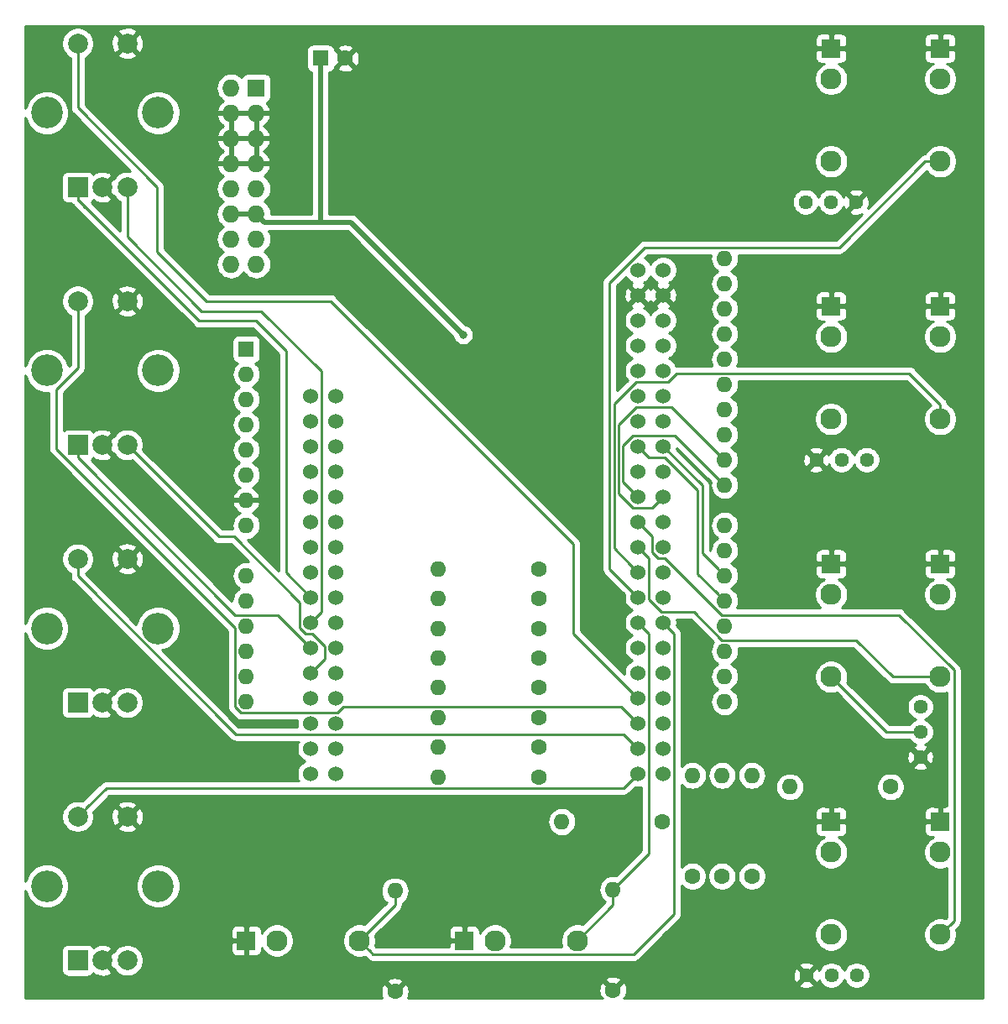
<source format=gbr>
G04 #@! TF.GenerationSoftware,KiCad,Pcbnew,5.1.2*
G04 #@! TF.CreationDate,2019-06-17T23:14:19+02:00*
G04 #@! TF.ProjectId,plastik,706c6173-7469-46b2-9e6b-696361645f70,rev?*
G04 #@! TF.SameCoordinates,Original*
G04 #@! TF.FileFunction,Copper,L2,Bot*
G04 #@! TF.FilePolarity,Positive*
%FSLAX46Y46*%
G04 Gerber Fmt 4.6, Leading zero omitted, Abs format (unit mm)*
G04 Created by KiCad (PCBNEW 5.1.2) date 2019-06-17 23:14:19*
%MOMM*%
%LPD*%
G04 APERTURE LIST*
%ADD10R,1.600000X1.600000*%
%ADD11C,1.600000*%
%ADD12O,1.600000X1.600000*%
%ADD13C,1.440000*%
%ADD14C,2.130000*%
%ADD15R,1.830000X1.930000*%
%ADD16R,1.727200X1.727200*%
%ADD17O,1.727200X1.727200*%
%ADD18R,1.930000X1.830000*%
%ADD19R,2.000000X2.000000*%
%ADD20C,2.000000*%
%ADD21C,3.200000*%
%ADD22C,1.524000*%
%ADD23C,0.800000*%
%ADD24C,0.250000*%
%ADD25C,0.500000*%
%ADD26C,0.254000*%
G04 APERTURE END LIST*
D10*
X119000000Y-41000000D03*
D11*
X121500000Y-41000000D03*
X153500000Y-118000000D03*
D12*
X143340000Y-118000000D03*
D13*
X173080000Y-133500000D03*
X170540000Y-133500000D03*
X168000000Y-133500000D03*
X169000000Y-81500000D03*
X171540000Y-81500000D03*
X174080000Y-81500000D03*
X167920000Y-55500000D03*
X170460000Y-55500000D03*
X173000000Y-55500000D03*
X179500000Y-111500000D03*
X179500000Y-108960000D03*
X179500000Y-106420000D03*
D12*
X130840000Y-95500000D03*
D11*
X141000000Y-95500000D03*
X176500000Y-114500000D03*
D12*
X166340000Y-114500000D03*
X162500000Y-113340000D03*
D11*
X162500000Y-123500000D03*
X156500000Y-123500000D03*
D12*
X156500000Y-113340000D03*
X159500000Y-113340000D03*
D11*
X159500000Y-123500000D03*
X126500000Y-135160000D03*
D12*
X126500000Y-125000000D03*
X148500000Y-124840000D03*
D11*
X148500000Y-135000000D03*
X141000000Y-92500000D03*
D12*
X130840000Y-92500000D03*
X130840000Y-98500000D03*
D11*
X141000000Y-98500000D03*
X141000000Y-101500000D03*
D12*
X130840000Y-101500000D03*
X130840000Y-104500000D03*
D11*
X141000000Y-104500000D03*
X141000000Y-113500000D03*
D12*
X130840000Y-113500000D03*
X130840000Y-107500000D03*
D11*
X141000000Y-107500000D03*
X141000000Y-110500000D03*
D12*
X130840000Y-110500000D03*
D14*
X144900000Y-130000000D03*
D15*
X133500000Y-130000000D03*
D14*
X136600000Y-130000000D03*
X114600000Y-130000000D03*
D15*
X111500000Y-130000000D03*
D14*
X122900000Y-130000000D03*
D12*
X159760000Y-61200000D03*
X159760000Y-63740000D03*
D10*
X111500000Y-70340000D03*
D12*
X159760000Y-100820000D03*
X111500000Y-72880000D03*
X159760000Y-98280000D03*
X111500000Y-75420000D03*
X159760000Y-95740000D03*
X111500000Y-77960000D03*
X159760000Y-93200000D03*
X111500000Y-80500000D03*
X159760000Y-90660000D03*
X111500000Y-83040000D03*
X159760000Y-88120000D03*
X111500000Y-85580000D03*
X159760000Y-84060000D03*
X111500000Y-88120000D03*
X159760000Y-81520000D03*
X111500000Y-93200000D03*
X159760000Y-78980000D03*
X111500000Y-95740000D03*
X159760000Y-76440000D03*
X111500000Y-98280000D03*
X159760000Y-73900000D03*
X111500000Y-100820000D03*
X159760000Y-71360000D03*
X111500000Y-103360000D03*
X159760000Y-68820000D03*
X111500000Y-105900000D03*
X159760000Y-66280000D03*
X159760000Y-105900000D03*
X159760000Y-103360000D03*
D16*
X112500000Y-44000000D03*
D17*
X109960000Y-44000000D03*
X112500000Y-46540000D03*
X109960000Y-46540000D03*
X112500000Y-49080000D03*
X109960000Y-49080000D03*
X112500000Y-51620000D03*
X109960000Y-51620000D03*
X112500000Y-54160000D03*
X109960000Y-54160000D03*
X112500000Y-56700000D03*
X109960000Y-56700000D03*
X112500000Y-59240000D03*
X109960000Y-59240000D03*
X112500000Y-61780000D03*
X109960000Y-61780000D03*
D14*
X181500000Y-129400000D03*
D18*
X181500000Y-118000000D03*
D14*
X181500000Y-121100000D03*
X181500000Y-95100000D03*
D18*
X181500000Y-92000000D03*
D14*
X181500000Y-103400000D03*
D19*
X94500000Y-132000000D03*
D20*
X97000000Y-132000000D03*
X99500000Y-132000000D03*
D21*
X91400000Y-124500000D03*
X102600000Y-124500000D03*
D20*
X94500000Y-117500000D03*
X99500000Y-117500000D03*
X99500000Y-91500000D03*
X94500000Y-91500000D03*
D21*
X102600000Y-98500000D03*
X91400000Y-98500000D03*
D20*
X99500000Y-106000000D03*
X97000000Y-106000000D03*
D19*
X94500000Y-106000000D03*
X94500000Y-80000000D03*
D20*
X97000000Y-80000000D03*
X99500000Y-80000000D03*
D21*
X91400000Y-72500000D03*
X102600000Y-72500000D03*
D20*
X94500000Y-65500000D03*
X99500000Y-65500000D03*
X99500000Y-39500000D03*
X94500000Y-39500000D03*
D21*
X102600000Y-46500000D03*
X91400000Y-46500000D03*
D20*
X99500000Y-54000000D03*
X97000000Y-54000000D03*
D19*
X94500000Y-54000000D03*
D14*
X181500000Y-77400000D03*
D18*
X181500000Y-66000000D03*
D14*
X181500000Y-69100000D03*
X181500000Y-43100000D03*
D18*
X181500000Y-40000000D03*
D14*
X181500000Y-51400000D03*
X170500000Y-129400000D03*
D18*
X170500000Y-118000000D03*
D14*
X170500000Y-121100000D03*
X170500000Y-95100000D03*
D18*
X170500000Y-92000000D03*
D14*
X170500000Y-103400000D03*
X170500000Y-77400000D03*
D18*
X170500000Y-66000000D03*
D14*
X170500000Y-69100000D03*
X170500000Y-43100000D03*
D18*
X170500000Y-40000000D03*
D14*
X170500000Y-51400000D03*
D22*
X153550000Y-62370000D03*
X153550000Y-64910000D03*
X153550000Y-67450000D03*
X153550000Y-69990000D03*
X153550000Y-72530000D03*
X153550000Y-75070000D03*
X153550000Y-77610000D03*
X153550000Y-80150000D03*
X153550000Y-82690000D03*
X153550000Y-85230000D03*
X153550000Y-87770000D03*
X153550000Y-90310000D03*
X153550000Y-92850000D03*
X153550000Y-95390000D03*
X153550000Y-97930000D03*
X153550000Y-100470000D03*
X153550000Y-103010000D03*
X153550000Y-105550000D03*
X153550000Y-108090000D03*
X153550000Y-110630000D03*
X153550000Y-113170000D03*
X151010000Y-62370000D03*
X151010000Y-64910000D03*
X151010000Y-67450000D03*
X151010000Y-69990000D03*
X151010000Y-72530000D03*
X151010000Y-75070000D03*
X151010000Y-77610000D03*
X151010000Y-80150000D03*
X151010000Y-82690000D03*
X151010000Y-85230000D03*
X151010000Y-87770000D03*
X151010000Y-90310000D03*
X151010000Y-92850000D03*
X151010000Y-95390000D03*
X151010000Y-97930000D03*
X151010000Y-100470000D03*
X151010000Y-103010000D03*
X151010000Y-105550000D03*
X151010000Y-108090000D03*
X151010000Y-110630000D03*
X151010000Y-113170000D03*
X120530000Y-75070000D03*
X120530000Y-77610000D03*
X120530000Y-80150000D03*
X120530000Y-82690000D03*
X120530000Y-85230000D03*
X120530000Y-87770000D03*
X120530000Y-90310000D03*
X120530000Y-92850000D03*
X120530000Y-95390000D03*
X120530000Y-97930000D03*
X120530000Y-100470000D03*
X120530000Y-103010000D03*
X120530000Y-105550000D03*
X120530000Y-108090000D03*
X120530000Y-110630000D03*
X120530000Y-113170000D03*
X117990000Y-75070000D03*
X117990000Y-77610000D03*
X117990000Y-80150000D03*
X117990000Y-82690000D03*
X117990000Y-85230000D03*
X117990000Y-87770000D03*
X117990000Y-90310000D03*
X117990000Y-92850000D03*
X117990000Y-95390000D03*
X117990000Y-97930000D03*
X117990000Y-100470000D03*
X117990000Y-103010000D03*
X117990000Y-105550000D03*
X117990000Y-108090000D03*
X117990000Y-110630000D03*
X117990000Y-113170000D03*
D23*
X133385763Y-68902999D03*
D24*
X176060000Y-108960000D02*
X179500000Y-108960000D01*
X170500000Y-103400000D02*
X176060000Y-108960000D01*
X150248001Y-94628001D02*
X151010000Y-95390000D01*
X148149973Y-92529973D02*
X150248001Y-94628001D01*
X148149973Y-63621265D02*
X148149973Y-92529973D01*
X151696239Y-60074999D02*
X148149973Y-63621265D01*
X171318864Y-60074999D02*
X151696239Y-60074999D01*
X179993863Y-51400000D02*
X171318864Y-60074999D01*
X181500000Y-51400000D02*
X179993863Y-51400000D01*
X150248001Y-92088001D02*
X151010000Y-92850000D01*
X148599982Y-75871256D02*
X148599982Y-90439982D01*
X150854237Y-73617001D02*
X148599982Y-75871256D01*
X154071761Y-73617001D02*
X150854237Y-73617001D01*
X148599982Y-90439982D02*
X150248001Y-92088001D01*
X154913763Y-72774999D02*
X154071761Y-73617001D01*
X178381136Y-72774999D02*
X154913763Y-72774999D01*
X181500000Y-75893863D02*
X178381136Y-72774999D01*
X181500000Y-77400000D02*
X181500000Y-75893863D01*
X181500000Y-103400000D02*
X176742798Y-103400000D01*
X159509997Y-99694999D02*
X173037797Y-99694999D01*
X156657997Y-96842999D02*
X159509997Y-99694999D01*
X173037797Y-99694999D02*
X176742798Y-103400000D01*
X152097001Y-95545763D02*
X153394237Y-96842999D01*
X153394237Y-96842999D02*
X156657997Y-96842999D01*
X152097001Y-91397001D02*
X152097001Y-95545763D01*
X151010000Y-90310000D02*
X152097001Y-91397001D01*
X182890001Y-128009999D02*
X182564999Y-128335001D01*
X182890001Y-102732799D02*
X182890001Y-128009999D01*
X177312201Y-97154999D02*
X182890001Y-102732799D01*
X151010000Y-87770000D02*
X152462999Y-89222999D01*
X152462999Y-89222999D02*
X152462999Y-90831761D01*
X152462999Y-90831761D02*
X153028239Y-91397001D01*
X153028239Y-91397001D02*
X153705763Y-91397001D01*
X159463761Y-97154999D02*
X177312201Y-97154999D01*
X182564999Y-128335001D02*
X181500000Y-129400000D01*
X153705763Y-91397001D02*
X159463761Y-97154999D01*
D25*
X109960000Y-56700000D02*
X112500000Y-56700000D01*
X112500000Y-56700000D02*
X113363599Y-57563599D01*
X122046363Y-57563599D02*
X121563599Y-57563599D01*
X133385763Y-68902999D02*
X122046363Y-57563599D01*
X119000000Y-41000000D02*
X119000000Y-57563599D01*
X113363599Y-57563599D02*
X119000000Y-57563599D01*
X119000000Y-57563599D02*
X121563599Y-57563599D01*
D24*
X158960001Y-94940001D02*
X159760000Y-95740000D01*
X157049990Y-84581228D02*
X157049990Y-93029990D01*
X153705763Y-81237001D02*
X157049990Y-84581228D01*
X152097001Y-81237001D02*
X153705763Y-81237001D01*
X157049990Y-93029990D02*
X158960001Y-94940001D01*
X151010000Y-80150000D02*
X152097001Y-81237001D01*
X158960001Y-92400001D02*
X159760000Y-93200000D01*
X157500000Y-90940000D02*
X158960001Y-92400001D01*
X157500000Y-84100000D02*
X157500000Y-90940000D01*
X153550000Y-80150000D02*
X157500000Y-84100000D01*
X150488239Y-79062999D02*
X149500000Y-80051238D01*
X159760000Y-84060000D02*
X154762999Y-79062999D01*
X154762999Y-79062999D02*
X150488239Y-79062999D01*
X149500000Y-83720000D02*
X151010000Y-85230000D01*
X149500000Y-80051238D02*
X149500000Y-83720000D01*
X152788001Y-85991999D02*
X153550000Y-85230000D01*
X152462999Y-86317001D02*
X152788001Y-85991999D01*
X150488239Y-86317001D02*
X152462999Y-86317001D01*
X149049991Y-84878753D02*
X150488239Y-86317001D01*
X149049991Y-77961247D02*
X149049991Y-84878753D01*
X150854237Y-76157001D02*
X149049991Y-77961247D01*
X154397001Y-76157001D02*
X150854237Y-76157001D01*
X159760000Y-81520000D02*
X154397001Y-76157001D01*
X123964999Y-131064999D02*
X122900000Y-130000000D01*
X150609999Y-131390001D02*
X124290001Y-131390001D01*
X124290001Y-131390001D02*
X123964999Y-131064999D01*
X154637001Y-127362999D02*
X150609999Y-131390001D01*
X154637001Y-99017001D02*
X154637001Y-127362999D01*
X153550000Y-97930000D02*
X154637001Y-99017001D01*
X126500000Y-126400000D02*
X126500000Y-125000000D01*
X122900000Y-130000000D02*
X126500000Y-126400000D01*
X149299999Y-124040001D02*
X148500000Y-124840000D01*
X152097001Y-121242999D02*
X149299999Y-124040001D01*
X152097001Y-99017001D02*
X152097001Y-121242999D01*
X151010000Y-97930000D02*
X152097001Y-99017001D01*
X148500000Y-126400000D02*
X148500000Y-124840000D01*
X144900000Y-130000000D02*
X148500000Y-126400000D01*
X151010000Y-105550000D02*
X144500000Y-99040000D01*
X144500000Y-90000000D02*
X144500000Y-91500000D01*
X120000000Y-65500000D02*
X144500000Y-90000000D01*
X107500000Y-65500000D02*
X120000000Y-65500000D01*
X144500000Y-91500000D02*
X144500000Y-91249002D01*
X144500000Y-99040000D02*
X144500000Y-91500000D01*
X102500000Y-60500000D02*
X107500000Y-65500000D01*
X94500000Y-39500000D02*
X94500000Y-46000000D01*
X102500000Y-54000000D02*
X102500000Y-60500000D01*
X94500000Y-46000000D02*
X102500000Y-54000000D01*
X94500000Y-67249002D02*
X94500000Y-66914213D01*
X112040001Y-107025001D02*
X110959999Y-107025001D01*
X112065002Y-107000000D02*
X112040001Y-107025001D01*
X120688762Y-107000000D02*
X112065002Y-107000000D01*
X121313763Y-106374999D02*
X120688762Y-107000000D01*
X149294999Y-106374999D02*
X121313763Y-106374999D01*
X151010000Y-108090000D02*
X149294999Y-106374999D01*
X94500000Y-66914213D02*
X94500000Y-65500000D01*
X94500000Y-72249002D02*
X94500000Y-66914213D01*
X92324001Y-80409003D02*
X92324001Y-74425001D01*
X110374999Y-98460001D02*
X92324001Y-80409003D01*
X110374999Y-106440001D02*
X110374999Y-98460001D01*
X92324001Y-74425001D02*
X94500000Y-72249002D01*
X110959999Y-107025001D02*
X110374999Y-106440001D01*
X94500000Y-93249002D02*
X94500000Y-92914213D01*
X94500000Y-92914213D02*
X94500000Y-91500000D01*
X149557001Y-109177001D02*
X110427999Y-109177001D01*
X110427999Y-109177001D02*
X94500000Y-93249002D01*
X151010000Y-110630000D02*
X149557001Y-109177001D01*
X95499999Y-116500001D02*
X94500000Y-117500000D01*
X97374999Y-114625001D02*
X95499999Y-116500001D01*
X149554999Y-114625001D02*
X97374999Y-114625001D01*
X151010000Y-113170000D02*
X149554999Y-114625001D01*
X94500000Y-55250000D02*
X95250000Y-56000000D01*
X94500000Y-54000000D02*
X94500000Y-55250000D01*
X115500000Y-92900000D02*
X117990000Y-95390000D01*
X94500000Y-55250000D02*
X106750000Y-67500000D01*
X106750000Y-67500000D02*
X112500000Y-67500000D01*
X115500000Y-70500000D02*
X115500000Y-71000000D01*
X112500000Y-67500000D02*
X115500000Y-70500000D01*
X115500000Y-71000000D02*
X115500000Y-92900000D01*
X117990000Y-97930000D02*
X119077001Y-96842999D01*
X99500000Y-54000000D02*
X99500000Y-59000000D01*
X99500000Y-59000000D02*
X107000000Y-66500000D01*
X107000000Y-66500000D02*
X113000000Y-66500000D01*
X119077001Y-72577001D02*
X119077001Y-73000000D01*
X113000000Y-66500000D02*
X119077001Y-72577001D01*
X119077001Y-96842999D02*
X119077001Y-73000000D01*
X117228001Y-99708001D02*
X117990000Y-100470000D01*
X110404999Y-97154999D02*
X114674999Y-97154999D01*
X94500000Y-81250000D02*
X110404999Y-97154999D01*
X114674999Y-97154999D02*
X117228001Y-99708001D01*
X94500000Y-80000000D02*
X94500000Y-81250000D01*
X118145763Y-99017001D02*
X119442999Y-100314237D01*
X119442999Y-101557001D02*
X118751999Y-102248001D01*
X117468239Y-99017001D02*
X118145763Y-99017001D01*
X119442999Y-100314237D02*
X119442999Y-101557001D01*
X116902999Y-98451761D02*
X117468239Y-99017001D01*
X116902999Y-95902999D02*
X116902999Y-98451761D01*
X110245001Y-89245001D02*
X116902999Y-95902999D01*
X108745001Y-89245001D02*
X110245001Y-89245001D01*
X118751999Y-102248001D02*
X117990000Y-103010000D01*
X99500000Y-80000000D02*
X108745001Y-89245001D01*
D26*
G36*
X185790001Y-135790000D02*
G01*
X149571421Y-135790000D01*
X149736671Y-135741514D01*
X149857571Y-135486004D01*
X149926300Y-135211816D01*
X149940217Y-134929488D01*
X149898787Y-134649870D01*
X149822147Y-134435560D01*
X167244045Y-134435560D01*
X167305932Y-134671368D01*
X167547790Y-134784266D01*
X167807027Y-134847811D01*
X168073680Y-134859561D01*
X168337501Y-134819063D01*
X168588353Y-134727875D01*
X168694068Y-134671368D01*
X168755955Y-134435560D01*
X168000000Y-133679605D01*
X167244045Y-134435560D01*
X149822147Y-134435560D01*
X149803603Y-134383708D01*
X149736671Y-134258486D01*
X149492702Y-134186903D01*
X148679605Y-135000000D01*
X148693748Y-135014143D01*
X148514143Y-135193748D01*
X148500000Y-135179605D01*
X148485858Y-135193748D01*
X148306253Y-135014143D01*
X148320395Y-135000000D01*
X147507298Y-134186903D01*
X147263329Y-134258486D01*
X147142429Y-134513996D01*
X147073700Y-134788184D01*
X147059783Y-135070512D01*
X147101213Y-135350130D01*
X147196397Y-135616292D01*
X147263329Y-135741514D01*
X147428579Y-135790000D01*
X127789436Y-135790000D01*
X127857571Y-135646004D01*
X127926300Y-135371816D01*
X127940217Y-135089488D01*
X127898787Y-134809870D01*
X127803603Y-134543708D01*
X127736671Y-134418486D01*
X127492702Y-134346903D01*
X126679605Y-135160000D01*
X126693748Y-135174143D01*
X126514143Y-135353748D01*
X126500000Y-135339605D01*
X126485858Y-135353748D01*
X126306253Y-135174143D01*
X126320395Y-135160000D01*
X125507298Y-134346903D01*
X125263329Y-134418486D01*
X125142429Y-134673996D01*
X125073700Y-134948184D01*
X125059783Y-135230512D01*
X125101213Y-135510130D01*
X125196397Y-135776292D01*
X125203724Y-135790000D01*
X89210000Y-135790000D01*
X89210000Y-134167298D01*
X125686903Y-134167298D01*
X126500000Y-134980395D01*
X127313097Y-134167298D01*
X127266152Y-134007298D01*
X147686903Y-134007298D01*
X148500000Y-134820395D01*
X149313097Y-134007298D01*
X149241514Y-133763329D01*
X148986004Y-133642429D01*
X148711816Y-133573700D01*
X148711411Y-133573680D01*
X166640439Y-133573680D01*
X166680937Y-133837501D01*
X166772125Y-134088353D01*
X166828632Y-134194068D01*
X167064440Y-134255955D01*
X167820395Y-133500000D01*
X168179605Y-133500000D01*
X168935560Y-134255955D01*
X169171368Y-134194068D01*
X169271764Y-133978993D01*
X169339215Y-134141833D01*
X169487503Y-134363762D01*
X169676238Y-134552497D01*
X169898167Y-134700785D01*
X170144761Y-134802928D01*
X170406544Y-134855000D01*
X170673456Y-134855000D01*
X170935239Y-134802928D01*
X171181833Y-134700785D01*
X171403762Y-134552497D01*
X171592497Y-134363762D01*
X171740785Y-134141833D01*
X171810000Y-133974734D01*
X171879215Y-134141833D01*
X172027503Y-134363762D01*
X172216238Y-134552497D01*
X172438167Y-134700785D01*
X172684761Y-134802928D01*
X172946544Y-134855000D01*
X173213456Y-134855000D01*
X173475239Y-134802928D01*
X173721833Y-134700785D01*
X173943762Y-134552497D01*
X174132497Y-134363762D01*
X174280785Y-134141833D01*
X174382928Y-133895239D01*
X174435000Y-133633456D01*
X174435000Y-133366544D01*
X174382928Y-133104761D01*
X174280785Y-132858167D01*
X174132497Y-132636238D01*
X173943762Y-132447503D01*
X173721833Y-132299215D01*
X173475239Y-132197072D01*
X173213456Y-132145000D01*
X172946544Y-132145000D01*
X172684761Y-132197072D01*
X172438167Y-132299215D01*
X172216238Y-132447503D01*
X172027503Y-132636238D01*
X171879215Y-132858167D01*
X171810000Y-133025266D01*
X171740785Y-132858167D01*
X171592497Y-132636238D01*
X171403762Y-132447503D01*
X171181833Y-132299215D01*
X170935239Y-132197072D01*
X170673456Y-132145000D01*
X170406544Y-132145000D01*
X170144761Y-132197072D01*
X169898167Y-132299215D01*
X169676238Y-132447503D01*
X169487503Y-132636238D01*
X169339215Y-132858167D01*
X169269562Y-133026324D01*
X169227875Y-132911647D01*
X169171368Y-132805932D01*
X168935560Y-132744045D01*
X168179605Y-133500000D01*
X167820395Y-133500000D01*
X167064440Y-132744045D01*
X166828632Y-132805932D01*
X166715734Y-133047790D01*
X166652189Y-133307027D01*
X166640439Y-133573680D01*
X148711411Y-133573680D01*
X148429488Y-133559783D01*
X148149870Y-133601213D01*
X147883708Y-133696397D01*
X147758486Y-133763329D01*
X147686903Y-134007298D01*
X127266152Y-134007298D01*
X127241514Y-133923329D01*
X126986004Y-133802429D01*
X126711816Y-133733700D01*
X126429488Y-133719783D01*
X126149870Y-133761213D01*
X125883708Y-133856397D01*
X125758486Y-133923329D01*
X125686903Y-134167298D01*
X89210000Y-134167298D01*
X89210000Y-131000000D01*
X92861928Y-131000000D01*
X92861928Y-133000000D01*
X92874188Y-133124482D01*
X92910498Y-133244180D01*
X92969463Y-133354494D01*
X93048815Y-133451185D01*
X93145506Y-133530537D01*
X93255820Y-133589502D01*
X93375518Y-133625812D01*
X93500000Y-133638072D01*
X95500000Y-133638072D01*
X95624482Y-133625812D01*
X95744180Y-133589502D01*
X95854494Y-133530537D01*
X95951185Y-133451185D01*
X96030537Y-133354494D01*
X96085976Y-133250777D01*
X96139956Y-133399814D01*
X96429571Y-133540704D01*
X96741108Y-133622384D01*
X97062595Y-133641718D01*
X97381675Y-133597961D01*
X97686088Y-133492795D01*
X97860044Y-133399814D01*
X97955808Y-133135413D01*
X97000000Y-132179605D01*
X96985858Y-132193748D01*
X96806253Y-132014143D01*
X96820395Y-132000000D01*
X97179605Y-132000000D01*
X98135413Y-132955808D01*
X98165075Y-132945065D01*
X98230013Y-133042252D01*
X98457748Y-133269987D01*
X98725537Y-133448918D01*
X99023088Y-133572168D01*
X99338967Y-133635000D01*
X99661033Y-133635000D01*
X99976912Y-133572168D01*
X100274463Y-133448918D01*
X100542252Y-133269987D01*
X100769987Y-133042252D01*
X100948918Y-132774463D01*
X101035912Y-132564440D01*
X167244045Y-132564440D01*
X168000000Y-133320395D01*
X168755955Y-132564440D01*
X168694068Y-132328632D01*
X168452210Y-132215734D01*
X168192973Y-132152189D01*
X167926320Y-132140439D01*
X167662499Y-132180937D01*
X167411647Y-132272125D01*
X167305932Y-132328632D01*
X167244045Y-132564440D01*
X101035912Y-132564440D01*
X101072168Y-132476912D01*
X101135000Y-132161033D01*
X101135000Y-131838967D01*
X101072168Y-131523088D01*
X100948918Y-131225537D01*
X100774833Y-130965000D01*
X109946928Y-130965000D01*
X109959188Y-131089482D01*
X109995498Y-131209180D01*
X110054463Y-131319494D01*
X110133815Y-131416185D01*
X110230506Y-131495537D01*
X110340820Y-131554502D01*
X110460518Y-131590812D01*
X110585000Y-131603072D01*
X111214250Y-131600000D01*
X111373000Y-131441250D01*
X111373000Y-130127000D01*
X110108750Y-130127000D01*
X109950000Y-130285750D01*
X109946928Y-130965000D01*
X100774833Y-130965000D01*
X100769987Y-130957748D01*
X100542252Y-130730013D01*
X100274463Y-130551082D01*
X99976912Y-130427832D01*
X99661033Y-130365000D01*
X99338967Y-130365000D01*
X99023088Y-130427832D01*
X98725537Y-130551082D01*
X98457748Y-130730013D01*
X98230013Y-130957748D01*
X98165075Y-131054935D01*
X98135413Y-131044192D01*
X97179605Y-132000000D01*
X96820395Y-132000000D01*
X96806253Y-131985858D01*
X96985858Y-131806253D01*
X97000000Y-131820395D01*
X97955808Y-130864587D01*
X97860044Y-130600186D01*
X97570429Y-130459296D01*
X97258892Y-130377616D01*
X96937405Y-130358282D01*
X96618325Y-130402039D01*
X96313912Y-130507205D01*
X96139956Y-130600186D01*
X96085976Y-130749223D01*
X96030537Y-130645506D01*
X95951185Y-130548815D01*
X95854494Y-130469463D01*
X95744180Y-130410498D01*
X95624482Y-130374188D01*
X95500000Y-130361928D01*
X93500000Y-130361928D01*
X93375518Y-130374188D01*
X93255820Y-130410498D01*
X93145506Y-130469463D01*
X93048815Y-130548815D01*
X92969463Y-130645506D01*
X92910498Y-130755820D01*
X92874188Y-130875518D01*
X92861928Y-131000000D01*
X89210000Y-131000000D01*
X89210000Y-129035000D01*
X109946928Y-129035000D01*
X109950000Y-129714250D01*
X110108750Y-129873000D01*
X111373000Y-129873000D01*
X111373000Y-128558750D01*
X111627000Y-128558750D01*
X111627000Y-129873000D01*
X111647000Y-129873000D01*
X111647000Y-130127000D01*
X111627000Y-130127000D01*
X111627000Y-131441250D01*
X111785750Y-131600000D01*
X112415000Y-131603072D01*
X112539482Y-131590812D01*
X112659180Y-131554502D01*
X112769494Y-131495537D01*
X112866185Y-131416185D01*
X112945537Y-131319494D01*
X113004502Y-131209180D01*
X113040812Y-131089482D01*
X113053072Y-130965000D01*
X113051895Y-130704860D01*
X113093479Y-130805252D01*
X113279523Y-131083687D01*
X113516313Y-131320477D01*
X113794748Y-131506521D01*
X114104128Y-131634670D01*
X114432565Y-131700000D01*
X114767435Y-131700000D01*
X115095872Y-131634670D01*
X115405252Y-131506521D01*
X115683687Y-131320477D01*
X115920477Y-131083687D01*
X116106521Y-130805252D01*
X116234670Y-130495872D01*
X116300000Y-130167435D01*
X116300000Y-129832565D01*
X116234670Y-129504128D01*
X116106521Y-129194748D01*
X115920477Y-128916313D01*
X115683687Y-128679523D01*
X115405252Y-128493479D01*
X115095872Y-128365330D01*
X114767435Y-128300000D01*
X114432565Y-128300000D01*
X114104128Y-128365330D01*
X113794748Y-128493479D01*
X113516313Y-128679523D01*
X113279523Y-128916313D01*
X113093479Y-129194748D01*
X113051895Y-129295140D01*
X113053072Y-129035000D01*
X113040812Y-128910518D01*
X113004502Y-128790820D01*
X112945537Y-128680506D01*
X112866185Y-128583815D01*
X112769494Y-128504463D01*
X112659180Y-128445498D01*
X112539482Y-128409188D01*
X112415000Y-128396928D01*
X111785750Y-128400000D01*
X111627000Y-128558750D01*
X111373000Y-128558750D01*
X111214250Y-128400000D01*
X110585000Y-128396928D01*
X110460518Y-128409188D01*
X110340820Y-128445498D01*
X110230506Y-128504463D01*
X110133815Y-128583815D01*
X110054463Y-128680506D01*
X109995498Y-128790820D01*
X109959188Y-128910518D01*
X109946928Y-129035000D01*
X89210000Y-129035000D01*
X89210000Y-124946358D01*
X89250890Y-125151925D01*
X89419369Y-125558669D01*
X89663962Y-125924729D01*
X89975271Y-126236038D01*
X90341331Y-126480631D01*
X90748075Y-126649110D01*
X91179872Y-126735000D01*
X91620128Y-126735000D01*
X92051925Y-126649110D01*
X92458669Y-126480631D01*
X92824729Y-126236038D01*
X93136038Y-125924729D01*
X93380631Y-125558669D01*
X93549110Y-125151925D01*
X93635000Y-124720128D01*
X93635000Y-124279872D01*
X100365000Y-124279872D01*
X100365000Y-124720128D01*
X100450890Y-125151925D01*
X100619369Y-125558669D01*
X100863962Y-125924729D01*
X101175271Y-126236038D01*
X101541331Y-126480631D01*
X101948075Y-126649110D01*
X102379872Y-126735000D01*
X102820128Y-126735000D01*
X103251925Y-126649110D01*
X103658669Y-126480631D01*
X104024729Y-126236038D01*
X104336038Y-125924729D01*
X104580631Y-125558669D01*
X104749110Y-125151925D01*
X104835000Y-124720128D01*
X104835000Y-124279872D01*
X104749110Y-123848075D01*
X104580631Y-123441331D01*
X104336038Y-123075271D01*
X104024729Y-122763962D01*
X103658669Y-122519369D01*
X103251925Y-122350890D01*
X102820128Y-122265000D01*
X102379872Y-122265000D01*
X101948075Y-122350890D01*
X101541331Y-122519369D01*
X101175271Y-122763962D01*
X100863962Y-123075271D01*
X100619369Y-123441331D01*
X100450890Y-123848075D01*
X100365000Y-124279872D01*
X93635000Y-124279872D01*
X93549110Y-123848075D01*
X93380631Y-123441331D01*
X93136038Y-123075271D01*
X92824729Y-122763962D01*
X92458669Y-122519369D01*
X92051925Y-122350890D01*
X91620128Y-122265000D01*
X91179872Y-122265000D01*
X90748075Y-122350890D01*
X90341331Y-122519369D01*
X89975271Y-122763962D01*
X89663962Y-123075271D01*
X89419369Y-123441331D01*
X89250890Y-123848075D01*
X89210000Y-124053642D01*
X89210000Y-105000000D01*
X92861928Y-105000000D01*
X92861928Y-107000000D01*
X92874188Y-107124482D01*
X92910498Y-107244180D01*
X92969463Y-107354494D01*
X93048815Y-107451185D01*
X93145506Y-107530537D01*
X93255820Y-107589502D01*
X93375518Y-107625812D01*
X93500000Y-107638072D01*
X95500000Y-107638072D01*
X95624482Y-107625812D01*
X95744180Y-107589502D01*
X95854494Y-107530537D01*
X95951185Y-107451185D01*
X96030537Y-107354494D01*
X96085976Y-107250777D01*
X96139956Y-107399814D01*
X96429571Y-107540704D01*
X96741108Y-107622384D01*
X97062595Y-107641718D01*
X97381675Y-107597961D01*
X97686088Y-107492795D01*
X97860044Y-107399814D01*
X97955808Y-107135413D01*
X97000000Y-106179605D01*
X96985858Y-106193748D01*
X96806253Y-106014143D01*
X96820395Y-106000000D01*
X97179605Y-106000000D01*
X98135413Y-106955808D01*
X98165075Y-106945065D01*
X98230013Y-107042252D01*
X98457748Y-107269987D01*
X98725537Y-107448918D01*
X99023088Y-107572168D01*
X99338967Y-107635000D01*
X99661033Y-107635000D01*
X99976912Y-107572168D01*
X100274463Y-107448918D01*
X100542252Y-107269987D01*
X100769987Y-107042252D01*
X100948918Y-106774463D01*
X101072168Y-106476912D01*
X101135000Y-106161033D01*
X101135000Y-105838967D01*
X101072168Y-105523088D01*
X100948918Y-105225537D01*
X100769987Y-104957748D01*
X100542252Y-104730013D01*
X100274463Y-104551082D01*
X99976912Y-104427832D01*
X99661033Y-104365000D01*
X99338967Y-104365000D01*
X99023088Y-104427832D01*
X98725537Y-104551082D01*
X98457748Y-104730013D01*
X98230013Y-104957748D01*
X98165075Y-105054935D01*
X98135413Y-105044192D01*
X97179605Y-106000000D01*
X96820395Y-106000000D01*
X96806253Y-105985858D01*
X96985858Y-105806253D01*
X97000000Y-105820395D01*
X97955808Y-104864587D01*
X97860044Y-104600186D01*
X97570429Y-104459296D01*
X97258892Y-104377616D01*
X96937405Y-104358282D01*
X96618325Y-104402039D01*
X96313912Y-104507205D01*
X96139956Y-104600186D01*
X96085976Y-104749223D01*
X96030537Y-104645506D01*
X95951185Y-104548815D01*
X95854494Y-104469463D01*
X95744180Y-104410498D01*
X95624482Y-104374188D01*
X95500000Y-104361928D01*
X93500000Y-104361928D01*
X93375518Y-104374188D01*
X93255820Y-104410498D01*
X93145506Y-104469463D01*
X93048815Y-104548815D01*
X92969463Y-104645506D01*
X92910498Y-104755820D01*
X92874188Y-104875518D01*
X92861928Y-105000000D01*
X89210000Y-105000000D01*
X89210000Y-98946358D01*
X89250890Y-99151925D01*
X89419369Y-99558669D01*
X89663962Y-99924729D01*
X89975271Y-100236038D01*
X90341331Y-100480631D01*
X90748075Y-100649110D01*
X91179872Y-100735000D01*
X91620128Y-100735000D01*
X92051925Y-100649110D01*
X92458669Y-100480631D01*
X92824729Y-100236038D01*
X93136038Y-99924729D01*
X93380631Y-99558669D01*
X93549110Y-99151925D01*
X93635000Y-98720128D01*
X93635000Y-98279872D01*
X93549110Y-97848075D01*
X93380631Y-97441331D01*
X93136038Y-97075271D01*
X92824729Y-96763962D01*
X92458669Y-96519369D01*
X92051925Y-96350890D01*
X91620128Y-96265000D01*
X91179872Y-96265000D01*
X90748075Y-96350890D01*
X90341331Y-96519369D01*
X89975271Y-96763962D01*
X89663962Y-97075271D01*
X89419369Y-97441331D01*
X89250890Y-97848075D01*
X89210000Y-98053642D01*
X89210000Y-72946358D01*
X89250890Y-73151925D01*
X89419369Y-73558669D01*
X89663962Y-73924729D01*
X89975271Y-74236038D01*
X90341331Y-74480631D01*
X90748075Y-74649110D01*
X91179872Y-74735000D01*
X91564002Y-74735000D01*
X91564001Y-80371680D01*
X91560325Y-80409003D01*
X91564001Y-80446325D01*
X91564001Y-80446335D01*
X91574998Y-80557988D01*
X91609947Y-80673202D01*
X91618455Y-80701249D01*
X91689027Y-80833279D01*
X91710993Y-80860044D01*
X91784000Y-80949004D01*
X91813004Y-80972807D01*
X109615000Y-98774804D01*
X109614999Y-106402679D01*
X109611323Y-106440001D01*
X109614999Y-106477323D01*
X109614999Y-106477333D01*
X109625996Y-106588986D01*
X109649736Y-106667246D01*
X109669453Y-106732247D01*
X109740025Y-106864277D01*
X109779870Y-106912827D01*
X109834998Y-106980002D01*
X109864001Y-107003804D01*
X110396199Y-107536003D01*
X110419998Y-107565002D01*
X110448996Y-107588800D01*
X110535722Y-107659975D01*
X110546478Y-107665724D01*
X110667752Y-107730547D01*
X110811013Y-107774004D01*
X110922666Y-107785001D01*
X110922676Y-107785001D01*
X110959999Y-107788677D01*
X110997322Y-107785001D01*
X112002679Y-107785001D01*
X112040001Y-107788677D01*
X112077323Y-107785001D01*
X112077334Y-107785001D01*
X112188987Y-107774004D01*
X112235153Y-107760000D01*
X116631272Y-107760000D01*
X116593000Y-107952408D01*
X116593000Y-108227592D01*
X116630676Y-108417001D01*
X110742801Y-108417001D01*
X103020869Y-100695070D01*
X103251925Y-100649110D01*
X103658669Y-100480631D01*
X104024729Y-100236038D01*
X104336038Y-99924729D01*
X104580631Y-99558669D01*
X104749110Y-99151925D01*
X104835000Y-98720128D01*
X104835000Y-98279872D01*
X104749110Y-97848075D01*
X104580631Y-97441331D01*
X104336038Y-97075271D01*
X104024729Y-96763962D01*
X103658669Y-96519369D01*
X103251925Y-96350890D01*
X102820128Y-96265000D01*
X102379872Y-96265000D01*
X101948075Y-96350890D01*
X101541331Y-96519369D01*
X101175271Y-96763962D01*
X100863962Y-97075271D01*
X100619369Y-97441331D01*
X100450890Y-97848075D01*
X100404930Y-98079131D01*
X95274615Y-92948816D01*
X95542252Y-92769987D01*
X95676826Y-92635413D01*
X98544192Y-92635413D01*
X98639956Y-92899814D01*
X98929571Y-93040704D01*
X99241108Y-93122384D01*
X99562595Y-93141718D01*
X99881675Y-93097961D01*
X100186088Y-92992795D01*
X100360044Y-92899814D01*
X100455808Y-92635413D01*
X99500000Y-91679605D01*
X98544192Y-92635413D01*
X95676826Y-92635413D01*
X95769987Y-92542252D01*
X95948918Y-92274463D01*
X96072168Y-91976912D01*
X96135000Y-91661033D01*
X96135000Y-91562595D01*
X97858282Y-91562595D01*
X97902039Y-91881675D01*
X98007205Y-92186088D01*
X98100186Y-92360044D01*
X98364587Y-92455808D01*
X99320395Y-91500000D01*
X99679605Y-91500000D01*
X100635413Y-92455808D01*
X100899814Y-92360044D01*
X101040704Y-92070429D01*
X101122384Y-91758892D01*
X101141718Y-91437405D01*
X101097961Y-91118325D01*
X100992795Y-90813912D01*
X100899814Y-90639956D01*
X100635413Y-90544192D01*
X99679605Y-91500000D01*
X99320395Y-91500000D01*
X98364587Y-90544192D01*
X98100186Y-90639956D01*
X97959296Y-90929571D01*
X97877616Y-91241108D01*
X97858282Y-91562595D01*
X96135000Y-91562595D01*
X96135000Y-91338967D01*
X96072168Y-91023088D01*
X95948918Y-90725537D01*
X95769987Y-90457748D01*
X95676826Y-90364587D01*
X98544192Y-90364587D01*
X99500000Y-91320395D01*
X100455808Y-90364587D01*
X100360044Y-90100186D01*
X100070429Y-89959296D01*
X99758892Y-89877616D01*
X99437405Y-89858282D01*
X99118325Y-89902039D01*
X98813912Y-90007205D01*
X98639956Y-90100186D01*
X98544192Y-90364587D01*
X95676826Y-90364587D01*
X95542252Y-90230013D01*
X95274463Y-90051082D01*
X94976912Y-89927832D01*
X94661033Y-89865000D01*
X94338967Y-89865000D01*
X94023088Y-89927832D01*
X93725537Y-90051082D01*
X93457748Y-90230013D01*
X93230013Y-90457748D01*
X93051082Y-90725537D01*
X92927832Y-91023088D01*
X92865000Y-91338967D01*
X92865000Y-91661033D01*
X92927832Y-91976912D01*
X93051082Y-92274463D01*
X93230013Y-92542252D01*
X93457748Y-92769987D01*
X93725537Y-92948918D01*
X93740000Y-92954909D01*
X93740000Y-93211680D01*
X93736324Y-93249002D01*
X93740000Y-93286324D01*
X93740000Y-93286334D01*
X93750997Y-93397987D01*
X93785499Y-93511727D01*
X93794454Y-93541248D01*
X93865026Y-93673278D01*
X93886080Y-93698932D01*
X93959999Y-93789003D01*
X93989003Y-93812806D01*
X109864199Y-109688003D01*
X109887998Y-109717002D01*
X110003723Y-109811975D01*
X110135752Y-109882547D01*
X110279013Y-109926004D01*
X110390666Y-109937001D01*
X110390675Y-109937001D01*
X110427998Y-109940677D01*
X110465321Y-109937001D01*
X116772890Y-109937001D01*
X116751995Y-109968273D01*
X116646686Y-110222510D01*
X116593000Y-110492408D01*
X116593000Y-110767592D01*
X116646686Y-111037490D01*
X116751995Y-111291727D01*
X116904880Y-111520535D01*
X117099465Y-111715120D01*
X117328273Y-111868005D01*
X117405515Y-111900000D01*
X117328273Y-111931995D01*
X117099465Y-112084880D01*
X116904880Y-112279465D01*
X116751995Y-112508273D01*
X116646686Y-112762510D01*
X116593000Y-113032408D01*
X116593000Y-113307592D01*
X116646686Y-113577490D01*
X116751995Y-113831727D01*
X116774228Y-113865001D01*
X97412321Y-113865001D01*
X97374998Y-113861325D01*
X97337675Y-113865001D01*
X97337666Y-113865001D01*
X97226013Y-113875998D01*
X97082752Y-113919455D01*
X96950723Y-113990027D01*
X96950721Y-113990028D01*
X96950722Y-113990028D01*
X96863995Y-114061202D01*
X96863991Y-114061206D01*
X96834998Y-114085000D01*
X96811204Y-114113993D01*
X94991376Y-115933823D01*
X94976912Y-115927832D01*
X94661033Y-115865000D01*
X94338967Y-115865000D01*
X94023088Y-115927832D01*
X93725537Y-116051082D01*
X93457748Y-116230013D01*
X93230013Y-116457748D01*
X93051082Y-116725537D01*
X92927832Y-117023088D01*
X92865000Y-117338967D01*
X92865000Y-117661033D01*
X92927832Y-117976912D01*
X93051082Y-118274463D01*
X93230013Y-118542252D01*
X93457748Y-118769987D01*
X93725537Y-118948918D01*
X94023088Y-119072168D01*
X94338967Y-119135000D01*
X94661033Y-119135000D01*
X94976912Y-119072168D01*
X95274463Y-118948918D01*
X95542252Y-118769987D01*
X95676826Y-118635413D01*
X98544192Y-118635413D01*
X98639956Y-118899814D01*
X98929571Y-119040704D01*
X99241108Y-119122384D01*
X99562595Y-119141718D01*
X99881675Y-119097961D01*
X100186088Y-118992795D01*
X100360044Y-118899814D01*
X100455808Y-118635413D01*
X99500000Y-117679605D01*
X98544192Y-118635413D01*
X95676826Y-118635413D01*
X95769987Y-118542252D01*
X95948918Y-118274463D01*
X96072168Y-117976912D01*
X96135000Y-117661033D01*
X96135000Y-117562595D01*
X97858282Y-117562595D01*
X97902039Y-117881675D01*
X98007205Y-118186088D01*
X98100186Y-118360044D01*
X98364587Y-118455808D01*
X99320395Y-117500000D01*
X99679605Y-117500000D01*
X100635413Y-118455808D01*
X100899814Y-118360044D01*
X101040704Y-118070429D01*
X101059169Y-118000000D01*
X141898057Y-118000000D01*
X141925764Y-118281309D01*
X142007818Y-118551808D01*
X142141068Y-118801101D01*
X142320392Y-119019608D01*
X142538899Y-119198932D01*
X142788192Y-119332182D01*
X143058691Y-119414236D01*
X143269508Y-119435000D01*
X143410492Y-119435000D01*
X143621309Y-119414236D01*
X143891808Y-119332182D01*
X144141101Y-119198932D01*
X144359608Y-119019608D01*
X144538932Y-118801101D01*
X144672182Y-118551808D01*
X144754236Y-118281309D01*
X144781943Y-118000000D01*
X144754236Y-117718691D01*
X144672182Y-117448192D01*
X144538932Y-117198899D01*
X144359608Y-116980392D01*
X144141101Y-116801068D01*
X143891808Y-116667818D01*
X143621309Y-116585764D01*
X143410492Y-116565000D01*
X143269508Y-116565000D01*
X143058691Y-116585764D01*
X142788192Y-116667818D01*
X142538899Y-116801068D01*
X142320392Y-116980392D01*
X142141068Y-117198899D01*
X142007818Y-117448192D01*
X141925764Y-117718691D01*
X141898057Y-118000000D01*
X101059169Y-118000000D01*
X101122384Y-117758892D01*
X101141718Y-117437405D01*
X101097961Y-117118325D01*
X100992795Y-116813912D01*
X100899814Y-116639956D01*
X100635413Y-116544192D01*
X99679605Y-117500000D01*
X99320395Y-117500000D01*
X98364587Y-116544192D01*
X98100186Y-116639956D01*
X97959296Y-116929571D01*
X97877616Y-117241108D01*
X97858282Y-117562595D01*
X96135000Y-117562595D01*
X96135000Y-117338967D01*
X96072168Y-117023088D01*
X96066177Y-117008624D01*
X96710214Y-116364587D01*
X98544192Y-116364587D01*
X99500000Y-117320395D01*
X100455808Y-116364587D01*
X100360044Y-116100186D01*
X100070429Y-115959296D01*
X99758892Y-115877616D01*
X99437405Y-115858282D01*
X99118325Y-115902039D01*
X98813912Y-116007205D01*
X98639956Y-116100186D01*
X98544192Y-116364587D01*
X96710214Y-116364587D01*
X97689802Y-115385001D01*
X149517677Y-115385001D01*
X149554999Y-115388677D01*
X149592321Y-115385001D01*
X149592332Y-115385001D01*
X149703985Y-115374004D01*
X149847246Y-115330547D01*
X149979275Y-115259975D01*
X150095000Y-115165002D01*
X150118803Y-115135998D01*
X150718430Y-114536372D01*
X150872408Y-114567000D01*
X151147592Y-114567000D01*
X151337002Y-114529324D01*
X151337002Y-120928196D01*
X148825907Y-123439292D01*
X148781309Y-123425764D01*
X148570492Y-123405000D01*
X148429508Y-123405000D01*
X148218691Y-123425764D01*
X147948192Y-123507818D01*
X147698899Y-123641068D01*
X147480392Y-123820392D01*
X147301068Y-124038899D01*
X147167818Y-124288192D01*
X147085764Y-124558691D01*
X147058057Y-124840000D01*
X147085764Y-125121309D01*
X147167818Y-125391808D01*
X147301068Y-125641101D01*
X147480392Y-125859608D01*
X147698899Y-126038932D01*
X147740000Y-126060901D01*
X147740000Y-126085198D01*
X145441125Y-128384074D01*
X145395872Y-128365330D01*
X145067435Y-128300000D01*
X144732565Y-128300000D01*
X144404128Y-128365330D01*
X144094748Y-128493479D01*
X143816313Y-128679523D01*
X143579523Y-128916313D01*
X143393479Y-129194748D01*
X143265330Y-129504128D01*
X143200000Y-129832565D01*
X143200000Y-130167435D01*
X143265330Y-130495872D01*
X143320888Y-130630001D01*
X138179112Y-130630001D01*
X138234670Y-130495872D01*
X138300000Y-130167435D01*
X138300000Y-129832565D01*
X138234670Y-129504128D01*
X138106521Y-129194748D01*
X137920477Y-128916313D01*
X137683687Y-128679523D01*
X137405252Y-128493479D01*
X137095872Y-128365330D01*
X136767435Y-128300000D01*
X136432565Y-128300000D01*
X136104128Y-128365330D01*
X135794748Y-128493479D01*
X135516313Y-128679523D01*
X135279523Y-128916313D01*
X135093479Y-129194748D01*
X135051895Y-129295140D01*
X135053072Y-129035000D01*
X135040812Y-128910518D01*
X135004502Y-128790820D01*
X134945537Y-128680506D01*
X134866185Y-128583815D01*
X134769494Y-128504463D01*
X134659180Y-128445498D01*
X134539482Y-128409188D01*
X134415000Y-128396928D01*
X133785750Y-128400000D01*
X133627000Y-128558750D01*
X133627000Y-129873000D01*
X133647000Y-129873000D01*
X133647000Y-130127000D01*
X133627000Y-130127000D01*
X133627000Y-130147000D01*
X133373000Y-130147000D01*
X133373000Y-130127000D01*
X132108750Y-130127000D01*
X131950000Y-130285750D01*
X131948443Y-130630001D01*
X124604802Y-130630001D01*
X124528803Y-130554002D01*
X124528798Y-130553996D01*
X124515926Y-130541124D01*
X124534670Y-130495872D01*
X124600000Y-130167435D01*
X124600000Y-129832565D01*
X124534670Y-129504128D01*
X124515926Y-129458875D01*
X124939801Y-129035000D01*
X131946928Y-129035000D01*
X131950000Y-129714250D01*
X132108750Y-129873000D01*
X133373000Y-129873000D01*
X133373000Y-128558750D01*
X133214250Y-128400000D01*
X132585000Y-128396928D01*
X132460518Y-128409188D01*
X132340820Y-128445498D01*
X132230506Y-128504463D01*
X132133815Y-128583815D01*
X132054463Y-128680506D01*
X131995498Y-128790820D01*
X131959188Y-128910518D01*
X131946928Y-129035000D01*
X124939801Y-129035000D01*
X127011004Y-126963798D01*
X127040001Y-126940001D01*
X127134974Y-126824276D01*
X127205546Y-126692247D01*
X127249003Y-126548986D01*
X127260000Y-126437333D01*
X127260000Y-126437323D01*
X127263676Y-126400000D01*
X127260000Y-126362677D01*
X127260000Y-126220901D01*
X127301101Y-126198932D01*
X127519608Y-126019608D01*
X127698932Y-125801101D01*
X127832182Y-125551808D01*
X127914236Y-125281309D01*
X127941943Y-125000000D01*
X127914236Y-124718691D01*
X127832182Y-124448192D01*
X127698932Y-124198899D01*
X127519608Y-123980392D01*
X127301101Y-123801068D01*
X127051808Y-123667818D01*
X126781309Y-123585764D01*
X126570492Y-123565000D01*
X126429508Y-123565000D01*
X126218691Y-123585764D01*
X125948192Y-123667818D01*
X125698899Y-123801068D01*
X125480392Y-123980392D01*
X125301068Y-124198899D01*
X125167818Y-124448192D01*
X125085764Y-124718691D01*
X125058057Y-125000000D01*
X125085764Y-125281309D01*
X125167818Y-125551808D01*
X125301068Y-125801101D01*
X125480392Y-126019608D01*
X125659006Y-126166192D01*
X123441125Y-128384074D01*
X123395872Y-128365330D01*
X123067435Y-128300000D01*
X122732565Y-128300000D01*
X122404128Y-128365330D01*
X122094748Y-128493479D01*
X121816313Y-128679523D01*
X121579523Y-128916313D01*
X121393479Y-129194748D01*
X121265330Y-129504128D01*
X121200000Y-129832565D01*
X121200000Y-130167435D01*
X121265330Y-130495872D01*
X121393479Y-130805252D01*
X121579523Y-131083687D01*
X121816313Y-131320477D01*
X122094748Y-131506521D01*
X122404128Y-131634670D01*
X122732565Y-131700000D01*
X123067435Y-131700000D01*
X123395872Y-131634670D01*
X123441124Y-131615926D01*
X123453996Y-131628798D01*
X123454002Y-131628803D01*
X123726197Y-131900998D01*
X123750000Y-131930002D01*
X123865725Y-132024975D01*
X123997754Y-132095547D01*
X124141015Y-132139004D01*
X124252668Y-132150001D01*
X124252677Y-132150001D01*
X124290000Y-132153677D01*
X124327323Y-132150001D01*
X150572677Y-132150001D01*
X150609999Y-132153677D01*
X150647321Y-132150001D01*
X150647332Y-132150001D01*
X150758985Y-132139004D01*
X150902246Y-132095547D01*
X151034275Y-132024975D01*
X151150000Y-131930002D01*
X151173803Y-131900998D01*
X153842236Y-129232565D01*
X168800000Y-129232565D01*
X168800000Y-129567435D01*
X168865330Y-129895872D01*
X168993479Y-130205252D01*
X169179523Y-130483687D01*
X169416313Y-130720477D01*
X169694748Y-130906521D01*
X170004128Y-131034670D01*
X170332565Y-131100000D01*
X170667435Y-131100000D01*
X170995872Y-131034670D01*
X171305252Y-130906521D01*
X171583687Y-130720477D01*
X171820477Y-130483687D01*
X172006521Y-130205252D01*
X172134670Y-129895872D01*
X172200000Y-129567435D01*
X172200000Y-129232565D01*
X172134670Y-128904128D01*
X172006521Y-128594748D01*
X171820477Y-128316313D01*
X171583687Y-128079523D01*
X171305252Y-127893479D01*
X170995872Y-127765330D01*
X170667435Y-127700000D01*
X170332565Y-127700000D01*
X170004128Y-127765330D01*
X169694748Y-127893479D01*
X169416313Y-128079523D01*
X169179523Y-128316313D01*
X168993479Y-128594748D01*
X168865330Y-128904128D01*
X168800000Y-129232565D01*
X153842236Y-129232565D01*
X155148004Y-127926798D01*
X155177002Y-127903000D01*
X155271975Y-127787275D01*
X155342547Y-127655246D01*
X155386004Y-127511985D01*
X155397001Y-127400332D01*
X155397001Y-127400322D01*
X155400677Y-127362999D01*
X155397001Y-127325676D01*
X155397001Y-124426397D01*
X155585241Y-124614637D01*
X155820273Y-124771680D01*
X156081426Y-124879853D01*
X156358665Y-124935000D01*
X156641335Y-124935000D01*
X156918574Y-124879853D01*
X157179727Y-124771680D01*
X157414759Y-124614637D01*
X157614637Y-124414759D01*
X157771680Y-124179727D01*
X157879853Y-123918574D01*
X157935000Y-123641335D01*
X157935000Y-123358665D01*
X158065000Y-123358665D01*
X158065000Y-123641335D01*
X158120147Y-123918574D01*
X158228320Y-124179727D01*
X158385363Y-124414759D01*
X158585241Y-124614637D01*
X158820273Y-124771680D01*
X159081426Y-124879853D01*
X159358665Y-124935000D01*
X159641335Y-124935000D01*
X159918574Y-124879853D01*
X160179727Y-124771680D01*
X160414759Y-124614637D01*
X160614637Y-124414759D01*
X160771680Y-124179727D01*
X160879853Y-123918574D01*
X160935000Y-123641335D01*
X160935000Y-123358665D01*
X161065000Y-123358665D01*
X161065000Y-123641335D01*
X161120147Y-123918574D01*
X161228320Y-124179727D01*
X161385363Y-124414759D01*
X161585241Y-124614637D01*
X161820273Y-124771680D01*
X162081426Y-124879853D01*
X162358665Y-124935000D01*
X162641335Y-124935000D01*
X162918574Y-124879853D01*
X163179727Y-124771680D01*
X163414759Y-124614637D01*
X163614637Y-124414759D01*
X163771680Y-124179727D01*
X163879853Y-123918574D01*
X163935000Y-123641335D01*
X163935000Y-123358665D01*
X163879853Y-123081426D01*
X163771680Y-122820273D01*
X163614637Y-122585241D01*
X163414759Y-122385363D01*
X163179727Y-122228320D01*
X162918574Y-122120147D01*
X162641335Y-122065000D01*
X162358665Y-122065000D01*
X162081426Y-122120147D01*
X161820273Y-122228320D01*
X161585241Y-122385363D01*
X161385363Y-122585241D01*
X161228320Y-122820273D01*
X161120147Y-123081426D01*
X161065000Y-123358665D01*
X160935000Y-123358665D01*
X160879853Y-123081426D01*
X160771680Y-122820273D01*
X160614637Y-122585241D01*
X160414759Y-122385363D01*
X160179727Y-122228320D01*
X159918574Y-122120147D01*
X159641335Y-122065000D01*
X159358665Y-122065000D01*
X159081426Y-122120147D01*
X158820273Y-122228320D01*
X158585241Y-122385363D01*
X158385363Y-122585241D01*
X158228320Y-122820273D01*
X158120147Y-123081426D01*
X158065000Y-123358665D01*
X157935000Y-123358665D01*
X157879853Y-123081426D01*
X157771680Y-122820273D01*
X157614637Y-122585241D01*
X157414759Y-122385363D01*
X157179727Y-122228320D01*
X156918574Y-122120147D01*
X156641335Y-122065000D01*
X156358665Y-122065000D01*
X156081426Y-122120147D01*
X155820273Y-122228320D01*
X155585241Y-122385363D01*
X155397001Y-122573603D01*
X155397001Y-120932565D01*
X168800000Y-120932565D01*
X168800000Y-121267435D01*
X168865330Y-121595872D01*
X168993479Y-121905252D01*
X169179523Y-122183687D01*
X169416313Y-122420477D01*
X169694748Y-122606521D01*
X170004128Y-122734670D01*
X170332565Y-122800000D01*
X170667435Y-122800000D01*
X170995872Y-122734670D01*
X171305252Y-122606521D01*
X171583687Y-122420477D01*
X171820477Y-122183687D01*
X172006521Y-121905252D01*
X172134670Y-121595872D01*
X172200000Y-121267435D01*
X172200000Y-120932565D01*
X172134670Y-120604128D01*
X172006521Y-120294748D01*
X171820477Y-120016313D01*
X171583687Y-119779523D01*
X171305252Y-119593479D01*
X171204860Y-119551895D01*
X171465000Y-119553072D01*
X171589482Y-119540812D01*
X171709180Y-119504502D01*
X171819494Y-119445537D01*
X171916185Y-119366185D01*
X171995537Y-119269494D01*
X172054502Y-119159180D01*
X172090812Y-119039482D01*
X172103072Y-118915000D01*
X172100000Y-118285750D01*
X171941250Y-118127000D01*
X170627000Y-118127000D01*
X170627000Y-118147000D01*
X170373000Y-118147000D01*
X170373000Y-118127000D01*
X169058750Y-118127000D01*
X168900000Y-118285750D01*
X168896928Y-118915000D01*
X168909188Y-119039482D01*
X168945498Y-119159180D01*
X169004463Y-119269494D01*
X169083815Y-119366185D01*
X169180506Y-119445537D01*
X169290820Y-119504502D01*
X169410518Y-119540812D01*
X169535000Y-119553072D01*
X169795140Y-119551895D01*
X169694748Y-119593479D01*
X169416313Y-119779523D01*
X169179523Y-120016313D01*
X168993479Y-120294748D01*
X168865330Y-120604128D01*
X168800000Y-120932565D01*
X155397001Y-120932565D01*
X155397001Y-117085000D01*
X168896928Y-117085000D01*
X168900000Y-117714250D01*
X169058750Y-117873000D01*
X170373000Y-117873000D01*
X170373000Y-116608750D01*
X170627000Y-116608750D01*
X170627000Y-117873000D01*
X171941250Y-117873000D01*
X172100000Y-117714250D01*
X172103072Y-117085000D01*
X179896928Y-117085000D01*
X179900000Y-117714250D01*
X180058750Y-117873000D01*
X181373000Y-117873000D01*
X181373000Y-116608750D01*
X181214250Y-116450000D01*
X180535000Y-116446928D01*
X180410518Y-116459188D01*
X180290820Y-116495498D01*
X180180506Y-116554463D01*
X180083815Y-116633815D01*
X180004463Y-116730506D01*
X179945498Y-116840820D01*
X179909188Y-116960518D01*
X179896928Y-117085000D01*
X172103072Y-117085000D01*
X172090812Y-116960518D01*
X172054502Y-116840820D01*
X171995537Y-116730506D01*
X171916185Y-116633815D01*
X171819494Y-116554463D01*
X171709180Y-116495498D01*
X171589482Y-116459188D01*
X171465000Y-116446928D01*
X170785750Y-116450000D01*
X170627000Y-116608750D01*
X170373000Y-116608750D01*
X170214250Y-116450000D01*
X169535000Y-116446928D01*
X169410518Y-116459188D01*
X169290820Y-116495498D01*
X169180506Y-116554463D01*
X169083815Y-116633815D01*
X169004463Y-116730506D01*
X168945498Y-116840820D01*
X168909188Y-116960518D01*
X168896928Y-117085000D01*
X155397001Y-117085000D01*
X155397001Y-114257996D01*
X155480392Y-114359608D01*
X155698899Y-114538932D01*
X155948192Y-114672182D01*
X156218691Y-114754236D01*
X156429508Y-114775000D01*
X156570492Y-114775000D01*
X156781309Y-114754236D01*
X157051808Y-114672182D01*
X157301101Y-114538932D01*
X157519608Y-114359608D01*
X157698932Y-114141101D01*
X157832182Y-113891808D01*
X157914236Y-113621309D01*
X157941943Y-113340000D01*
X158058057Y-113340000D01*
X158085764Y-113621309D01*
X158167818Y-113891808D01*
X158301068Y-114141101D01*
X158480392Y-114359608D01*
X158698899Y-114538932D01*
X158948192Y-114672182D01*
X159218691Y-114754236D01*
X159429508Y-114775000D01*
X159570492Y-114775000D01*
X159781309Y-114754236D01*
X160051808Y-114672182D01*
X160301101Y-114538932D01*
X160519608Y-114359608D01*
X160698932Y-114141101D01*
X160832182Y-113891808D01*
X160914236Y-113621309D01*
X160941943Y-113340000D01*
X161058057Y-113340000D01*
X161085764Y-113621309D01*
X161167818Y-113891808D01*
X161301068Y-114141101D01*
X161480392Y-114359608D01*
X161698899Y-114538932D01*
X161948192Y-114672182D01*
X162218691Y-114754236D01*
X162429508Y-114775000D01*
X162570492Y-114775000D01*
X162781309Y-114754236D01*
X163051808Y-114672182D01*
X163301101Y-114538932D01*
X163348539Y-114500000D01*
X164898057Y-114500000D01*
X164925764Y-114781309D01*
X165007818Y-115051808D01*
X165141068Y-115301101D01*
X165320392Y-115519608D01*
X165538899Y-115698932D01*
X165788192Y-115832182D01*
X166058691Y-115914236D01*
X166269508Y-115935000D01*
X166410492Y-115935000D01*
X166621309Y-115914236D01*
X166891808Y-115832182D01*
X167141101Y-115698932D01*
X167359608Y-115519608D01*
X167538932Y-115301101D01*
X167672182Y-115051808D01*
X167754236Y-114781309D01*
X167781943Y-114500000D01*
X167768023Y-114358665D01*
X175065000Y-114358665D01*
X175065000Y-114641335D01*
X175120147Y-114918574D01*
X175228320Y-115179727D01*
X175385363Y-115414759D01*
X175585241Y-115614637D01*
X175820273Y-115771680D01*
X176081426Y-115879853D01*
X176358665Y-115935000D01*
X176641335Y-115935000D01*
X176918574Y-115879853D01*
X177179727Y-115771680D01*
X177414759Y-115614637D01*
X177614637Y-115414759D01*
X177771680Y-115179727D01*
X177879853Y-114918574D01*
X177935000Y-114641335D01*
X177935000Y-114358665D01*
X177879853Y-114081426D01*
X177771680Y-113820273D01*
X177614637Y-113585241D01*
X177414759Y-113385363D01*
X177179727Y-113228320D01*
X176918574Y-113120147D01*
X176641335Y-113065000D01*
X176358665Y-113065000D01*
X176081426Y-113120147D01*
X175820273Y-113228320D01*
X175585241Y-113385363D01*
X175385363Y-113585241D01*
X175228320Y-113820273D01*
X175120147Y-114081426D01*
X175065000Y-114358665D01*
X167768023Y-114358665D01*
X167754236Y-114218691D01*
X167672182Y-113948192D01*
X167538932Y-113698899D01*
X167359608Y-113480392D01*
X167141101Y-113301068D01*
X166891808Y-113167818D01*
X166621309Y-113085764D01*
X166410492Y-113065000D01*
X166269508Y-113065000D01*
X166058691Y-113085764D01*
X165788192Y-113167818D01*
X165538899Y-113301068D01*
X165320392Y-113480392D01*
X165141068Y-113698899D01*
X165007818Y-113948192D01*
X164925764Y-114218691D01*
X164898057Y-114500000D01*
X163348539Y-114500000D01*
X163519608Y-114359608D01*
X163698932Y-114141101D01*
X163832182Y-113891808D01*
X163914236Y-113621309D01*
X163941943Y-113340000D01*
X163914236Y-113058691D01*
X163832182Y-112788192D01*
X163698932Y-112538899D01*
X163614124Y-112435560D01*
X178744045Y-112435560D01*
X178805932Y-112671368D01*
X179047790Y-112784266D01*
X179307027Y-112847811D01*
X179573680Y-112859561D01*
X179837501Y-112819063D01*
X180088353Y-112727875D01*
X180194068Y-112671368D01*
X180255955Y-112435560D01*
X179500000Y-111679605D01*
X178744045Y-112435560D01*
X163614124Y-112435560D01*
X163519608Y-112320392D01*
X163301101Y-112141068D01*
X163051808Y-112007818D01*
X162781309Y-111925764D01*
X162570492Y-111905000D01*
X162429508Y-111905000D01*
X162218691Y-111925764D01*
X161948192Y-112007818D01*
X161698899Y-112141068D01*
X161480392Y-112320392D01*
X161301068Y-112538899D01*
X161167818Y-112788192D01*
X161085764Y-113058691D01*
X161058057Y-113340000D01*
X160941943Y-113340000D01*
X160914236Y-113058691D01*
X160832182Y-112788192D01*
X160698932Y-112538899D01*
X160519608Y-112320392D01*
X160301101Y-112141068D01*
X160051808Y-112007818D01*
X159781309Y-111925764D01*
X159570492Y-111905000D01*
X159429508Y-111905000D01*
X159218691Y-111925764D01*
X158948192Y-112007818D01*
X158698899Y-112141068D01*
X158480392Y-112320392D01*
X158301068Y-112538899D01*
X158167818Y-112788192D01*
X158085764Y-113058691D01*
X158058057Y-113340000D01*
X157941943Y-113340000D01*
X157914236Y-113058691D01*
X157832182Y-112788192D01*
X157698932Y-112538899D01*
X157519608Y-112320392D01*
X157301101Y-112141068D01*
X157051808Y-112007818D01*
X156781309Y-111925764D01*
X156570492Y-111905000D01*
X156429508Y-111905000D01*
X156218691Y-111925764D01*
X155948192Y-112007818D01*
X155698899Y-112141068D01*
X155480392Y-112320392D01*
X155397001Y-112422004D01*
X155397001Y-111573680D01*
X178140439Y-111573680D01*
X178180937Y-111837501D01*
X178272125Y-112088353D01*
X178328632Y-112194068D01*
X178564440Y-112255955D01*
X179320395Y-111500000D01*
X179679605Y-111500000D01*
X180435560Y-112255955D01*
X180671368Y-112194068D01*
X180784266Y-111952210D01*
X180847811Y-111692973D01*
X180859561Y-111426320D01*
X180819063Y-111162499D01*
X180727875Y-110911647D01*
X180671368Y-110805932D01*
X180435560Y-110744045D01*
X179679605Y-111500000D01*
X179320395Y-111500000D01*
X178564440Y-110744045D01*
X178328632Y-110805932D01*
X178215734Y-111047790D01*
X178152189Y-111307027D01*
X178140439Y-111573680D01*
X155397001Y-111573680D01*
X155397001Y-99054334D01*
X155400678Y-99017001D01*
X155386004Y-98868015D01*
X155342547Y-98724754D01*
X155271975Y-98592725D01*
X155200800Y-98505998D01*
X155177002Y-98477000D01*
X155148004Y-98453202D01*
X154916372Y-98221570D01*
X154947000Y-98067592D01*
X154947000Y-97792408D01*
X154909324Y-97602999D01*
X156343196Y-97602999D01*
X158650330Y-99910133D01*
X158561068Y-100018899D01*
X158427818Y-100268192D01*
X158345764Y-100538691D01*
X158318057Y-100820000D01*
X158345764Y-101101309D01*
X158427818Y-101371808D01*
X158561068Y-101621101D01*
X158740392Y-101839608D01*
X158958899Y-102018932D01*
X159091858Y-102090000D01*
X158958899Y-102161068D01*
X158740392Y-102340392D01*
X158561068Y-102558899D01*
X158427818Y-102808192D01*
X158345764Y-103078691D01*
X158318057Y-103360000D01*
X158345764Y-103641309D01*
X158427818Y-103911808D01*
X158561068Y-104161101D01*
X158740392Y-104379608D01*
X158958899Y-104558932D01*
X159091858Y-104630000D01*
X158958899Y-104701068D01*
X158740392Y-104880392D01*
X158561068Y-105098899D01*
X158427818Y-105348192D01*
X158345764Y-105618691D01*
X158318057Y-105900000D01*
X158345764Y-106181309D01*
X158427818Y-106451808D01*
X158561068Y-106701101D01*
X158740392Y-106919608D01*
X158958899Y-107098932D01*
X159208192Y-107232182D01*
X159478691Y-107314236D01*
X159689508Y-107335000D01*
X159830492Y-107335000D01*
X160041309Y-107314236D01*
X160311808Y-107232182D01*
X160561101Y-107098932D01*
X160779608Y-106919608D01*
X160958932Y-106701101D01*
X161092182Y-106451808D01*
X161174236Y-106181309D01*
X161201943Y-105900000D01*
X161174236Y-105618691D01*
X161092182Y-105348192D01*
X160958932Y-105098899D01*
X160779608Y-104880392D01*
X160561101Y-104701068D01*
X160428142Y-104630000D01*
X160561101Y-104558932D01*
X160779608Y-104379608D01*
X160958932Y-104161101D01*
X161092182Y-103911808D01*
X161174236Y-103641309D01*
X161201943Y-103360000D01*
X161189392Y-103232565D01*
X168800000Y-103232565D01*
X168800000Y-103567435D01*
X168865330Y-103895872D01*
X168993479Y-104205252D01*
X169179523Y-104483687D01*
X169416313Y-104720477D01*
X169694748Y-104906521D01*
X170004128Y-105034670D01*
X170332565Y-105100000D01*
X170667435Y-105100000D01*
X170995872Y-105034670D01*
X171041124Y-105015926D01*
X175496205Y-109471008D01*
X175519999Y-109500001D01*
X175548992Y-109523795D01*
X175548996Y-109523799D01*
X175574684Y-109544880D01*
X175635724Y-109594974D01*
X175767753Y-109665546D01*
X175911014Y-109709003D01*
X176022667Y-109720000D01*
X176022676Y-109720000D01*
X176059999Y-109723676D01*
X176097322Y-109720000D01*
X178378172Y-109720000D01*
X178447503Y-109823762D01*
X178636238Y-110012497D01*
X178858167Y-110160785D01*
X179026324Y-110230438D01*
X178911647Y-110272125D01*
X178805932Y-110328632D01*
X178744045Y-110564440D01*
X179500000Y-111320395D01*
X180255955Y-110564440D01*
X180194068Y-110328632D01*
X179978993Y-110228236D01*
X180141833Y-110160785D01*
X180363762Y-110012497D01*
X180552497Y-109823762D01*
X180700785Y-109601833D01*
X180802928Y-109355239D01*
X180855000Y-109093456D01*
X180855000Y-108826544D01*
X180802928Y-108564761D01*
X180700785Y-108318167D01*
X180552497Y-108096238D01*
X180363762Y-107907503D01*
X180141833Y-107759215D01*
X179974734Y-107690000D01*
X180141833Y-107620785D01*
X180363762Y-107472497D01*
X180552497Y-107283762D01*
X180700785Y-107061833D01*
X180802928Y-106815239D01*
X180855000Y-106553456D01*
X180855000Y-106286544D01*
X180802928Y-106024761D01*
X180700785Y-105778167D01*
X180552497Y-105556238D01*
X180363762Y-105367503D01*
X180141833Y-105219215D01*
X179895239Y-105117072D01*
X179633456Y-105065000D01*
X179366544Y-105065000D01*
X179104761Y-105117072D01*
X178858167Y-105219215D01*
X178636238Y-105367503D01*
X178447503Y-105556238D01*
X178299215Y-105778167D01*
X178197072Y-106024761D01*
X178145000Y-106286544D01*
X178145000Y-106553456D01*
X178197072Y-106815239D01*
X178299215Y-107061833D01*
X178447503Y-107283762D01*
X178636238Y-107472497D01*
X178858167Y-107620785D01*
X179025266Y-107690000D01*
X178858167Y-107759215D01*
X178636238Y-107907503D01*
X178447503Y-108096238D01*
X178378172Y-108200000D01*
X176374803Y-108200000D01*
X172115926Y-103941124D01*
X172134670Y-103895872D01*
X172200000Y-103567435D01*
X172200000Y-103232565D01*
X172134670Y-102904128D01*
X172006521Y-102594748D01*
X171820477Y-102316313D01*
X171583687Y-102079523D01*
X171305252Y-101893479D01*
X170995872Y-101765330D01*
X170667435Y-101700000D01*
X170332565Y-101700000D01*
X170004128Y-101765330D01*
X169694748Y-101893479D01*
X169416313Y-102079523D01*
X169179523Y-102316313D01*
X168993479Y-102594748D01*
X168865330Y-102904128D01*
X168800000Y-103232565D01*
X161189392Y-103232565D01*
X161174236Y-103078691D01*
X161092182Y-102808192D01*
X160958932Y-102558899D01*
X160779608Y-102340392D01*
X160561101Y-102161068D01*
X160428142Y-102090000D01*
X160561101Y-102018932D01*
X160779608Y-101839608D01*
X160958932Y-101621101D01*
X161092182Y-101371808D01*
X161174236Y-101101309D01*
X161201943Y-100820000D01*
X161174236Y-100538691D01*
X161148849Y-100454999D01*
X172722996Y-100454999D01*
X176178998Y-103911002D01*
X176202797Y-103940001D01*
X176318522Y-104034974D01*
X176450551Y-104105546D01*
X176593812Y-104149003D01*
X176705465Y-104160000D01*
X176705473Y-104160000D01*
X176742798Y-104163676D01*
X176780123Y-104160000D01*
X179974735Y-104160000D01*
X179993479Y-104205252D01*
X180179523Y-104483687D01*
X180416313Y-104720477D01*
X180694748Y-104906521D01*
X181004128Y-105034670D01*
X181332565Y-105100000D01*
X181667435Y-105100000D01*
X181995872Y-105034670D01*
X182130001Y-104979112D01*
X182130002Y-116448443D01*
X181785750Y-116450000D01*
X181627000Y-116608750D01*
X181627000Y-117873000D01*
X181647000Y-117873000D01*
X181647000Y-118127000D01*
X181627000Y-118127000D01*
X181627000Y-118147000D01*
X181373000Y-118147000D01*
X181373000Y-118127000D01*
X180058750Y-118127000D01*
X179900000Y-118285750D01*
X179896928Y-118915000D01*
X179909188Y-119039482D01*
X179945498Y-119159180D01*
X180004463Y-119269494D01*
X180083815Y-119366185D01*
X180180506Y-119445537D01*
X180290820Y-119504502D01*
X180410518Y-119540812D01*
X180535000Y-119553072D01*
X180795140Y-119551895D01*
X180694748Y-119593479D01*
X180416313Y-119779523D01*
X180179523Y-120016313D01*
X179993479Y-120294748D01*
X179865330Y-120604128D01*
X179800000Y-120932565D01*
X179800000Y-121267435D01*
X179865330Y-121595872D01*
X179993479Y-121905252D01*
X180179523Y-122183687D01*
X180416313Y-122420477D01*
X180694748Y-122606521D01*
X181004128Y-122734670D01*
X181332565Y-122800000D01*
X181667435Y-122800000D01*
X181995872Y-122734670D01*
X182130002Y-122679112D01*
X182130002Y-127695197D01*
X182054002Y-127771197D01*
X182053996Y-127771202D01*
X182041124Y-127784074D01*
X181995872Y-127765330D01*
X181667435Y-127700000D01*
X181332565Y-127700000D01*
X181004128Y-127765330D01*
X180694748Y-127893479D01*
X180416313Y-128079523D01*
X180179523Y-128316313D01*
X179993479Y-128594748D01*
X179865330Y-128904128D01*
X179800000Y-129232565D01*
X179800000Y-129567435D01*
X179865330Y-129895872D01*
X179993479Y-130205252D01*
X180179523Y-130483687D01*
X180416313Y-130720477D01*
X180694748Y-130906521D01*
X181004128Y-131034670D01*
X181332565Y-131100000D01*
X181667435Y-131100000D01*
X181995872Y-131034670D01*
X182305252Y-130906521D01*
X182583687Y-130720477D01*
X182820477Y-130483687D01*
X183006521Y-130205252D01*
X183134670Y-129895872D01*
X183200000Y-129567435D01*
X183200000Y-129232565D01*
X183134670Y-128904128D01*
X183115926Y-128858876D01*
X183128798Y-128846004D01*
X183128803Y-128845998D01*
X183400998Y-128573803D01*
X183430002Y-128550000D01*
X183524975Y-128434275D01*
X183595547Y-128302246D01*
X183639004Y-128158985D01*
X183650001Y-128047332D01*
X183650001Y-128047323D01*
X183653677Y-128010000D01*
X183650001Y-127972677D01*
X183650001Y-102770121D01*
X183653677Y-102732798D01*
X183650001Y-102695475D01*
X183650001Y-102695466D01*
X183639004Y-102583813D01*
X183595547Y-102440552D01*
X183524975Y-102308523D01*
X183511812Y-102292484D01*
X183453800Y-102221795D01*
X183453796Y-102221791D01*
X183430002Y-102192798D01*
X183401010Y-102169005D01*
X177876005Y-96644002D01*
X177852202Y-96614998D01*
X177736477Y-96520025D01*
X177604448Y-96449453D01*
X177461187Y-96405996D01*
X177349534Y-96394999D01*
X177349523Y-96394999D01*
X177312201Y-96391323D01*
X177274879Y-96394999D01*
X171609165Y-96394999D01*
X171820477Y-96183687D01*
X172006521Y-95905252D01*
X172134670Y-95595872D01*
X172200000Y-95267435D01*
X172200000Y-94932565D01*
X179800000Y-94932565D01*
X179800000Y-95267435D01*
X179865330Y-95595872D01*
X179993479Y-95905252D01*
X180179523Y-96183687D01*
X180416313Y-96420477D01*
X180694748Y-96606521D01*
X181004128Y-96734670D01*
X181332565Y-96800000D01*
X181667435Y-96800000D01*
X181995872Y-96734670D01*
X182305252Y-96606521D01*
X182583687Y-96420477D01*
X182820477Y-96183687D01*
X183006521Y-95905252D01*
X183134670Y-95595872D01*
X183200000Y-95267435D01*
X183200000Y-94932565D01*
X183134670Y-94604128D01*
X183006521Y-94294748D01*
X182820477Y-94016313D01*
X182583687Y-93779523D01*
X182305252Y-93593479D01*
X182204860Y-93551895D01*
X182465000Y-93553072D01*
X182589482Y-93540812D01*
X182709180Y-93504502D01*
X182819494Y-93445537D01*
X182916185Y-93366185D01*
X182995537Y-93269494D01*
X183054502Y-93159180D01*
X183090812Y-93039482D01*
X183103072Y-92915000D01*
X183100000Y-92285750D01*
X182941250Y-92127000D01*
X181627000Y-92127000D01*
X181627000Y-92147000D01*
X181373000Y-92147000D01*
X181373000Y-92127000D01*
X180058750Y-92127000D01*
X179900000Y-92285750D01*
X179896928Y-92915000D01*
X179909188Y-93039482D01*
X179945498Y-93159180D01*
X180004463Y-93269494D01*
X180083815Y-93366185D01*
X180180506Y-93445537D01*
X180290820Y-93504502D01*
X180410518Y-93540812D01*
X180535000Y-93553072D01*
X180795140Y-93551895D01*
X180694748Y-93593479D01*
X180416313Y-93779523D01*
X180179523Y-94016313D01*
X179993479Y-94294748D01*
X179865330Y-94604128D01*
X179800000Y-94932565D01*
X172200000Y-94932565D01*
X172134670Y-94604128D01*
X172006521Y-94294748D01*
X171820477Y-94016313D01*
X171583687Y-93779523D01*
X171305252Y-93593479D01*
X171204860Y-93551895D01*
X171465000Y-93553072D01*
X171589482Y-93540812D01*
X171709180Y-93504502D01*
X171819494Y-93445537D01*
X171916185Y-93366185D01*
X171995537Y-93269494D01*
X172054502Y-93159180D01*
X172090812Y-93039482D01*
X172103072Y-92915000D01*
X172100000Y-92285750D01*
X171941250Y-92127000D01*
X170627000Y-92127000D01*
X170627000Y-92147000D01*
X170373000Y-92147000D01*
X170373000Y-92127000D01*
X169058750Y-92127000D01*
X168900000Y-92285750D01*
X168896928Y-92915000D01*
X168909188Y-93039482D01*
X168945498Y-93159180D01*
X169004463Y-93269494D01*
X169083815Y-93366185D01*
X169180506Y-93445537D01*
X169290820Y-93504502D01*
X169410518Y-93540812D01*
X169535000Y-93553072D01*
X169795140Y-93551895D01*
X169694748Y-93593479D01*
X169416313Y-93779523D01*
X169179523Y-94016313D01*
X168993479Y-94294748D01*
X168865330Y-94604128D01*
X168800000Y-94932565D01*
X168800000Y-95267435D01*
X168865330Y-95595872D01*
X168993479Y-95905252D01*
X169179523Y-96183687D01*
X169390835Y-96394999D01*
X161037025Y-96394999D01*
X161092182Y-96291808D01*
X161174236Y-96021309D01*
X161201943Y-95740000D01*
X161174236Y-95458691D01*
X161092182Y-95188192D01*
X160958932Y-94938899D01*
X160779608Y-94720392D01*
X160561101Y-94541068D01*
X160428142Y-94470000D01*
X160561101Y-94398932D01*
X160779608Y-94219608D01*
X160958932Y-94001101D01*
X161092182Y-93751808D01*
X161174236Y-93481309D01*
X161201943Y-93200000D01*
X161174236Y-92918691D01*
X161092182Y-92648192D01*
X160958932Y-92398899D01*
X160779608Y-92180392D01*
X160561101Y-92001068D01*
X160428142Y-91930000D01*
X160561101Y-91858932D01*
X160779608Y-91679608D01*
X160958932Y-91461101D01*
X161092182Y-91211808D01*
X161130648Y-91085000D01*
X168896928Y-91085000D01*
X168900000Y-91714250D01*
X169058750Y-91873000D01*
X170373000Y-91873000D01*
X170373000Y-90608750D01*
X170627000Y-90608750D01*
X170627000Y-91873000D01*
X171941250Y-91873000D01*
X172100000Y-91714250D01*
X172103072Y-91085000D01*
X179896928Y-91085000D01*
X179900000Y-91714250D01*
X180058750Y-91873000D01*
X181373000Y-91873000D01*
X181373000Y-90608750D01*
X181627000Y-90608750D01*
X181627000Y-91873000D01*
X182941250Y-91873000D01*
X183100000Y-91714250D01*
X183103072Y-91085000D01*
X183090812Y-90960518D01*
X183054502Y-90840820D01*
X182995537Y-90730506D01*
X182916185Y-90633815D01*
X182819494Y-90554463D01*
X182709180Y-90495498D01*
X182589482Y-90459188D01*
X182465000Y-90446928D01*
X181785750Y-90450000D01*
X181627000Y-90608750D01*
X181373000Y-90608750D01*
X181214250Y-90450000D01*
X180535000Y-90446928D01*
X180410518Y-90459188D01*
X180290820Y-90495498D01*
X180180506Y-90554463D01*
X180083815Y-90633815D01*
X180004463Y-90730506D01*
X179945498Y-90840820D01*
X179909188Y-90960518D01*
X179896928Y-91085000D01*
X172103072Y-91085000D01*
X172090812Y-90960518D01*
X172054502Y-90840820D01*
X171995537Y-90730506D01*
X171916185Y-90633815D01*
X171819494Y-90554463D01*
X171709180Y-90495498D01*
X171589482Y-90459188D01*
X171465000Y-90446928D01*
X170785750Y-90450000D01*
X170627000Y-90608750D01*
X170373000Y-90608750D01*
X170214250Y-90450000D01*
X169535000Y-90446928D01*
X169410518Y-90459188D01*
X169290820Y-90495498D01*
X169180506Y-90554463D01*
X169083815Y-90633815D01*
X169004463Y-90730506D01*
X168945498Y-90840820D01*
X168909188Y-90960518D01*
X168896928Y-91085000D01*
X161130648Y-91085000D01*
X161174236Y-90941309D01*
X161201943Y-90660000D01*
X161174236Y-90378691D01*
X161092182Y-90108192D01*
X160958932Y-89858899D01*
X160779608Y-89640392D01*
X160561101Y-89461068D01*
X160428142Y-89390000D01*
X160561101Y-89318932D01*
X160779608Y-89139608D01*
X160958932Y-88921101D01*
X161092182Y-88671808D01*
X161174236Y-88401309D01*
X161201943Y-88120000D01*
X161174236Y-87838691D01*
X161092182Y-87568192D01*
X160958932Y-87318899D01*
X160779608Y-87100392D01*
X160561101Y-86921068D01*
X160311808Y-86787818D01*
X160041309Y-86705764D01*
X159830492Y-86685000D01*
X159689508Y-86685000D01*
X159478691Y-86705764D01*
X159208192Y-86787818D01*
X158958899Y-86921068D01*
X158740392Y-87100392D01*
X158561068Y-87318899D01*
X158427818Y-87568192D01*
X158345764Y-87838691D01*
X158318057Y-88120000D01*
X158345764Y-88401309D01*
X158427818Y-88671808D01*
X158561068Y-88921101D01*
X158740392Y-89139608D01*
X158958899Y-89318932D01*
X159091858Y-89390000D01*
X158958899Y-89461068D01*
X158740392Y-89640392D01*
X158561068Y-89858899D01*
X158427818Y-90108192D01*
X158345764Y-90378691D01*
X158318057Y-90660000D01*
X158320598Y-90685797D01*
X158260000Y-90625199D01*
X158260000Y-84137333D01*
X158263677Y-84100000D01*
X158249003Y-83951014D01*
X158205546Y-83807753D01*
X158134974Y-83675724D01*
X158063799Y-83588997D01*
X158040001Y-83559999D01*
X158011004Y-83536202D01*
X154916372Y-80441571D01*
X154941324Y-80316125D01*
X158359292Y-83734094D01*
X158345764Y-83778691D01*
X158318057Y-84060000D01*
X158345764Y-84341309D01*
X158427818Y-84611808D01*
X158561068Y-84861101D01*
X158740392Y-85079608D01*
X158958899Y-85258932D01*
X159208192Y-85392182D01*
X159478691Y-85474236D01*
X159689508Y-85495000D01*
X159830492Y-85495000D01*
X160041309Y-85474236D01*
X160311808Y-85392182D01*
X160561101Y-85258932D01*
X160779608Y-85079608D01*
X160958932Y-84861101D01*
X161092182Y-84611808D01*
X161174236Y-84341309D01*
X161201943Y-84060000D01*
X161174236Y-83778691D01*
X161092182Y-83508192D01*
X160958932Y-83258899D01*
X160779608Y-83040392D01*
X160561101Y-82861068D01*
X160428142Y-82790000D01*
X160561101Y-82718932D01*
X160779608Y-82539608D01*
X160864997Y-82435560D01*
X168244045Y-82435560D01*
X168305932Y-82671368D01*
X168547790Y-82784266D01*
X168807027Y-82847811D01*
X169073680Y-82859561D01*
X169337501Y-82819063D01*
X169588353Y-82727875D01*
X169694068Y-82671368D01*
X169755955Y-82435560D01*
X169000000Y-81679605D01*
X168244045Y-82435560D01*
X160864997Y-82435560D01*
X160958932Y-82321101D01*
X161092182Y-82071808D01*
X161174236Y-81801309D01*
X161196655Y-81573680D01*
X167640439Y-81573680D01*
X167680937Y-81837501D01*
X167772125Y-82088353D01*
X167828632Y-82194068D01*
X168064440Y-82255955D01*
X168820395Y-81500000D01*
X169179605Y-81500000D01*
X169935560Y-82255955D01*
X170171368Y-82194068D01*
X170271764Y-81978993D01*
X170339215Y-82141833D01*
X170487503Y-82363762D01*
X170676238Y-82552497D01*
X170898167Y-82700785D01*
X171144761Y-82802928D01*
X171406544Y-82855000D01*
X171673456Y-82855000D01*
X171935239Y-82802928D01*
X172181833Y-82700785D01*
X172403762Y-82552497D01*
X172592497Y-82363762D01*
X172740785Y-82141833D01*
X172810000Y-81974734D01*
X172879215Y-82141833D01*
X173027503Y-82363762D01*
X173216238Y-82552497D01*
X173438167Y-82700785D01*
X173684761Y-82802928D01*
X173946544Y-82855000D01*
X174213456Y-82855000D01*
X174475239Y-82802928D01*
X174721833Y-82700785D01*
X174943762Y-82552497D01*
X175132497Y-82363762D01*
X175280785Y-82141833D01*
X175382928Y-81895239D01*
X175435000Y-81633456D01*
X175435000Y-81366544D01*
X175382928Y-81104761D01*
X175280785Y-80858167D01*
X175132497Y-80636238D01*
X174943762Y-80447503D01*
X174721833Y-80299215D01*
X174475239Y-80197072D01*
X174213456Y-80145000D01*
X173946544Y-80145000D01*
X173684761Y-80197072D01*
X173438167Y-80299215D01*
X173216238Y-80447503D01*
X173027503Y-80636238D01*
X172879215Y-80858167D01*
X172810000Y-81025266D01*
X172740785Y-80858167D01*
X172592497Y-80636238D01*
X172403762Y-80447503D01*
X172181833Y-80299215D01*
X171935239Y-80197072D01*
X171673456Y-80145000D01*
X171406544Y-80145000D01*
X171144761Y-80197072D01*
X170898167Y-80299215D01*
X170676238Y-80447503D01*
X170487503Y-80636238D01*
X170339215Y-80858167D01*
X170269562Y-81026324D01*
X170227875Y-80911647D01*
X170171368Y-80805932D01*
X169935560Y-80744045D01*
X169179605Y-81500000D01*
X168820395Y-81500000D01*
X168064440Y-80744045D01*
X167828632Y-80805932D01*
X167715734Y-81047790D01*
X167652189Y-81307027D01*
X167640439Y-81573680D01*
X161196655Y-81573680D01*
X161201943Y-81520000D01*
X161174236Y-81238691D01*
X161092182Y-80968192D01*
X160958932Y-80718899D01*
X160832171Y-80564440D01*
X168244045Y-80564440D01*
X169000000Y-81320395D01*
X169755955Y-80564440D01*
X169694068Y-80328632D01*
X169452210Y-80215734D01*
X169192973Y-80152189D01*
X168926320Y-80140439D01*
X168662499Y-80180937D01*
X168411647Y-80272125D01*
X168305932Y-80328632D01*
X168244045Y-80564440D01*
X160832171Y-80564440D01*
X160779608Y-80500392D01*
X160561101Y-80321068D01*
X160428142Y-80250000D01*
X160561101Y-80178932D01*
X160779608Y-79999608D01*
X160958932Y-79781101D01*
X161092182Y-79531808D01*
X161174236Y-79261309D01*
X161201943Y-78980000D01*
X161174236Y-78698691D01*
X161092182Y-78428192D01*
X160958932Y-78178899D01*
X160779608Y-77960392D01*
X160561101Y-77781068D01*
X160428142Y-77710000D01*
X160561101Y-77638932D01*
X160779608Y-77459608D01*
X160958932Y-77241101D01*
X160963494Y-77232565D01*
X168800000Y-77232565D01*
X168800000Y-77567435D01*
X168865330Y-77895872D01*
X168993479Y-78205252D01*
X169179523Y-78483687D01*
X169416313Y-78720477D01*
X169694748Y-78906521D01*
X170004128Y-79034670D01*
X170332565Y-79100000D01*
X170667435Y-79100000D01*
X170995872Y-79034670D01*
X171305252Y-78906521D01*
X171583687Y-78720477D01*
X171820477Y-78483687D01*
X172006521Y-78205252D01*
X172134670Y-77895872D01*
X172200000Y-77567435D01*
X172200000Y-77232565D01*
X172134670Y-76904128D01*
X172006521Y-76594748D01*
X171820477Y-76316313D01*
X171583687Y-76079523D01*
X171305252Y-75893479D01*
X170995872Y-75765330D01*
X170667435Y-75700000D01*
X170332565Y-75700000D01*
X170004128Y-75765330D01*
X169694748Y-75893479D01*
X169416313Y-76079523D01*
X169179523Y-76316313D01*
X168993479Y-76594748D01*
X168865330Y-76904128D01*
X168800000Y-77232565D01*
X160963494Y-77232565D01*
X161092182Y-76991808D01*
X161174236Y-76721309D01*
X161201943Y-76440000D01*
X161174236Y-76158691D01*
X161092182Y-75888192D01*
X160958932Y-75638899D01*
X160779608Y-75420392D01*
X160561101Y-75241068D01*
X160428142Y-75170000D01*
X160561101Y-75098932D01*
X160779608Y-74919608D01*
X160958932Y-74701101D01*
X161092182Y-74451808D01*
X161174236Y-74181309D01*
X161201943Y-73900000D01*
X161174236Y-73618691D01*
X161148849Y-73534999D01*
X178066335Y-73534999D01*
X180532934Y-76001599D01*
X180416313Y-76079523D01*
X180179523Y-76316313D01*
X179993479Y-76594748D01*
X179865330Y-76904128D01*
X179800000Y-77232565D01*
X179800000Y-77567435D01*
X179865330Y-77895872D01*
X179993479Y-78205252D01*
X180179523Y-78483687D01*
X180416313Y-78720477D01*
X180694748Y-78906521D01*
X181004128Y-79034670D01*
X181332565Y-79100000D01*
X181667435Y-79100000D01*
X181995872Y-79034670D01*
X182305252Y-78906521D01*
X182583687Y-78720477D01*
X182820477Y-78483687D01*
X183006521Y-78205252D01*
X183134670Y-77895872D01*
X183200000Y-77567435D01*
X183200000Y-77232565D01*
X183134670Y-76904128D01*
X183006521Y-76594748D01*
X182820477Y-76316313D01*
X182583687Y-76079523D01*
X182305252Y-75893479D01*
X182261868Y-75875509D01*
X182260000Y-75856538D01*
X182260000Y-75856530D01*
X182249003Y-75744877D01*
X182205546Y-75601616D01*
X182134974Y-75469587D01*
X182040001Y-75353862D01*
X182011003Y-75330064D01*
X178944940Y-72264002D01*
X178921137Y-72234998D01*
X178805412Y-72140025D01*
X178673383Y-72069453D01*
X178530122Y-72025996D01*
X178418469Y-72014999D01*
X178418458Y-72014999D01*
X178381136Y-72011323D01*
X178343814Y-72014999D01*
X161037025Y-72014999D01*
X161092182Y-71911808D01*
X161174236Y-71641309D01*
X161201943Y-71360000D01*
X161174236Y-71078691D01*
X161092182Y-70808192D01*
X160958932Y-70558899D01*
X160779608Y-70340392D01*
X160561101Y-70161068D01*
X160428142Y-70090000D01*
X160561101Y-70018932D01*
X160779608Y-69839608D01*
X160958932Y-69621101D01*
X161092182Y-69371808D01*
X161174236Y-69101309D01*
X161190856Y-68932565D01*
X168800000Y-68932565D01*
X168800000Y-69267435D01*
X168865330Y-69595872D01*
X168993479Y-69905252D01*
X169179523Y-70183687D01*
X169416313Y-70420477D01*
X169694748Y-70606521D01*
X170004128Y-70734670D01*
X170332565Y-70800000D01*
X170667435Y-70800000D01*
X170995872Y-70734670D01*
X171305252Y-70606521D01*
X171583687Y-70420477D01*
X171820477Y-70183687D01*
X172006521Y-69905252D01*
X172134670Y-69595872D01*
X172200000Y-69267435D01*
X172200000Y-68932565D01*
X179800000Y-68932565D01*
X179800000Y-69267435D01*
X179865330Y-69595872D01*
X179993479Y-69905252D01*
X180179523Y-70183687D01*
X180416313Y-70420477D01*
X180694748Y-70606521D01*
X181004128Y-70734670D01*
X181332565Y-70800000D01*
X181667435Y-70800000D01*
X181995872Y-70734670D01*
X182305252Y-70606521D01*
X182583687Y-70420477D01*
X182820477Y-70183687D01*
X183006521Y-69905252D01*
X183134670Y-69595872D01*
X183200000Y-69267435D01*
X183200000Y-68932565D01*
X183134670Y-68604128D01*
X183006521Y-68294748D01*
X182820477Y-68016313D01*
X182583687Y-67779523D01*
X182305252Y-67593479D01*
X182204860Y-67551895D01*
X182465000Y-67553072D01*
X182589482Y-67540812D01*
X182709180Y-67504502D01*
X182819494Y-67445537D01*
X182916185Y-67366185D01*
X182995537Y-67269494D01*
X183054502Y-67159180D01*
X183090812Y-67039482D01*
X183103072Y-66915000D01*
X183100000Y-66285750D01*
X182941250Y-66127000D01*
X181627000Y-66127000D01*
X181627000Y-66147000D01*
X181373000Y-66147000D01*
X181373000Y-66127000D01*
X180058750Y-66127000D01*
X179900000Y-66285750D01*
X179896928Y-66915000D01*
X179909188Y-67039482D01*
X179945498Y-67159180D01*
X180004463Y-67269494D01*
X180083815Y-67366185D01*
X180180506Y-67445537D01*
X180290820Y-67504502D01*
X180410518Y-67540812D01*
X180535000Y-67553072D01*
X180795140Y-67551895D01*
X180694748Y-67593479D01*
X180416313Y-67779523D01*
X180179523Y-68016313D01*
X179993479Y-68294748D01*
X179865330Y-68604128D01*
X179800000Y-68932565D01*
X172200000Y-68932565D01*
X172134670Y-68604128D01*
X172006521Y-68294748D01*
X171820477Y-68016313D01*
X171583687Y-67779523D01*
X171305252Y-67593479D01*
X171204860Y-67551895D01*
X171465000Y-67553072D01*
X171589482Y-67540812D01*
X171709180Y-67504502D01*
X171819494Y-67445537D01*
X171916185Y-67366185D01*
X171995537Y-67269494D01*
X172054502Y-67159180D01*
X172090812Y-67039482D01*
X172103072Y-66915000D01*
X172100000Y-66285750D01*
X171941250Y-66127000D01*
X170627000Y-66127000D01*
X170627000Y-66147000D01*
X170373000Y-66147000D01*
X170373000Y-66127000D01*
X169058750Y-66127000D01*
X168900000Y-66285750D01*
X168896928Y-66915000D01*
X168909188Y-67039482D01*
X168945498Y-67159180D01*
X169004463Y-67269494D01*
X169083815Y-67366185D01*
X169180506Y-67445537D01*
X169290820Y-67504502D01*
X169410518Y-67540812D01*
X169535000Y-67553072D01*
X169795140Y-67551895D01*
X169694748Y-67593479D01*
X169416313Y-67779523D01*
X169179523Y-68016313D01*
X168993479Y-68294748D01*
X168865330Y-68604128D01*
X168800000Y-68932565D01*
X161190856Y-68932565D01*
X161201943Y-68820000D01*
X161174236Y-68538691D01*
X161092182Y-68268192D01*
X160958932Y-68018899D01*
X160779608Y-67800392D01*
X160561101Y-67621068D01*
X160428142Y-67550000D01*
X160561101Y-67478932D01*
X160779608Y-67299608D01*
X160958932Y-67081101D01*
X161092182Y-66831808D01*
X161174236Y-66561309D01*
X161201943Y-66280000D01*
X161174236Y-65998691D01*
X161092182Y-65728192D01*
X160958932Y-65478899D01*
X160779608Y-65260392D01*
X160565893Y-65085000D01*
X168896928Y-65085000D01*
X168900000Y-65714250D01*
X169058750Y-65873000D01*
X170373000Y-65873000D01*
X170373000Y-64608750D01*
X170627000Y-64608750D01*
X170627000Y-65873000D01*
X171941250Y-65873000D01*
X172100000Y-65714250D01*
X172103072Y-65085000D01*
X179896928Y-65085000D01*
X179900000Y-65714250D01*
X180058750Y-65873000D01*
X181373000Y-65873000D01*
X181373000Y-64608750D01*
X181627000Y-64608750D01*
X181627000Y-65873000D01*
X182941250Y-65873000D01*
X183100000Y-65714250D01*
X183103072Y-65085000D01*
X183090812Y-64960518D01*
X183054502Y-64840820D01*
X182995537Y-64730506D01*
X182916185Y-64633815D01*
X182819494Y-64554463D01*
X182709180Y-64495498D01*
X182589482Y-64459188D01*
X182465000Y-64446928D01*
X181785750Y-64450000D01*
X181627000Y-64608750D01*
X181373000Y-64608750D01*
X181214250Y-64450000D01*
X180535000Y-64446928D01*
X180410518Y-64459188D01*
X180290820Y-64495498D01*
X180180506Y-64554463D01*
X180083815Y-64633815D01*
X180004463Y-64730506D01*
X179945498Y-64840820D01*
X179909188Y-64960518D01*
X179896928Y-65085000D01*
X172103072Y-65085000D01*
X172090812Y-64960518D01*
X172054502Y-64840820D01*
X171995537Y-64730506D01*
X171916185Y-64633815D01*
X171819494Y-64554463D01*
X171709180Y-64495498D01*
X171589482Y-64459188D01*
X171465000Y-64446928D01*
X170785750Y-64450000D01*
X170627000Y-64608750D01*
X170373000Y-64608750D01*
X170214250Y-64450000D01*
X169535000Y-64446928D01*
X169410518Y-64459188D01*
X169290820Y-64495498D01*
X169180506Y-64554463D01*
X169083815Y-64633815D01*
X169004463Y-64730506D01*
X168945498Y-64840820D01*
X168909188Y-64960518D01*
X168896928Y-65085000D01*
X160565893Y-65085000D01*
X160561101Y-65081068D01*
X160428142Y-65010000D01*
X160561101Y-64938932D01*
X160779608Y-64759608D01*
X160958932Y-64541101D01*
X161092182Y-64291808D01*
X161174236Y-64021309D01*
X161201943Y-63740000D01*
X161174236Y-63458691D01*
X161092182Y-63188192D01*
X160958932Y-62938899D01*
X160779608Y-62720392D01*
X160561101Y-62541068D01*
X160428142Y-62470000D01*
X160561101Y-62398932D01*
X160779608Y-62219608D01*
X160958932Y-62001101D01*
X161092182Y-61751808D01*
X161174236Y-61481309D01*
X161201943Y-61200000D01*
X161174236Y-60918691D01*
X161148849Y-60834999D01*
X171281542Y-60834999D01*
X171318864Y-60838675D01*
X171356186Y-60834999D01*
X171356197Y-60834999D01*
X171467850Y-60824002D01*
X171611111Y-60780545D01*
X171743140Y-60709973D01*
X171858865Y-60615000D01*
X171882668Y-60585996D01*
X180101599Y-52367066D01*
X180179523Y-52483687D01*
X180416313Y-52720477D01*
X180694748Y-52906521D01*
X181004128Y-53034670D01*
X181332565Y-53100000D01*
X181667435Y-53100000D01*
X181995872Y-53034670D01*
X182305252Y-52906521D01*
X182583687Y-52720477D01*
X182820477Y-52483687D01*
X183006521Y-52205252D01*
X183134670Y-51895872D01*
X183200000Y-51567435D01*
X183200000Y-51232565D01*
X183134670Y-50904128D01*
X183006521Y-50594748D01*
X182820477Y-50316313D01*
X182583687Y-50079523D01*
X182305252Y-49893479D01*
X181995872Y-49765330D01*
X181667435Y-49700000D01*
X181332565Y-49700000D01*
X181004128Y-49765330D01*
X180694748Y-49893479D01*
X180416313Y-50079523D01*
X180179523Y-50316313D01*
X179993479Y-50594748D01*
X179975509Y-50638132D01*
X179956539Y-50640000D01*
X179956530Y-50640000D01*
X179844877Y-50650997D01*
X179701616Y-50694454D01*
X179569587Y-50765026D01*
X179453862Y-50859999D01*
X179430064Y-50888997D01*
X174211966Y-56107095D01*
X174284266Y-55952210D01*
X174347811Y-55692973D01*
X174359561Y-55426320D01*
X174319063Y-55162499D01*
X174227875Y-54911647D01*
X174171368Y-54805932D01*
X173935560Y-54744045D01*
X173179605Y-55500000D01*
X173193748Y-55514143D01*
X173014143Y-55693748D01*
X173000000Y-55679605D01*
X172244045Y-56435560D01*
X172305932Y-56671368D01*
X172547790Y-56784266D01*
X172807027Y-56847811D01*
X173073680Y-56859561D01*
X173337501Y-56819063D01*
X173588353Y-56727875D01*
X173594441Y-56724621D01*
X171004063Y-59314999D01*
X151733561Y-59314999D01*
X151696238Y-59311323D01*
X151658915Y-59314999D01*
X151658906Y-59314999D01*
X151547253Y-59325996D01*
X151403992Y-59369453D01*
X151271963Y-59440025D01*
X151271961Y-59440026D01*
X151271962Y-59440026D01*
X151185235Y-59511200D01*
X151185231Y-59511204D01*
X151156238Y-59534998D01*
X151132444Y-59563991D01*
X147638976Y-63057461D01*
X147609972Y-63081264D01*
X147554844Y-63148439D01*
X147514999Y-63196989D01*
X147482967Y-63256916D01*
X147444427Y-63329019D01*
X147400970Y-63472280D01*
X147389973Y-63583933D01*
X147389973Y-63583943D01*
X147386297Y-63621265D01*
X147389973Y-63658587D01*
X147389974Y-92492640D01*
X147386297Y-92529973D01*
X147389974Y-92567306D01*
X147400971Y-92678959D01*
X147414153Y-92722415D01*
X147444427Y-92822219D01*
X147514999Y-92954249D01*
X147577159Y-93029990D01*
X147609973Y-93069974D01*
X147638971Y-93093772D01*
X149643628Y-95098430D01*
X149613000Y-95252408D01*
X149613000Y-95527592D01*
X149666686Y-95797490D01*
X149771995Y-96051727D01*
X149924880Y-96280535D01*
X150119465Y-96475120D01*
X150348273Y-96628005D01*
X150425515Y-96660000D01*
X150348273Y-96691995D01*
X150119465Y-96844880D01*
X149924880Y-97039465D01*
X149771995Y-97268273D01*
X149666686Y-97522510D01*
X149613000Y-97792408D01*
X149613000Y-98067592D01*
X149666686Y-98337490D01*
X149771995Y-98591727D01*
X149924880Y-98820535D01*
X150119465Y-99015120D01*
X150348273Y-99168005D01*
X150425515Y-99200000D01*
X150348273Y-99231995D01*
X150119465Y-99384880D01*
X149924880Y-99579465D01*
X149771995Y-99808273D01*
X149666686Y-100062510D01*
X149613000Y-100332408D01*
X149613000Y-100607592D01*
X149666686Y-100877490D01*
X149771995Y-101131727D01*
X149924880Y-101360535D01*
X150119465Y-101555120D01*
X150348273Y-101708005D01*
X150425515Y-101740000D01*
X150348273Y-101771995D01*
X150119465Y-101924880D01*
X149924880Y-102119465D01*
X149771995Y-102348273D01*
X149666686Y-102602510D01*
X149613000Y-102872408D01*
X149613000Y-103078198D01*
X145260000Y-98725199D01*
X145260000Y-90037322D01*
X145263676Y-89999999D01*
X145260000Y-89962676D01*
X145260000Y-89962667D01*
X145249003Y-89851014D01*
X145205546Y-89707753D01*
X145134974Y-89575724D01*
X145040001Y-89459999D01*
X145011004Y-89436202D01*
X120563804Y-64989003D01*
X120540001Y-64959999D01*
X120424276Y-64865026D01*
X120292247Y-64794454D01*
X120148986Y-64750997D01*
X120037333Y-64740000D01*
X120037322Y-64740000D01*
X120000000Y-64736324D01*
X119962678Y-64740000D01*
X107814802Y-64740000D01*
X103260000Y-60185199D01*
X103260000Y-54160000D01*
X108454149Y-54160000D01*
X108483084Y-54453777D01*
X108568775Y-54736264D01*
X108707931Y-54996606D01*
X108895203Y-55224797D01*
X109123394Y-55412069D01*
X109156940Y-55430000D01*
X109123394Y-55447931D01*
X108895203Y-55635203D01*
X108707931Y-55863394D01*
X108568775Y-56123736D01*
X108483084Y-56406223D01*
X108454149Y-56700000D01*
X108483084Y-56993777D01*
X108568775Y-57276264D01*
X108707931Y-57536606D01*
X108895203Y-57764797D01*
X109123394Y-57952069D01*
X109156940Y-57970000D01*
X109123394Y-57987931D01*
X108895203Y-58175203D01*
X108707931Y-58403394D01*
X108568775Y-58663736D01*
X108483084Y-58946223D01*
X108454149Y-59240000D01*
X108483084Y-59533777D01*
X108568775Y-59816264D01*
X108707931Y-60076606D01*
X108895203Y-60304797D01*
X109123394Y-60492069D01*
X109156940Y-60510000D01*
X109123394Y-60527931D01*
X108895203Y-60715203D01*
X108707931Y-60943394D01*
X108568775Y-61203736D01*
X108483084Y-61486223D01*
X108454149Y-61780000D01*
X108483084Y-62073777D01*
X108568775Y-62356264D01*
X108707931Y-62616606D01*
X108895203Y-62844797D01*
X109123394Y-63032069D01*
X109383736Y-63171225D01*
X109666223Y-63256916D01*
X109886381Y-63278600D01*
X110033619Y-63278600D01*
X110253777Y-63256916D01*
X110536264Y-63171225D01*
X110796606Y-63032069D01*
X111024797Y-62844797D01*
X111212069Y-62616606D01*
X111230000Y-62583060D01*
X111247931Y-62616606D01*
X111435203Y-62844797D01*
X111663394Y-63032069D01*
X111923736Y-63171225D01*
X112206223Y-63256916D01*
X112426381Y-63278600D01*
X112573619Y-63278600D01*
X112793777Y-63256916D01*
X113076264Y-63171225D01*
X113336606Y-63032069D01*
X113564797Y-62844797D01*
X113752069Y-62616606D01*
X113891225Y-62356264D01*
X113976916Y-62073777D01*
X114005851Y-61780000D01*
X113976916Y-61486223D01*
X113891225Y-61203736D01*
X113752069Y-60943394D01*
X113564797Y-60715203D01*
X113336606Y-60527931D01*
X113303060Y-60510000D01*
X113336606Y-60492069D01*
X113564797Y-60304797D01*
X113752069Y-60076606D01*
X113891225Y-59816264D01*
X113976916Y-59533777D01*
X114005851Y-59240000D01*
X113976916Y-58946223D01*
X113891225Y-58663736D01*
X113776232Y-58448599D01*
X118956524Y-58448599D01*
X119000000Y-58452881D01*
X119043477Y-58448599D01*
X121679785Y-58448599D01*
X132379228Y-69148043D01*
X132390537Y-69204897D01*
X132468558Y-69393255D01*
X132581826Y-69562773D01*
X132725989Y-69706936D01*
X132895507Y-69820204D01*
X133083865Y-69898225D01*
X133283824Y-69937999D01*
X133487702Y-69937999D01*
X133687661Y-69898225D01*
X133876019Y-69820204D01*
X134045537Y-69706936D01*
X134189700Y-69562773D01*
X134302968Y-69393255D01*
X134380989Y-69204897D01*
X134420763Y-69004938D01*
X134420763Y-68801060D01*
X134380989Y-68601101D01*
X134302968Y-68412743D01*
X134189700Y-68243225D01*
X134045537Y-68099062D01*
X133876019Y-67985794D01*
X133687661Y-67907773D01*
X133630807Y-67896464D01*
X122702897Y-56968555D01*
X122675180Y-56934782D01*
X122540422Y-56824188D01*
X122386676Y-56742010D01*
X122219853Y-56691404D01*
X122089840Y-56678599D01*
X122089832Y-56678599D01*
X122046363Y-56674318D01*
X122002894Y-56678599D01*
X119885000Y-56678599D01*
X119885000Y-55366544D01*
X166565000Y-55366544D01*
X166565000Y-55633456D01*
X166617072Y-55895239D01*
X166719215Y-56141833D01*
X166867503Y-56363762D01*
X167056238Y-56552497D01*
X167278167Y-56700785D01*
X167524761Y-56802928D01*
X167786544Y-56855000D01*
X168053456Y-56855000D01*
X168315239Y-56802928D01*
X168561833Y-56700785D01*
X168783762Y-56552497D01*
X168972497Y-56363762D01*
X169120785Y-56141833D01*
X169190000Y-55974734D01*
X169259215Y-56141833D01*
X169407503Y-56363762D01*
X169596238Y-56552497D01*
X169818167Y-56700785D01*
X170064761Y-56802928D01*
X170326544Y-56855000D01*
X170593456Y-56855000D01*
X170855239Y-56802928D01*
X171101833Y-56700785D01*
X171323762Y-56552497D01*
X171512497Y-56363762D01*
X171660785Y-56141833D01*
X171730438Y-55973676D01*
X171772125Y-56088353D01*
X171828632Y-56194068D01*
X172064440Y-56255955D01*
X172820395Y-55500000D01*
X172064440Y-54744045D01*
X171828632Y-54805932D01*
X171728236Y-55021007D01*
X171660785Y-54858167D01*
X171512497Y-54636238D01*
X171440699Y-54564440D01*
X172244045Y-54564440D01*
X173000000Y-55320395D01*
X173755955Y-54564440D01*
X173694068Y-54328632D01*
X173452210Y-54215734D01*
X173192973Y-54152189D01*
X172926320Y-54140439D01*
X172662499Y-54180937D01*
X172411647Y-54272125D01*
X172305932Y-54328632D01*
X172244045Y-54564440D01*
X171440699Y-54564440D01*
X171323762Y-54447503D01*
X171101833Y-54299215D01*
X170855239Y-54197072D01*
X170593456Y-54145000D01*
X170326544Y-54145000D01*
X170064761Y-54197072D01*
X169818167Y-54299215D01*
X169596238Y-54447503D01*
X169407503Y-54636238D01*
X169259215Y-54858167D01*
X169190000Y-55025266D01*
X169120785Y-54858167D01*
X168972497Y-54636238D01*
X168783762Y-54447503D01*
X168561833Y-54299215D01*
X168315239Y-54197072D01*
X168053456Y-54145000D01*
X167786544Y-54145000D01*
X167524761Y-54197072D01*
X167278167Y-54299215D01*
X167056238Y-54447503D01*
X166867503Y-54636238D01*
X166719215Y-54858167D01*
X166617072Y-55104761D01*
X166565000Y-55366544D01*
X119885000Y-55366544D01*
X119885000Y-51232565D01*
X168800000Y-51232565D01*
X168800000Y-51567435D01*
X168865330Y-51895872D01*
X168993479Y-52205252D01*
X169179523Y-52483687D01*
X169416313Y-52720477D01*
X169694748Y-52906521D01*
X170004128Y-53034670D01*
X170332565Y-53100000D01*
X170667435Y-53100000D01*
X170995872Y-53034670D01*
X171305252Y-52906521D01*
X171583687Y-52720477D01*
X171820477Y-52483687D01*
X172006521Y-52205252D01*
X172134670Y-51895872D01*
X172200000Y-51567435D01*
X172200000Y-51232565D01*
X172134670Y-50904128D01*
X172006521Y-50594748D01*
X171820477Y-50316313D01*
X171583687Y-50079523D01*
X171305252Y-49893479D01*
X170995872Y-49765330D01*
X170667435Y-49700000D01*
X170332565Y-49700000D01*
X170004128Y-49765330D01*
X169694748Y-49893479D01*
X169416313Y-50079523D01*
X169179523Y-50316313D01*
X168993479Y-50594748D01*
X168865330Y-50904128D01*
X168800000Y-51232565D01*
X119885000Y-51232565D01*
X119885000Y-42932565D01*
X168800000Y-42932565D01*
X168800000Y-43267435D01*
X168865330Y-43595872D01*
X168993479Y-43905252D01*
X169179523Y-44183687D01*
X169416313Y-44420477D01*
X169694748Y-44606521D01*
X170004128Y-44734670D01*
X170332565Y-44800000D01*
X170667435Y-44800000D01*
X170995872Y-44734670D01*
X171305252Y-44606521D01*
X171583687Y-44420477D01*
X171820477Y-44183687D01*
X172006521Y-43905252D01*
X172134670Y-43595872D01*
X172200000Y-43267435D01*
X172200000Y-42932565D01*
X179800000Y-42932565D01*
X179800000Y-43267435D01*
X179865330Y-43595872D01*
X179993479Y-43905252D01*
X180179523Y-44183687D01*
X180416313Y-44420477D01*
X180694748Y-44606521D01*
X181004128Y-44734670D01*
X181332565Y-44800000D01*
X181667435Y-44800000D01*
X181995872Y-44734670D01*
X182305252Y-44606521D01*
X182583687Y-44420477D01*
X182820477Y-44183687D01*
X183006521Y-43905252D01*
X183134670Y-43595872D01*
X183200000Y-43267435D01*
X183200000Y-42932565D01*
X183134670Y-42604128D01*
X183006521Y-42294748D01*
X182820477Y-42016313D01*
X182583687Y-41779523D01*
X182305252Y-41593479D01*
X182204860Y-41551895D01*
X182465000Y-41553072D01*
X182589482Y-41540812D01*
X182709180Y-41504502D01*
X182819494Y-41445537D01*
X182916185Y-41366185D01*
X182995537Y-41269494D01*
X183054502Y-41159180D01*
X183090812Y-41039482D01*
X183103072Y-40915000D01*
X183100000Y-40285750D01*
X182941250Y-40127000D01*
X181627000Y-40127000D01*
X181627000Y-40147000D01*
X181373000Y-40147000D01*
X181373000Y-40127000D01*
X180058750Y-40127000D01*
X179900000Y-40285750D01*
X179896928Y-40915000D01*
X179909188Y-41039482D01*
X179945498Y-41159180D01*
X180004463Y-41269494D01*
X180083815Y-41366185D01*
X180180506Y-41445537D01*
X180290820Y-41504502D01*
X180410518Y-41540812D01*
X180535000Y-41553072D01*
X180795140Y-41551895D01*
X180694748Y-41593479D01*
X180416313Y-41779523D01*
X180179523Y-42016313D01*
X179993479Y-42294748D01*
X179865330Y-42604128D01*
X179800000Y-42932565D01*
X172200000Y-42932565D01*
X172134670Y-42604128D01*
X172006521Y-42294748D01*
X171820477Y-42016313D01*
X171583687Y-41779523D01*
X171305252Y-41593479D01*
X171204860Y-41551895D01*
X171465000Y-41553072D01*
X171589482Y-41540812D01*
X171709180Y-41504502D01*
X171819494Y-41445537D01*
X171916185Y-41366185D01*
X171995537Y-41269494D01*
X172054502Y-41159180D01*
X172090812Y-41039482D01*
X172103072Y-40915000D01*
X172100000Y-40285750D01*
X171941250Y-40127000D01*
X170627000Y-40127000D01*
X170627000Y-40147000D01*
X170373000Y-40147000D01*
X170373000Y-40127000D01*
X169058750Y-40127000D01*
X168900000Y-40285750D01*
X168896928Y-40915000D01*
X168909188Y-41039482D01*
X168945498Y-41159180D01*
X169004463Y-41269494D01*
X169083815Y-41366185D01*
X169180506Y-41445537D01*
X169290820Y-41504502D01*
X169410518Y-41540812D01*
X169535000Y-41553072D01*
X169795140Y-41551895D01*
X169694748Y-41593479D01*
X169416313Y-41779523D01*
X169179523Y-42016313D01*
X168993479Y-42294748D01*
X168865330Y-42604128D01*
X168800000Y-42932565D01*
X119885000Y-42932565D01*
X119885000Y-42429701D01*
X119924482Y-42425812D01*
X120044180Y-42389502D01*
X120154494Y-42330537D01*
X120251185Y-42251185D01*
X120330537Y-42154494D01*
X120389502Y-42044180D01*
X120405117Y-41992702D01*
X120686903Y-41992702D01*
X120758486Y-42236671D01*
X121013996Y-42357571D01*
X121288184Y-42426300D01*
X121570512Y-42440217D01*
X121850130Y-42398787D01*
X122116292Y-42303603D01*
X122241514Y-42236671D01*
X122313097Y-41992702D01*
X121500000Y-41179605D01*
X120686903Y-41992702D01*
X120405117Y-41992702D01*
X120425812Y-41924482D01*
X120438072Y-41800000D01*
X120438072Y-41792785D01*
X120507298Y-41813097D01*
X121320395Y-41000000D01*
X121679605Y-41000000D01*
X122492702Y-41813097D01*
X122736671Y-41741514D01*
X122857571Y-41486004D01*
X122926300Y-41211816D01*
X122940217Y-40929488D01*
X122898787Y-40649870D01*
X122803603Y-40383708D01*
X122736671Y-40258486D01*
X122492702Y-40186903D01*
X121679605Y-41000000D01*
X121320395Y-41000000D01*
X120507298Y-40186903D01*
X120438072Y-40207215D01*
X120438072Y-40200000D01*
X120425812Y-40075518D01*
X120405118Y-40007298D01*
X120686903Y-40007298D01*
X121500000Y-40820395D01*
X122313097Y-40007298D01*
X122241514Y-39763329D01*
X121986004Y-39642429D01*
X121711816Y-39573700D01*
X121429488Y-39559783D01*
X121149870Y-39601213D01*
X120883708Y-39696397D01*
X120758486Y-39763329D01*
X120686903Y-40007298D01*
X120405118Y-40007298D01*
X120389502Y-39955820D01*
X120330537Y-39845506D01*
X120251185Y-39748815D01*
X120154494Y-39669463D01*
X120044180Y-39610498D01*
X119924482Y-39574188D01*
X119800000Y-39561928D01*
X118200000Y-39561928D01*
X118075518Y-39574188D01*
X117955820Y-39610498D01*
X117845506Y-39669463D01*
X117748815Y-39748815D01*
X117669463Y-39845506D01*
X117610498Y-39955820D01*
X117574188Y-40075518D01*
X117561928Y-40200000D01*
X117561928Y-41800000D01*
X117574188Y-41924482D01*
X117610498Y-42044180D01*
X117669463Y-42154494D01*
X117748815Y-42251185D01*
X117845506Y-42330537D01*
X117955820Y-42389502D01*
X118075518Y-42425812D01*
X118115000Y-42429701D01*
X118115001Y-56678599D01*
X114003743Y-56678599D01*
X113976916Y-56406223D01*
X113891225Y-56123736D01*
X113752069Y-55863394D01*
X113564797Y-55635203D01*
X113336606Y-55447931D01*
X113303060Y-55430000D01*
X113336606Y-55412069D01*
X113564797Y-55224797D01*
X113752069Y-54996606D01*
X113891225Y-54736264D01*
X113976916Y-54453777D01*
X114005851Y-54160000D01*
X113976916Y-53866223D01*
X113891225Y-53583736D01*
X113752069Y-53323394D01*
X113564797Y-53095203D01*
X113336606Y-52907931D01*
X113292090Y-52884137D01*
X113388488Y-52826817D01*
X113606854Y-52630293D01*
X113782684Y-52394944D01*
X113909222Y-52129814D01*
X113954958Y-51979026D01*
X113833817Y-51747000D01*
X112627000Y-51747000D01*
X112627000Y-51767000D01*
X112373000Y-51767000D01*
X112373000Y-51747000D01*
X110087000Y-51747000D01*
X110087000Y-51767000D01*
X109833000Y-51767000D01*
X109833000Y-51747000D01*
X108626183Y-51747000D01*
X108505042Y-51979026D01*
X108550778Y-52129814D01*
X108677316Y-52394944D01*
X108853146Y-52630293D01*
X109071512Y-52826817D01*
X109167910Y-52884137D01*
X109123394Y-52907931D01*
X108895203Y-53095203D01*
X108707931Y-53323394D01*
X108568775Y-53583736D01*
X108483084Y-53866223D01*
X108454149Y-54160000D01*
X103260000Y-54160000D01*
X103260000Y-54037322D01*
X103263676Y-53999999D01*
X103260000Y-53962676D01*
X103260000Y-53962667D01*
X103249003Y-53851014D01*
X103205546Y-53707753D01*
X103134974Y-53575724D01*
X103091777Y-53523088D01*
X103063799Y-53488996D01*
X103063795Y-53488992D01*
X103040001Y-53459999D01*
X103011009Y-53436206D01*
X99013829Y-49439026D01*
X108505042Y-49439026D01*
X108550778Y-49589814D01*
X108677316Y-49854944D01*
X108853146Y-50090293D01*
X109071512Y-50286817D01*
X109177770Y-50350000D01*
X109071512Y-50413183D01*
X108853146Y-50609707D01*
X108677316Y-50845056D01*
X108550778Y-51110186D01*
X108505042Y-51260974D01*
X108626183Y-51493000D01*
X109833000Y-51493000D01*
X109833000Y-49207000D01*
X110087000Y-49207000D01*
X110087000Y-51493000D01*
X112373000Y-51493000D01*
X112373000Y-49207000D01*
X112627000Y-49207000D01*
X112627000Y-51493000D01*
X113833817Y-51493000D01*
X113954958Y-51260974D01*
X113909222Y-51110186D01*
X113782684Y-50845056D01*
X113606854Y-50609707D01*
X113388488Y-50413183D01*
X113282230Y-50350000D01*
X113388488Y-50286817D01*
X113606854Y-50090293D01*
X113782684Y-49854944D01*
X113909222Y-49589814D01*
X113954958Y-49439026D01*
X113833817Y-49207000D01*
X112627000Y-49207000D01*
X112373000Y-49207000D01*
X110087000Y-49207000D01*
X109833000Y-49207000D01*
X108626183Y-49207000D01*
X108505042Y-49439026D01*
X99013829Y-49439026D01*
X95854674Y-46279872D01*
X100365000Y-46279872D01*
X100365000Y-46720128D01*
X100450890Y-47151925D01*
X100619369Y-47558669D01*
X100863962Y-47924729D01*
X101175271Y-48236038D01*
X101541331Y-48480631D01*
X101948075Y-48649110D01*
X102379872Y-48735000D01*
X102820128Y-48735000D01*
X103251925Y-48649110D01*
X103658669Y-48480631D01*
X104024729Y-48236038D01*
X104336038Y-47924729D01*
X104580631Y-47558669D01*
X104749110Y-47151925D01*
X104799414Y-46899026D01*
X108505042Y-46899026D01*
X108550778Y-47049814D01*
X108677316Y-47314944D01*
X108853146Y-47550293D01*
X109071512Y-47746817D01*
X109177770Y-47810000D01*
X109071512Y-47873183D01*
X108853146Y-48069707D01*
X108677316Y-48305056D01*
X108550778Y-48570186D01*
X108505042Y-48720974D01*
X108626183Y-48953000D01*
X109833000Y-48953000D01*
X109833000Y-46667000D01*
X110087000Y-46667000D01*
X110087000Y-48953000D01*
X112373000Y-48953000D01*
X112373000Y-46667000D01*
X112627000Y-46667000D01*
X112627000Y-48953000D01*
X113833817Y-48953000D01*
X113954958Y-48720974D01*
X113909222Y-48570186D01*
X113782684Y-48305056D01*
X113606854Y-48069707D01*
X113388488Y-47873183D01*
X113282230Y-47810000D01*
X113388488Y-47746817D01*
X113606854Y-47550293D01*
X113782684Y-47314944D01*
X113909222Y-47049814D01*
X113954958Y-46899026D01*
X113833817Y-46667000D01*
X112627000Y-46667000D01*
X112373000Y-46667000D01*
X110087000Y-46667000D01*
X109833000Y-46667000D01*
X108626183Y-46667000D01*
X108505042Y-46899026D01*
X104799414Y-46899026D01*
X104835000Y-46720128D01*
X104835000Y-46279872D01*
X104749110Y-45848075D01*
X104580631Y-45441331D01*
X104336038Y-45075271D01*
X104024729Y-44763962D01*
X103658669Y-44519369D01*
X103251925Y-44350890D01*
X102820128Y-44265000D01*
X102379872Y-44265000D01*
X101948075Y-44350890D01*
X101541331Y-44519369D01*
X101175271Y-44763962D01*
X100863962Y-45075271D01*
X100619369Y-45441331D01*
X100450890Y-45848075D01*
X100365000Y-46279872D01*
X95854674Y-46279872D01*
X95260000Y-45685199D01*
X95260000Y-44000000D01*
X108454149Y-44000000D01*
X108483084Y-44293777D01*
X108568775Y-44576264D01*
X108707931Y-44836606D01*
X108895203Y-45064797D01*
X109123394Y-45252069D01*
X109167910Y-45275863D01*
X109071512Y-45333183D01*
X108853146Y-45529707D01*
X108677316Y-45765056D01*
X108550778Y-46030186D01*
X108505042Y-46180974D01*
X108626183Y-46413000D01*
X109833000Y-46413000D01*
X109833000Y-46393000D01*
X110087000Y-46393000D01*
X110087000Y-46413000D01*
X112373000Y-46413000D01*
X112373000Y-46393000D01*
X112627000Y-46393000D01*
X112627000Y-46413000D01*
X113833817Y-46413000D01*
X113954958Y-46180974D01*
X113909222Y-46030186D01*
X113782684Y-45765056D01*
X113606854Y-45529707D01*
X113543426Y-45472624D01*
X113607780Y-45453102D01*
X113718094Y-45394137D01*
X113814785Y-45314785D01*
X113894137Y-45218094D01*
X113953102Y-45107780D01*
X113989412Y-44988082D01*
X114001672Y-44863600D01*
X114001672Y-43136400D01*
X113989412Y-43011918D01*
X113953102Y-42892220D01*
X113894137Y-42781906D01*
X113814785Y-42685215D01*
X113718094Y-42605863D01*
X113607780Y-42546898D01*
X113488082Y-42510588D01*
X113363600Y-42498328D01*
X111636400Y-42498328D01*
X111511918Y-42510588D01*
X111392220Y-42546898D01*
X111281906Y-42605863D01*
X111185215Y-42685215D01*
X111105863Y-42781906D01*
X111046898Y-42892220D01*
X111031414Y-42943265D01*
X111024797Y-42935203D01*
X110796606Y-42747931D01*
X110536264Y-42608775D01*
X110253777Y-42523084D01*
X110033619Y-42501400D01*
X109886381Y-42501400D01*
X109666223Y-42523084D01*
X109383736Y-42608775D01*
X109123394Y-42747931D01*
X108895203Y-42935203D01*
X108707931Y-43163394D01*
X108568775Y-43423736D01*
X108483084Y-43706223D01*
X108454149Y-44000000D01*
X95260000Y-44000000D01*
X95260000Y-40954909D01*
X95274463Y-40948918D01*
X95542252Y-40769987D01*
X95676826Y-40635413D01*
X98544192Y-40635413D01*
X98639956Y-40899814D01*
X98929571Y-41040704D01*
X99241108Y-41122384D01*
X99562595Y-41141718D01*
X99881675Y-41097961D01*
X100186088Y-40992795D01*
X100360044Y-40899814D01*
X100455808Y-40635413D01*
X99500000Y-39679605D01*
X98544192Y-40635413D01*
X95676826Y-40635413D01*
X95769987Y-40542252D01*
X95948918Y-40274463D01*
X96072168Y-39976912D01*
X96135000Y-39661033D01*
X96135000Y-39562595D01*
X97858282Y-39562595D01*
X97902039Y-39881675D01*
X98007205Y-40186088D01*
X98100186Y-40360044D01*
X98364587Y-40455808D01*
X99320395Y-39500000D01*
X99679605Y-39500000D01*
X100635413Y-40455808D01*
X100899814Y-40360044D01*
X101040704Y-40070429D01*
X101122384Y-39758892D01*
X101141718Y-39437405D01*
X101097961Y-39118325D01*
X101086449Y-39085000D01*
X168896928Y-39085000D01*
X168900000Y-39714250D01*
X169058750Y-39873000D01*
X170373000Y-39873000D01*
X170373000Y-38608750D01*
X170627000Y-38608750D01*
X170627000Y-39873000D01*
X171941250Y-39873000D01*
X172100000Y-39714250D01*
X172103072Y-39085000D01*
X179896928Y-39085000D01*
X179900000Y-39714250D01*
X180058750Y-39873000D01*
X181373000Y-39873000D01*
X181373000Y-38608750D01*
X181627000Y-38608750D01*
X181627000Y-39873000D01*
X182941250Y-39873000D01*
X183100000Y-39714250D01*
X183103072Y-39085000D01*
X183090812Y-38960518D01*
X183054502Y-38840820D01*
X182995537Y-38730506D01*
X182916185Y-38633815D01*
X182819494Y-38554463D01*
X182709180Y-38495498D01*
X182589482Y-38459188D01*
X182465000Y-38446928D01*
X181785750Y-38450000D01*
X181627000Y-38608750D01*
X181373000Y-38608750D01*
X181214250Y-38450000D01*
X180535000Y-38446928D01*
X180410518Y-38459188D01*
X180290820Y-38495498D01*
X180180506Y-38554463D01*
X180083815Y-38633815D01*
X180004463Y-38730506D01*
X179945498Y-38840820D01*
X179909188Y-38960518D01*
X179896928Y-39085000D01*
X172103072Y-39085000D01*
X172090812Y-38960518D01*
X172054502Y-38840820D01*
X171995537Y-38730506D01*
X171916185Y-38633815D01*
X171819494Y-38554463D01*
X171709180Y-38495498D01*
X171589482Y-38459188D01*
X171465000Y-38446928D01*
X170785750Y-38450000D01*
X170627000Y-38608750D01*
X170373000Y-38608750D01*
X170214250Y-38450000D01*
X169535000Y-38446928D01*
X169410518Y-38459188D01*
X169290820Y-38495498D01*
X169180506Y-38554463D01*
X169083815Y-38633815D01*
X169004463Y-38730506D01*
X168945498Y-38840820D01*
X168909188Y-38960518D01*
X168896928Y-39085000D01*
X101086449Y-39085000D01*
X100992795Y-38813912D01*
X100899814Y-38639956D01*
X100635413Y-38544192D01*
X99679605Y-39500000D01*
X99320395Y-39500000D01*
X98364587Y-38544192D01*
X98100186Y-38639956D01*
X97959296Y-38929571D01*
X97877616Y-39241108D01*
X97858282Y-39562595D01*
X96135000Y-39562595D01*
X96135000Y-39338967D01*
X96072168Y-39023088D01*
X95948918Y-38725537D01*
X95769987Y-38457748D01*
X95676826Y-38364587D01*
X98544192Y-38364587D01*
X99500000Y-39320395D01*
X100455808Y-38364587D01*
X100360044Y-38100186D01*
X100070429Y-37959296D01*
X99758892Y-37877616D01*
X99437405Y-37858282D01*
X99118325Y-37902039D01*
X98813912Y-38007205D01*
X98639956Y-38100186D01*
X98544192Y-38364587D01*
X95676826Y-38364587D01*
X95542252Y-38230013D01*
X95274463Y-38051082D01*
X94976912Y-37927832D01*
X94661033Y-37865000D01*
X94338967Y-37865000D01*
X94023088Y-37927832D01*
X93725537Y-38051082D01*
X93457748Y-38230013D01*
X93230013Y-38457748D01*
X93051082Y-38725537D01*
X92927832Y-39023088D01*
X92865000Y-39338967D01*
X92865000Y-39661033D01*
X92927832Y-39976912D01*
X93051082Y-40274463D01*
X93230013Y-40542252D01*
X93457748Y-40769987D01*
X93725537Y-40948918D01*
X93740000Y-40954909D01*
X93740001Y-45962668D01*
X93736324Y-46000000D01*
X93750998Y-46148985D01*
X93794454Y-46292246D01*
X93865026Y-46424276D01*
X93936201Y-46511002D01*
X93960000Y-46540001D01*
X93988998Y-46563799D01*
X99822269Y-52397072D01*
X99661033Y-52365000D01*
X99338967Y-52365000D01*
X99023088Y-52427832D01*
X98725537Y-52551082D01*
X98457748Y-52730013D01*
X98230013Y-52957748D01*
X98165075Y-53054935D01*
X98135413Y-53044192D01*
X97179605Y-54000000D01*
X98135413Y-54955808D01*
X98165075Y-54945065D01*
X98230013Y-55042252D01*
X98457748Y-55269987D01*
X98725537Y-55448918D01*
X98740000Y-55454909D01*
X98740001Y-58415200D01*
X95854958Y-55530157D01*
X95951185Y-55451185D01*
X96030537Y-55354494D01*
X96085976Y-55250777D01*
X96139956Y-55399814D01*
X96429571Y-55540704D01*
X96741108Y-55622384D01*
X97062595Y-55641718D01*
X97381675Y-55597961D01*
X97686088Y-55492795D01*
X97860044Y-55399814D01*
X97955808Y-55135413D01*
X97000000Y-54179605D01*
X96985858Y-54193748D01*
X96806253Y-54014143D01*
X96820395Y-54000000D01*
X96806253Y-53985858D01*
X96985858Y-53806253D01*
X97000000Y-53820395D01*
X97955808Y-52864587D01*
X97860044Y-52600186D01*
X97570429Y-52459296D01*
X97258892Y-52377616D01*
X96937405Y-52358282D01*
X96618325Y-52402039D01*
X96313912Y-52507205D01*
X96139956Y-52600186D01*
X96085976Y-52749223D01*
X96030537Y-52645506D01*
X95951185Y-52548815D01*
X95854494Y-52469463D01*
X95744180Y-52410498D01*
X95624482Y-52374188D01*
X95500000Y-52361928D01*
X93500000Y-52361928D01*
X93375518Y-52374188D01*
X93255820Y-52410498D01*
X93145506Y-52469463D01*
X93048815Y-52548815D01*
X92969463Y-52645506D01*
X92910498Y-52755820D01*
X92874188Y-52875518D01*
X92861928Y-53000000D01*
X92861928Y-55000000D01*
X92874188Y-55124482D01*
X92910498Y-55244180D01*
X92969463Y-55354494D01*
X93048815Y-55451185D01*
X93145506Y-55530537D01*
X93255820Y-55589502D01*
X93375518Y-55625812D01*
X93500000Y-55638072D01*
X93845674Y-55638072D01*
X93865026Y-55674276D01*
X93936201Y-55761002D01*
X93960000Y-55790001D01*
X93988998Y-55813799D01*
X94738997Y-56563799D01*
X94739002Y-56563803D01*
X106186200Y-68011002D01*
X106209999Y-68040001D01*
X106238997Y-68063799D01*
X106325723Y-68134974D01*
X106457753Y-68205546D01*
X106601014Y-68249003D01*
X106712667Y-68260000D01*
X106712676Y-68260000D01*
X106749999Y-68263676D01*
X106787322Y-68260000D01*
X112185199Y-68260000D01*
X114740000Y-70814802D01*
X114740000Y-70962668D01*
X114740001Y-92665199D01*
X111624483Y-89549682D01*
X111781309Y-89534236D01*
X112051808Y-89452182D01*
X112301101Y-89318932D01*
X112519608Y-89139608D01*
X112698932Y-88921101D01*
X112832182Y-88671808D01*
X112914236Y-88401309D01*
X112941943Y-88120000D01*
X112914236Y-87838691D01*
X112832182Y-87568192D01*
X112698932Y-87318899D01*
X112519608Y-87100392D01*
X112301101Y-86921068D01*
X112163318Y-86847421D01*
X112355131Y-86732385D01*
X112563519Y-86543414D01*
X112731037Y-86317420D01*
X112851246Y-86063087D01*
X112891904Y-85929039D01*
X112769915Y-85707000D01*
X111627000Y-85707000D01*
X111627000Y-85727000D01*
X111373000Y-85727000D01*
X111373000Y-85707000D01*
X110230085Y-85707000D01*
X110108096Y-85929039D01*
X110148754Y-86063087D01*
X110268963Y-86317420D01*
X110436481Y-86543414D01*
X110644869Y-86732385D01*
X110836682Y-86847421D01*
X110698899Y-86921068D01*
X110480392Y-87100392D01*
X110301068Y-87318899D01*
X110167818Y-87568192D01*
X110085764Y-87838691D01*
X110058057Y-88120000D01*
X110085764Y-88401309D01*
X110111151Y-88485001D01*
X109059803Y-88485001D01*
X101066177Y-80491376D01*
X101072168Y-80476912D01*
X101135000Y-80161033D01*
X101135000Y-79838967D01*
X101072168Y-79523088D01*
X100948918Y-79225537D01*
X100769987Y-78957748D01*
X100542252Y-78730013D01*
X100274463Y-78551082D01*
X99976912Y-78427832D01*
X99661033Y-78365000D01*
X99338967Y-78365000D01*
X99023088Y-78427832D01*
X98725537Y-78551082D01*
X98457748Y-78730013D01*
X98230013Y-78957748D01*
X98165075Y-79054935D01*
X98135413Y-79044192D01*
X97179605Y-80000000D01*
X98135413Y-80955808D01*
X98165075Y-80945065D01*
X98230013Y-81042252D01*
X98457748Y-81269987D01*
X98725537Y-81448918D01*
X99023088Y-81572168D01*
X99338967Y-81635000D01*
X99661033Y-81635000D01*
X99976912Y-81572168D01*
X99991376Y-81566177D01*
X108181201Y-89756003D01*
X108205000Y-89785002D01*
X108320725Y-89879975D01*
X108452754Y-89950547D01*
X108596015Y-89994004D01*
X108707668Y-90005001D01*
X108707676Y-90005001D01*
X108745001Y-90008677D01*
X108782326Y-90005001D01*
X109930200Y-90005001D01*
X111703277Y-91778078D01*
X111570492Y-91765000D01*
X111429508Y-91765000D01*
X111218691Y-91785764D01*
X110948192Y-91867818D01*
X110698899Y-92001068D01*
X110480392Y-92180392D01*
X110301068Y-92398899D01*
X110167818Y-92648192D01*
X110085764Y-92918691D01*
X110058057Y-93200000D01*
X110085764Y-93481309D01*
X110167818Y-93751808D01*
X110301068Y-94001101D01*
X110480392Y-94219608D01*
X110698899Y-94398932D01*
X110831858Y-94470000D01*
X110698899Y-94541068D01*
X110480392Y-94720392D01*
X110301068Y-94938899D01*
X110167818Y-95188192D01*
X110085764Y-95458691D01*
X110058662Y-95733860D01*
X95854958Y-81530157D01*
X95951185Y-81451185D01*
X96030537Y-81354494D01*
X96085976Y-81250777D01*
X96139956Y-81399814D01*
X96429571Y-81540704D01*
X96741108Y-81622384D01*
X97062595Y-81641718D01*
X97381675Y-81597961D01*
X97686088Y-81492795D01*
X97860044Y-81399814D01*
X97955808Y-81135413D01*
X97000000Y-80179605D01*
X96985858Y-80193748D01*
X96806253Y-80014143D01*
X96820395Y-80000000D01*
X96806253Y-79985858D01*
X96985858Y-79806253D01*
X97000000Y-79820395D01*
X97955808Y-78864587D01*
X97860044Y-78600186D01*
X97570429Y-78459296D01*
X97258892Y-78377616D01*
X96937405Y-78358282D01*
X96618325Y-78402039D01*
X96313912Y-78507205D01*
X96139956Y-78600186D01*
X96085976Y-78749223D01*
X96030537Y-78645506D01*
X95951185Y-78548815D01*
X95854494Y-78469463D01*
X95744180Y-78410498D01*
X95624482Y-78374188D01*
X95500000Y-78361928D01*
X93500000Y-78361928D01*
X93375518Y-78374188D01*
X93255820Y-78410498D01*
X93145506Y-78469463D01*
X93084001Y-78519939D01*
X93084001Y-74739802D01*
X95011004Y-72812800D01*
X95040001Y-72789003D01*
X95134974Y-72673278D01*
X95205546Y-72541249D01*
X95249003Y-72397988D01*
X95260000Y-72286335D01*
X95260000Y-72286326D01*
X95260635Y-72279872D01*
X100365000Y-72279872D01*
X100365000Y-72720128D01*
X100450890Y-73151925D01*
X100619369Y-73558669D01*
X100863962Y-73924729D01*
X101175271Y-74236038D01*
X101541331Y-74480631D01*
X101948075Y-74649110D01*
X102379872Y-74735000D01*
X102820128Y-74735000D01*
X103251925Y-74649110D01*
X103658669Y-74480631D01*
X104024729Y-74236038D01*
X104336038Y-73924729D01*
X104580631Y-73558669D01*
X104749110Y-73151925D01*
X104803199Y-72880000D01*
X110058057Y-72880000D01*
X110085764Y-73161309D01*
X110167818Y-73431808D01*
X110301068Y-73681101D01*
X110480392Y-73899608D01*
X110698899Y-74078932D01*
X110831858Y-74150000D01*
X110698899Y-74221068D01*
X110480392Y-74400392D01*
X110301068Y-74618899D01*
X110167818Y-74868192D01*
X110085764Y-75138691D01*
X110058057Y-75420000D01*
X110085764Y-75701309D01*
X110167818Y-75971808D01*
X110301068Y-76221101D01*
X110480392Y-76439608D01*
X110698899Y-76618932D01*
X110831858Y-76690000D01*
X110698899Y-76761068D01*
X110480392Y-76940392D01*
X110301068Y-77158899D01*
X110167818Y-77408192D01*
X110085764Y-77678691D01*
X110058057Y-77960000D01*
X110085764Y-78241309D01*
X110167818Y-78511808D01*
X110301068Y-78761101D01*
X110480392Y-78979608D01*
X110698899Y-79158932D01*
X110831858Y-79230000D01*
X110698899Y-79301068D01*
X110480392Y-79480392D01*
X110301068Y-79698899D01*
X110167818Y-79948192D01*
X110085764Y-80218691D01*
X110058057Y-80500000D01*
X110085764Y-80781309D01*
X110167818Y-81051808D01*
X110301068Y-81301101D01*
X110480392Y-81519608D01*
X110698899Y-81698932D01*
X110831858Y-81770000D01*
X110698899Y-81841068D01*
X110480392Y-82020392D01*
X110301068Y-82238899D01*
X110167818Y-82488192D01*
X110085764Y-82758691D01*
X110058057Y-83040000D01*
X110085764Y-83321309D01*
X110167818Y-83591808D01*
X110301068Y-83841101D01*
X110480392Y-84059608D01*
X110698899Y-84238932D01*
X110836682Y-84312579D01*
X110644869Y-84427615D01*
X110436481Y-84616586D01*
X110268963Y-84842580D01*
X110148754Y-85096913D01*
X110108096Y-85230961D01*
X110230085Y-85453000D01*
X111373000Y-85453000D01*
X111373000Y-85433000D01*
X111627000Y-85433000D01*
X111627000Y-85453000D01*
X112769915Y-85453000D01*
X112891904Y-85230961D01*
X112851246Y-85096913D01*
X112731037Y-84842580D01*
X112563519Y-84616586D01*
X112355131Y-84427615D01*
X112163318Y-84312579D01*
X112301101Y-84238932D01*
X112519608Y-84059608D01*
X112698932Y-83841101D01*
X112832182Y-83591808D01*
X112914236Y-83321309D01*
X112941943Y-83040000D01*
X112914236Y-82758691D01*
X112832182Y-82488192D01*
X112698932Y-82238899D01*
X112519608Y-82020392D01*
X112301101Y-81841068D01*
X112168142Y-81770000D01*
X112301101Y-81698932D01*
X112519608Y-81519608D01*
X112698932Y-81301101D01*
X112832182Y-81051808D01*
X112914236Y-80781309D01*
X112941943Y-80500000D01*
X112914236Y-80218691D01*
X112832182Y-79948192D01*
X112698932Y-79698899D01*
X112519608Y-79480392D01*
X112301101Y-79301068D01*
X112168142Y-79230000D01*
X112301101Y-79158932D01*
X112519608Y-78979608D01*
X112698932Y-78761101D01*
X112832182Y-78511808D01*
X112914236Y-78241309D01*
X112941943Y-77960000D01*
X112914236Y-77678691D01*
X112832182Y-77408192D01*
X112698932Y-77158899D01*
X112519608Y-76940392D01*
X112301101Y-76761068D01*
X112168142Y-76690000D01*
X112301101Y-76618932D01*
X112519608Y-76439608D01*
X112698932Y-76221101D01*
X112832182Y-75971808D01*
X112914236Y-75701309D01*
X112941943Y-75420000D01*
X112914236Y-75138691D01*
X112832182Y-74868192D01*
X112698932Y-74618899D01*
X112519608Y-74400392D01*
X112301101Y-74221068D01*
X112168142Y-74150000D01*
X112301101Y-74078932D01*
X112519608Y-73899608D01*
X112698932Y-73681101D01*
X112832182Y-73431808D01*
X112914236Y-73161309D01*
X112941943Y-72880000D01*
X112914236Y-72598691D01*
X112832182Y-72328192D01*
X112698932Y-72078899D01*
X112519608Y-71860392D01*
X112406518Y-71767581D01*
X112424482Y-71765812D01*
X112544180Y-71729502D01*
X112654494Y-71670537D01*
X112751185Y-71591185D01*
X112830537Y-71494494D01*
X112889502Y-71384180D01*
X112925812Y-71264482D01*
X112938072Y-71140000D01*
X112938072Y-69540000D01*
X112925812Y-69415518D01*
X112889502Y-69295820D01*
X112830537Y-69185506D01*
X112751185Y-69088815D01*
X112654494Y-69009463D01*
X112544180Y-68950498D01*
X112424482Y-68914188D01*
X112300000Y-68901928D01*
X110700000Y-68901928D01*
X110575518Y-68914188D01*
X110455820Y-68950498D01*
X110345506Y-69009463D01*
X110248815Y-69088815D01*
X110169463Y-69185506D01*
X110110498Y-69295820D01*
X110074188Y-69415518D01*
X110061928Y-69540000D01*
X110061928Y-71140000D01*
X110074188Y-71264482D01*
X110110498Y-71384180D01*
X110169463Y-71494494D01*
X110248815Y-71591185D01*
X110345506Y-71670537D01*
X110455820Y-71729502D01*
X110575518Y-71765812D01*
X110593482Y-71767581D01*
X110480392Y-71860392D01*
X110301068Y-72078899D01*
X110167818Y-72328192D01*
X110085764Y-72598691D01*
X110058057Y-72880000D01*
X104803199Y-72880000D01*
X104835000Y-72720128D01*
X104835000Y-72279872D01*
X104749110Y-71848075D01*
X104580631Y-71441331D01*
X104336038Y-71075271D01*
X104024729Y-70763962D01*
X103658669Y-70519369D01*
X103251925Y-70350890D01*
X102820128Y-70265000D01*
X102379872Y-70265000D01*
X101948075Y-70350890D01*
X101541331Y-70519369D01*
X101175271Y-70763962D01*
X100863962Y-71075271D01*
X100619369Y-71441331D01*
X100450890Y-71848075D01*
X100365000Y-72279872D01*
X95260635Y-72279872D01*
X95263676Y-72249003D01*
X95260000Y-72211680D01*
X95260000Y-66954909D01*
X95274463Y-66948918D01*
X95542252Y-66769987D01*
X95676826Y-66635413D01*
X98544192Y-66635413D01*
X98639956Y-66899814D01*
X98929571Y-67040704D01*
X99241108Y-67122384D01*
X99562595Y-67141718D01*
X99881675Y-67097961D01*
X100186088Y-66992795D01*
X100360044Y-66899814D01*
X100455808Y-66635413D01*
X99500000Y-65679605D01*
X98544192Y-66635413D01*
X95676826Y-66635413D01*
X95769987Y-66542252D01*
X95948918Y-66274463D01*
X96072168Y-65976912D01*
X96135000Y-65661033D01*
X96135000Y-65562595D01*
X97858282Y-65562595D01*
X97902039Y-65881675D01*
X98007205Y-66186088D01*
X98100186Y-66360044D01*
X98364587Y-66455808D01*
X99320395Y-65500000D01*
X99679605Y-65500000D01*
X100635413Y-66455808D01*
X100899814Y-66360044D01*
X101040704Y-66070429D01*
X101122384Y-65758892D01*
X101141718Y-65437405D01*
X101097961Y-65118325D01*
X100992795Y-64813912D01*
X100899814Y-64639956D01*
X100635413Y-64544192D01*
X99679605Y-65500000D01*
X99320395Y-65500000D01*
X98364587Y-64544192D01*
X98100186Y-64639956D01*
X97959296Y-64929571D01*
X97877616Y-65241108D01*
X97858282Y-65562595D01*
X96135000Y-65562595D01*
X96135000Y-65338967D01*
X96072168Y-65023088D01*
X95948918Y-64725537D01*
X95769987Y-64457748D01*
X95676826Y-64364587D01*
X98544192Y-64364587D01*
X99500000Y-65320395D01*
X100455808Y-64364587D01*
X100360044Y-64100186D01*
X100070429Y-63959296D01*
X99758892Y-63877616D01*
X99437405Y-63858282D01*
X99118325Y-63902039D01*
X98813912Y-64007205D01*
X98639956Y-64100186D01*
X98544192Y-64364587D01*
X95676826Y-64364587D01*
X95542252Y-64230013D01*
X95274463Y-64051082D01*
X94976912Y-63927832D01*
X94661033Y-63865000D01*
X94338967Y-63865000D01*
X94023088Y-63927832D01*
X93725537Y-64051082D01*
X93457748Y-64230013D01*
X93230013Y-64457748D01*
X93051082Y-64725537D01*
X92927832Y-65023088D01*
X92865000Y-65338967D01*
X92865000Y-65661033D01*
X92927832Y-65976912D01*
X93051082Y-66274463D01*
X93230013Y-66542252D01*
X93457748Y-66769987D01*
X93725537Y-66948918D01*
X93740000Y-66954909D01*
X93740000Y-67286334D01*
X93740001Y-67286343D01*
X93740000Y-71934200D01*
X93595070Y-72079130D01*
X93549110Y-71848075D01*
X93380631Y-71441331D01*
X93136038Y-71075271D01*
X92824729Y-70763962D01*
X92458669Y-70519369D01*
X92051925Y-70350890D01*
X91620128Y-70265000D01*
X91179872Y-70265000D01*
X90748075Y-70350890D01*
X90341331Y-70519369D01*
X89975271Y-70763962D01*
X89663962Y-71075271D01*
X89419369Y-71441331D01*
X89250890Y-71848075D01*
X89210000Y-72053642D01*
X89210000Y-46946358D01*
X89250890Y-47151925D01*
X89419369Y-47558669D01*
X89663962Y-47924729D01*
X89975271Y-48236038D01*
X90341331Y-48480631D01*
X90748075Y-48649110D01*
X91179872Y-48735000D01*
X91620128Y-48735000D01*
X92051925Y-48649110D01*
X92458669Y-48480631D01*
X92824729Y-48236038D01*
X93136038Y-47924729D01*
X93380631Y-47558669D01*
X93549110Y-47151925D01*
X93635000Y-46720128D01*
X93635000Y-46279872D01*
X93549110Y-45848075D01*
X93380631Y-45441331D01*
X93136038Y-45075271D01*
X92824729Y-44763962D01*
X92458669Y-44519369D01*
X92051925Y-44350890D01*
X91620128Y-44265000D01*
X91179872Y-44265000D01*
X90748075Y-44350890D01*
X90341331Y-44519369D01*
X89975271Y-44763962D01*
X89663962Y-45075271D01*
X89419369Y-45441331D01*
X89250890Y-45848075D01*
X89210000Y-46053642D01*
X89210000Y-37710000D01*
X185790000Y-37710000D01*
X185790001Y-135790000D01*
X185790001Y-135790000D01*
G37*
X185790001Y-135790000D02*
X149571421Y-135790000D01*
X149736671Y-135741514D01*
X149857571Y-135486004D01*
X149926300Y-135211816D01*
X149940217Y-134929488D01*
X149898787Y-134649870D01*
X149822147Y-134435560D01*
X167244045Y-134435560D01*
X167305932Y-134671368D01*
X167547790Y-134784266D01*
X167807027Y-134847811D01*
X168073680Y-134859561D01*
X168337501Y-134819063D01*
X168588353Y-134727875D01*
X168694068Y-134671368D01*
X168755955Y-134435560D01*
X168000000Y-133679605D01*
X167244045Y-134435560D01*
X149822147Y-134435560D01*
X149803603Y-134383708D01*
X149736671Y-134258486D01*
X149492702Y-134186903D01*
X148679605Y-135000000D01*
X148693748Y-135014143D01*
X148514143Y-135193748D01*
X148500000Y-135179605D01*
X148485858Y-135193748D01*
X148306253Y-135014143D01*
X148320395Y-135000000D01*
X147507298Y-134186903D01*
X147263329Y-134258486D01*
X147142429Y-134513996D01*
X147073700Y-134788184D01*
X147059783Y-135070512D01*
X147101213Y-135350130D01*
X147196397Y-135616292D01*
X147263329Y-135741514D01*
X147428579Y-135790000D01*
X127789436Y-135790000D01*
X127857571Y-135646004D01*
X127926300Y-135371816D01*
X127940217Y-135089488D01*
X127898787Y-134809870D01*
X127803603Y-134543708D01*
X127736671Y-134418486D01*
X127492702Y-134346903D01*
X126679605Y-135160000D01*
X126693748Y-135174143D01*
X126514143Y-135353748D01*
X126500000Y-135339605D01*
X126485858Y-135353748D01*
X126306253Y-135174143D01*
X126320395Y-135160000D01*
X125507298Y-134346903D01*
X125263329Y-134418486D01*
X125142429Y-134673996D01*
X125073700Y-134948184D01*
X125059783Y-135230512D01*
X125101213Y-135510130D01*
X125196397Y-135776292D01*
X125203724Y-135790000D01*
X89210000Y-135790000D01*
X89210000Y-134167298D01*
X125686903Y-134167298D01*
X126500000Y-134980395D01*
X127313097Y-134167298D01*
X127266152Y-134007298D01*
X147686903Y-134007298D01*
X148500000Y-134820395D01*
X149313097Y-134007298D01*
X149241514Y-133763329D01*
X148986004Y-133642429D01*
X148711816Y-133573700D01*
X148711411Y-133573680D01*
X166640439Y-133573680D01*
X166680937Y-133837501D01*
X166772125Y-134088353D01*
X166828632Y-134194068D01*
X167064440Y-134255955D01*
X167820395Y-133500000D01*
X168179605Y-133500000D01*
X168935560Y-134255955D01*
X169171368Y-134194068D01*
X169271764Y-133978993D01*
X169339215Y-134141833D01*
X169487503Y-134363762D01*
X169676238Y-134552497D01*
X169898167Y-134700785D01*
X170144761Y-134802928D01*
X170406544Y-134855000D01*
X170673456Y-134855000D01*
X170935239Y-134802928D01*
X171181833Y-134700785D01*
X171403762Y-134552497D01*
X171592497Y-134363762D01*
X171740785Y-134141833D01*
X171810000Y-133974734D01*
X171879215Y-134141833D01*
X172027503Y-134363762D01*
X172216238Y-134552497D01*
X172438167Y-134700785D01*
X172684761Y-134802928D01*
X172946544Y-134855000D01*
X173213456Y-134855000D01*
X173475239Y-134802928D01*
X173721833Y-134700785D01*
X173943762Y-134552497D01*
X174132497Y-134363762D01*
X174280785Y-134141833D01*
X174382928Y-133895239D01*
X174435000Y-133633456D01*
X174435000Y-133366544D01*
X174382928Y-133104761D01*
X174280785Y-132858167D01*
X174132497Y-132636238D01*
X173943762Y-132447503D01*
X173721833Y-132299215D01*
X173475239Y-132197072D01*
X173213456Y-132145000D01*
X172946544Y-132145000D01*
X172684761Y-132197072D01*
X172438167Y-132299215D01*
X172216238Y-132447503D01*
X172027503Y-132636238D01*
X171879215Y-132858167D01*
X171810000Y-133025266D01*
X171740785Y-132858167D01*
X171592497Y-132636238D01*
X171403762Y-132447503D01*
X171181833Y-132299215D01*
X170935239Y-132197072D01*
X170673456Y-132145000D01*
X170406544Y-132145000D01*
X170144761Y-132197072D01*
X169898167Y-132299215D01*
X169676238Y-132447503D01*
X169487503Y-132636238D01*
X169339215Y-132858167D01*
X169269562Y-133026324D01*
X169227875Y-132911647D01*
X169171368Y-132805932D01*
X168935560Y-132744045D01*
X168179605Y-133500000D01*
X167820395Y-133500000D01*
X167064440Y-132744045D01*
X166828632Y-132805932D01*
X166715734Y-133047790D01*
X166652189Y-133307027D01*
X166640439Y-133573680D01*
X148711411Y-133573680D01*
X148429488Y-133559783D01*
X148149870Y-133601213D01*
X147883708Y-133696397D01*
X147758486Y-133763329D01*
X147686903Y-134007298D01*
X127266152Y-134007298D01*
X127241514Y-133923329D01*
X126986004Y-133802429D01*
X126711816Y-133733700D01*
X126429488Y-133719783D01*
X126149870Y-133761213D01*
X125883708Y-133856397D01*
X125758486Y-133923329D01*
X125686903Y-134167298D01*
X89210000Y-134167298D01*
X89210000Y-131000000D01*
X92861928Y-131000000D01*
X92861928Y-133000000D01*
X92874188Y-133124482D01*
X92910498Y-133244180D01*
X92969463Y-133354494D01*
X93048815Y-133451185D01*
X93145506Y-133530537D01*
X93255820Y-133589502D01*
X93375518Y-133625812D01*
X93500000Y-133638072D01*
X95500000Y-133638072D01*
X95624482Y-133625812D01*
X95744180Y-133589502D01*
X95854494Y-133530537D01*
X95951185Y-133451185D01*
X96030537Y-133354494D01*
X96085976Y-133250777D01*
X96139956Y-133399814D01*
X96429571Y-133540704D01*
X96741108Y-133622384D01*
X97062595Y-133641718D01*
X97381675Y-133597961D01*
X97686088Y-133492795D01*
X97860044Y-133399814D01*
X97955808Y-133135413D01*
X97000000Y-132179605D01*
X96985858Y-132193748D01*
X96806253Y-132014143D01*
X96820395Y-132000000D01*
X97179605Y-132000000D01*
X98135413Y-132955808D01*
X98165075Y-132945065D01*
X98230013Y-133042252D01*
X98457748Y-133269987D01*
X98725537Y-133448918D01*
X99023088Y-133572168D01*
X99338967Y-133635000D01*
X99661033Y-133635000D01*
X99976912Y-133572168D01*
X100274463Y-133448918D01*
X100542252Y-133269987D01*
X100769987Y-133042252D01*
X100948918Y-132774463D01*
X101035912Y-132564440D01*
X167244045Y-132564440D01*
X168000000Y-133320395D01*
X168755955Y-132564440D01*
X168694068Y-132328632D01*
X168452210Y-132215734D01*
X168192973Y-132152189D01*
X167926320Y-132140439D01*
X167662499Y-132180937D01*
X167411647Y-132272125D01*
X167305932Y-132328632D01*
X167244045Y-132564440D01*
X101035912Y-132564440D01*
X101072168Y-132476912D01*
X101135000Y-132161033D01*
X101135000Y-131838967D01*
X101072168Y-131523088D01*
X100948918Y-131225537D01*
X100774833Y-130965000D01*
X109946928Y-130965000D01*
X109959188Y-131089482D01*
X109995498Y-131209180D01*
X110054463Y-131319494D01*
X110133815Y-131416185D01*
X110230506Y-131495537D01*
X110340820Y-131554502D01*
X110460518Y-131590812D01*
X110585000Y-131603072D01*
X111214250Y-131600000D01*
X111373000Y-131441250D01*
X111373000Y-130127000D01*
X110108750Y-130127000D01*
X109950000Y-130285750D01*
X109946928Y-130965000D01*
X100774833Y-130965000D01*
X100769987Y-130957748D01*
X100542252Y-130730013D01*
X100274463Y-130551082D01*
X99976912Y-130427832D01*
X99661033Y-130365000D01*
X99338967Y-130365000D01*
X99023088Y-130427832D01*
X98725537Y-130551082D01*
X98457748Y-130730013D01*
X98230013Y-130957748D01*
X98165075Y-131054935D01*
X98135413Y-131044192D01*
X97179605Y-132000000D01*
X96820395Y-132000000D01*
X96806253Y-131985858D01*
X96985858Y-131806253D01*
X97000000Y-131820395D01*
X97955808Y-130864587D01*
X97860044Y-130600186D01*
X97570429Y-130459296D01*
X97258892Y-130377616D01*
X96937405Y-130358282D01*
X96618325Y-130402039D01*
X96313912Y-130507205D01*
X96139956Y-130600186D01*
X96085976Y-130749223D01*
X96030537Y-130645506D01*
X95951185Y-130548815D01*
X95854494Y-130469463D01*
X95744180Y-130410498D01*
X95624482Y-130374188D01*
X95500000Y-130361928D01*
X93500000Y-130361928D01*
X93375518Y-130374188D01*
X93255820Y-130410498D01*
X93145506Y-130469463D01*
X93048815Y-130548815D01*
X92969463Y-130645506D01*
X92910498Y-130755820D01*
X92874188Y-130875518D01*
X92861928Y-131000000D01*
X89210000Y-131000000D01*
X89210000Y-129035000D01*
X109946928Y-129035000D01*
X109950000Y-129714250D01*
X110108750Y-129873000D01*
X111373000Y-129873000D01*
X111373000Y-128558750D01*
X111627000Y-128558750D01*
X111627000Y-129873000D01*
X111647000Y-129873000D01*
X111647000Y-130127000D01*
X111627000Y-130127000D01*
X111627000Y-131441250D01*
X111785750Y-131600000D01*
X112415000Y-131603072D01*
X112539482Y-131590812D01*
X112659180Y-131554502D01*
X112769494Y-131495537D01*
X112866185Y-131416185D01*
X112945537Y-131319494D01*
X113004502Y-131209180D01*
X113040812Y-131089482D01*
X113053072Y-130965000D01*
X113051895Y-130704860D01*
X113093479Y-130805252D01*
X113279523Y-131083687D01*
X113516313Y-131320477D01*
X113794748Y-131506521D01*
X114104128Y-131634670D01*
X114432565Y-131700000D01*
X114767435Y-131700000D01*
X115095872Y-131634670D01*
X115405252Y-131506521D01*
X115683687Y-131320477D01*
X115920477Y-131083687D01*
X116106521Y-130805252D01*
X116234670Y-130495872D01*
X116300000Y-130167435D01*
X116300000Y-129832565D01*
X116234670Y-129504128D01*
X116106521Y-129194748D01*
X115920477Y-128916313D01*
X115683687Y-128679523D01*
X115405252Y-128493479D01*
X115095872Y-128365330D01*
X114767435Y-128300000D01*
X114432565Y-128300000D01*
X114104128Y-128365330D01*
X113794748Y-128493479D01*
X113516313Y-128679523D01*
X113279523Y-128916313D01*
X113093479Y-129194748D01*
X113051895Y-129295140D01*
X113053072Y-129035000D01*
X113040812Y-128910518D01*
X113004502Y-128790820D01*
X112945537Y-128680506D01*
X112866185Y-128583815D01*
X112769494Y-128504463D01*
X112659180Y-128445498D01*
X112539482Y-128409188D01*
X112415000Y-128396928D01*
X111785750Y-128400000D01*
X111627000Y-128558750D01*
X111373000Y-128558750D01*
X111214250Y-128400000D01*
X110585000Y-128396928D01*
X110460518Y-128409188D01*
X110340820Y-128445498D01*
X110230506Y-128504463D01*
X110133815Y-128583815D01*
X110054463Y-128680506D01*
X109995498Y-128790820D01*
X109959188Y-128910518D01*
X109946928Y-129035000D01*
X89210000Y-129035000D01*
X89210000Y-124946358D01*
X89250890Y-125151925D01*
X89419369Y-125558669D01*
X89663962Y-125924729D01*
X89975271Y-126236038D01*
X90341331Y-126480631D01*
X90748075Y-126649110D01*
X91179872Y-126735000D01*
X91620128Y-126735000D01*
X92051925Y-126649110D01*
X92458669Y-126480631D01*
X92824729Y-126236038D01*
X93136038Y-125924729D01*
X93380631Y-125558669D01*
X93549110Y-125151925D01*
X93635000Y-124720128D01*
X93635000Y-124279872D01*
X100365000Y-124279872D01*
X100365000Y-124720128D01*
X100450890Y-125151925D01*
X100619369Y-125558669D01*
X100863962Y-125924729D01*
X101175271Y-126236038D01*
X101541331Y-126480631D01*
X101948075Y-126649110D01*
X102379872Y-126735000D01*
X102820128Y-126735000D01*
X103251925Y-126649110D01*
X103658669Y-126480631D01*
X104024729Y-126236038D01*
X104336038Y-125924729D01*
X104580631Y-125558669D01*
X104749110Y-125151925D01*
X104835000Y-124720128D01*
X104835000Y-124279872D01*
X104749110Y-123848075D01*
X104580631Y-123441331D01*
X104336038Y-123075271D01*
X104024729Y-122763962D01*
X103658669Y-122519369D01*
X103251925Y-122350890D01*
X102820128Y-122265000D01*
X102379872Y-122265000D01*
X101948075Y-122350890D01*
X101541331Y-122519369D01*
X101175271Y-122763962D01*
X100863962Y-123075271D01*
X100619369Y-123441331D01*
X100450890Y-123848075D01*
X100365000Y-124279872D01*
X93635000Y-124279872D01*
X93549110Y-123848075D01*
X93380631Y-123441331D01*
X93136038Y-123075271D01*
X92824729Y-122763962D01*
X92458669Y-122519369D01*
X92051925Y-122350890D01*
X91620128Y-122265000D01*
X91179872Y-122265000D01*
X90748075Y-122350890D01*
X90341331Y-122519369D01*
X89975271Y-122763962D01*
X89663962Y-123075271D01*
X89419369Y-123441331D01*
X89250890Y-123848075D01*
X89210000Y-124053642D01*
X89210000Y-105000000D01*
X92861928Y-105000000D01*
X92861928Y-107000000D01*
X92874188Y-107124482D01*
X92910498Y-107244180D01*
X92969463Y-107354494D01*
X93048815Y-107451185D01*
X93145506Y-107530537D01*
X93255820Y-107589502D01*
X93375518Y-107625812D01*
X93500000Y-107638072D01*
X95500000Y-107638072D01*
X95624482Y-107625812D01*
X95744180Y-107589502D01*
X95854494Y-107530537D01*
X95951185Y-107451185D01*
X96030537Y-107354494D01*
X96085976Y-107250777D01*
X96139956Y-107399814D01*
X96429571Y-107540704D01*
X96741108Y-107622384D01*
X97062595Y-107641718D01*
X97381675Y-107597961D01*
X97686088Y-107492795D01*
X97860044Y-107399814D01*
X97955808Y-107135413D01*
X97000000Y-106179605D01*
X96985858Y-106193748D01*
X96806253Y-106014143D01*
X96820395Y-106000000D01*
X97179605Y-106000000D01*
X98135413Y-106955808D01*
X98165075Y-106945065D01*
X98230013Y-107042252D01*
X98457748Y-107269987D01*
X98725537Y-107448918D01*
X99023088Y-107572168D01*
X99338967Y-107635000D01*
X99661033Y-107635000D01*
X99976912Y-107572168D01*
X100274463Y-107448918D01*
X100542252Y-107269987D01*
X100769987Y-107042252D01*
X100948918Y-106774463D01*
X101072168Y-106476912D01*
X101135000Y-106161033D01*
X101135000Y-105838967D01*
X101072168Y-105523088D01*
X100948918Y-105225537D01*
X100769987Y-104957748D01*
X100542252Y-104730013D01*
X100274463Y-104551082D01*
X99976912Y-104427832D01*
X99661033Y-104365000D01*
X99338967Y-104365000D01*
X99023088Y-104427832D01*
X98725537Y-104551082D01*
X98457748Y-104730013D01*
X98230013Y-104957748D01*
X98165075Y-105054935D01*
X98135413Y-105044192D01*
X97179605Y-106000000D01*
X96820395Y-106000000D01*
X96806253Y-105985858D01*
X96985858Y-105806253D01*
X97000000Y-105820395D01*
X97955808Y-104864587D01*
X97860044Y-104600186D01*
X97570429Y-104459296D01*
X97258892Y-104377616D01*
X96937405Y-104358282D01*
X96618325Y-104402039D01*
X96313912Y-104507205D01*
X96139956Y-104600186D01*
X96085976Y-104749223D01*
X96030537Y-104645506D01*
X95951185Y-104548815D01*
X95854494Y-104469463D01*
X95744180Y-104410498D01*
X95624482Y-104374188D01*
X95500000Y-104361928D01*
X93500000Y-104361928D01*
X93375518Y-104374188D01*
X93255820Y-104410498D01*
X93145506Y-104469463D01*
X93048815Y-104548815D01*
X92969463Y-104645506D01*
X92910498Y-104755820D01*
X92874188Y-104875518D01*
X92861928Y-105000000D01*
X89210000Y-105000000D01*
X89210000Y-98946358D01*
X89250890Y-99151925D01*
X89419369Y-99558669D01*
X89663962Y-99924729D01*
X89975271Y-100236038D01*
X90341331Y-100480631D01*
X90748075Y-100649110D01*
X91179872Y-100735000D01*
X91620128Y-100735000D01*
X92051925Y-100649110D01*
X92458669Y-100480631D01*
X92824729Y-100236038D01*
X93136038Y-99924729D01*
X93380631Y-99558669D01*
X93549110Y-99151925D01*
X93635000Y-98720128D01*
X93635000Y-98279872D01*
X93549110Y-97848075D01*
X93380631Y-97441331D01*
X93136038Y-97075271D01*
X92824729Y-96763962D01*
X92458669Y-96519369D01*
X92051925Y-96350890D01*
X91620128Y-96265000D01*
X91179872Y-96265000D01*
X90748075Y-96350890D01*
X90341331Y-96519369D01*
X89975271Y-96763962D01*
X89663962Y-97075271D01*
X89419369Y-97441331D01*
X89250890Y-97848075D01*
X89210000Y-98053642D01*
X89210000Y-72946358D01*
X89250890Y-73151925D01*
X89419369Y-73558669D01*
X89663962Y-73924729D01*
X89975271Y-74236038D01*
X90341331Y-74480631D01*
X90748075Y-74649110D01*
X91179872Y-74735000D01*
X91564002Y-74735000D01*
X91564001Y-80371680D01*
X91560325Y-80409003D01*
X91564001Y-80446325D01*
X91564001Y-80446335D01*
X91574998Y-80557988D01*
X91609947Y-80673202D01*
X91618455Y-80701249D01*
X91689027Y-80833279D01*
X91710993Y-80860044D01*
X91784000Y-80949004D01*
X91813004Y-80972807D01*
X109615000Y-98774804D01*
X109614999Y-106402679D01*
X109611323Y-106440001D01*
X109614999Y-106477323D01*
X109614999Y-106477333D01*
X109625996Y-106588986D01*
X109649736Y-106667246D01*
X109669453Y-106732247D01*
X109740025Y-106864277D01*
X109779870Y-106912827D01*
X109834998Y-106980002D01*
X109864001Y-107003804D01*
X110396199Y-107536003D01*
X110419998Y-107565002D01*
X110448996Y-107588800D01*
X110535722Y-107659975D01*
X110546478Y-107665724D01*
X110667752Y-107730547D01*
X110811013Y-107774004D01*
X110922666Y-107785001D01*
X110922676Y-107785001D01*
X110959999Y-107788677D01*
X110997322Y-107785001D01*
X112002679Y-107785001D01*
X112040001Y-107788677D01*
X112077323Y-107785001D01*
X112077334Y-107785001D01*
X112188987Y-107774004D01*
X112235153Y-107760000D01*
X116631272Y-107760000D01*
X116593000Y-107952408D01*
X116593000Y-108227592D01*
X116630676Y-108417001D01*
X110742801Y-108417001D01*
X103020869Y-100695070D01*
X103251925Y-100649110D01*
X103658669Y-100480631D01*
X104024729Y-100236038D01*
X104336038Y-99924729D01*
X104580631Y-99558669D01*
X104749110Y-99151925D01*
X104835000Y-98720128D01*
X104835000Y-98279872D01*
X104749110Y-97848075D01*
X104580631Y-97441331D01*
X104336038Y-97075271D01*
X104024729Y-96763962D01*
X103658669Y-96519369D01*
X103251925Y-96350890D01*
X102820128Y-96265000D01*
X102379872Y-96265000D01*
X101948075Y-96350890D01*
X101541331Y-96519369D01*
X101175271Y-96763962D01*
X100863962Y-97075271D01*
X100619369Y-97441331D01*
X100450890Y-97848075D01*
X100404930Y-98079131D01*
X95274615Y-92948816D01*
X95542252Y-92769987D01*
X95676826Y-92635413D01*
X98544192Y-92635413D01*
X98639956Y-92899814D01*
X98929571Y-93040704D01*
X99241108Y-93122384D01*
X99562595Y-93141718D01*
X99881675Y-93097961D01*
X100186088Y-92992795D01*
X100360044Y-92899814D01*
X100455808Y-92635413D01*
X99500000Y-91679605D01*
X98544192Y-92635413D01*
X95676826Y-92635413D01*
X95769987Y-92542252D01*
X95948918Y-92274463D01*
X96072168Y-91976912D01*
X96135000Y-91661033D01*
X96135000Y-91562595D01*
X97858282Y-91562595D01*
X97902039Y-91881675D01*
X98007205Y-92186088D01*
X98100186Y-92360044D01*
X98364587Y-92455808D01*
X99320395Y-91500000D01*
X99679605Y-91500000D01*
X100635413Y-92455808D01*
X100899814Y-92360044D01*
X101040704Y-92070429D01*
X101122384Y-91758892D01*
X101141718Y-91437405D01*
X101097961Y-91118325D01*
X100992795Y-90813912D01*
X100899814Y-90639956D01*
X100635413Y-90544192D01*
X99679605Y-91500000D01*
X99320395Y-91500000D01*
X98364587Y-90544192D01*
X98100186Y-90639956D01*
X97959296Y-90929571D01*
X97877616Y-91241108D01*
X97858282Y-91562595D01*
X96135000Y-91562595D01*
X96135000Y-91338967D01*
X96072168Y-91023088D01*
X95948918Y-90725537D01*
X95769987Y-90457748D01*
X95676826Y-90364587D01*
X98544192Y-90364587D01*
X99500000Y-91320395D01*
X100455808Y-90364587D01*
X100360044Y-90100186D01*
X100070429Y-89959296D01*
X99758892Y-89877616D01*
X99437405Y-89858282D01*
X99118325Y-89902039D01*
X98813912Y-90007205D01*
X98639956Y-90100186D01*
X98544192Y-90364587D01*
X95676826Y-90364587D01*
X95542252Y-90230013D01*
X95274463Y-90051082D01*
X94976912Y-89927832D01*
X94661033Y-89865000D01*
X94338967Y-89865000D01*
X94023088Y-89927832D01*
X93725537Y-90051082D01*
X93457748Y-90230013D01*
X93230013Y-90457748D01*
X93051082Y-90725537D01*
X92927832Y-91023088D01*
X92865000Y-91338967D01*
X92865000Y-91661033D01*
X92927832Y-91976912D01*
X93051082Y-92274463D01*
X93230013Y-92542252D01*
X93457748Y-92769987D01*
X93725537Y-92948918D01*
X93740000Y-92954909D01*
X93740000Y-93211680D01*
X93736324Y-93249002D01*
X93740000Y-93286324D01*
X93740000Y-93286334D01*
X93750997Y-93397987D01*
X93785499Y-93511727D01*
X93794454Y-93541248D01*
X93865026Y-93673278D01*
X93886080Y-93698932D01*
X93959999Y-93789003D01*
X93989003Y-93812806D01*
X109864199Y-109688003D01*
X109887998Y-109717002D01*
X110003723Y-109811975D01*
X110135752Y-109882547D01*
X110279013Y-109926004D01*
X110390666Y-109937001D01*
X110390675Y-109937001D01*
X110427998Y-109940677D01*
X110465321Y-109937001D01*
X116772890Y-109937001D01*
X116751995Y-109968273D01*
X116646686Y-110222510D01*
X116593000Y-110492408D01*
X116593000Y-110767592D01*
X116646686Y-111037490D01*
X116751995Y-111291727D01*
X116904880Y-111520535D01*
X117099465Y-111715120D01*
X117328273Y-111868005D01*
X117405515Y-111900000D01*
X117328273Y-111931995D01*
X117099465Y-112084880D01*
X116904880Y-112279465D01*
X116751995Y-112508273D01*
X116646686Y-112762510D01*
X116593000Y-113032408D01*
X116593000Y-113307592D01*
X116646686Y-113577490D01*
X116751995Y-113831727D01*
X116774228Y-113865001D01*
X97412321Y-113865001D01*
X97374998Y-113861325D01*
X97337675Y-113865001D01*
X97337666Y-113865001D01*
X97226013Y-113875998D01*
X97082752Y-113919455D01*
X96950723Y-113990027D01*
X96950721Y-113990028D01*
X96950722Y-113990028D01*
X96863995Y-114061202D01*
X96863991Y-114061206D01*
X96834998Y-114085000D01*
X96811204Y-114113993D01*
X94991376Y-115933823D01*
X94976912Y-115927832D01*
X94661033Y-115865000D01*
X94338967Y-115865000D01*
X94023088Y-115927832D01*
X93725537Y-116051082D01*
X93457748Y-116230013D01*
X93230013Y-116457748D01*
X93051082Y-116725537D01*
X92927832Y-117023088D01*
X92865000Y-117338967D01*
X92865000Y-117661033D01*
X92927832Y-117976912D01*
X93051082Y-118274463D01*
X93230013Y-118542252D01*
X93457748Y-118769987D01*
X93725537Y-118948918D01*
X94023088Y-119072168D01*
X94338967Y-119135000D01*
X94661033Y-119135000D01*
X94976912Y-119072168D01*
X95274463Y-118948918D01*
X95542252Y-118769987D01*
X95676826Y-118635413D01*
X98544192Y-118635413D01*
X98639956Y-118899814D01*
X98929571Y-119040704D01*
X99241108Y-119122384D01*
X99562595Y-119141718D01*
X99881675Y-119097961D01*
X100186088Y-118992795D01*
X100360044Y-118899814D01*
X100455808Y-118635413D01*
X99500000Y-117679605D01*
X98544192Y-118635413D01*
X95676826Y-118635413D01*
X95769987Y-118542252D01*
X95948918Y-118274463D01*
X96072168Y-117976912D01*
X96135000Y-117661033D01*
X96135000Y-117562595D01*
X97858282Y-117562595D01*
X97902039Y-117881675D01*
X98007205Y-118186088D01*
X98100186Y-118360044D01*
X98364587Y-118455808D01*
X99320395Y-117500000D01*
X99679605Y-117500000D01*
X100635413Y-118455808D01*
X100899814Y-118360044D01*
X101040704Y-118070429D01*
X101059169Y-118000000D01*
X141898057Y-118000000D01*
X141925764Y-118281309D01*
X142007818Y-118551808D01*
X142141068Y-118801101D01*
X142320392Y-119019608D01*
X142538899Y-119198932D01*
X142788192Y-119332182D01*
X143058691Y-119414236D01*
X143269508Y-119435000D01*
X143410492Y-119435000D01*
X143621309Y-119414236D01*
X143891808Y-119332182D01*
X144141101Y-119198932D01*
X144359608Y-119019608D01*
X144538932Y-118801101D01*
X144672182Y-118551808D01*
X144754236Y-118281309D01*
X144781943Y-118000000D01*
X144754236Y-117718691D01*
X144672182Y-117448192D01*
X144538932Y-117198899D01*
X144359608Y-116980392D01*
X144141101Y-116801068D01*
X143891808Y-116667818D01*
X143621309Y-116585764D01*
X143410492Y-116565000D01*
X143269508Y-116565000D01*
X143058691Y-116585764D01*
X142788192Y-116667818D01*
X142538899Y-116801068D01*
X142320392Y-116980392D01*
X142141068Y-117198899D01*
X142007818Y-117448192D01*
X141925764Y-117718691D01*
X141898057Y-118000000D01*
X101059169Y-118000000D01*
X101122384Y-117758892D01*
X101141718Y-117437405D01*
X101097961Y-117118325D01*
X100992795Y-116813912D01*
X100899814Y-116639956D01*
X100635413Y-116544192D01*
X99679605Y-117500000D01*
X99320395Y-117500000D01*
X98364587Y-116544192D01*
X98100186Y-116639956D01*
X97959296Y-116929571D01*
X97877616Y-117241108D01*
X97858282Y-117562595D01*
X96135000Y-117562595D01*
X96135000Y-117338967D01*
X96072168Y-117023088D01*
X96066177Y-117008624D01*
X96710214Y-116364587D01*
X98544192Y-116364587D01*
X99500000Y-117320395D01*
X100455808Y-116364587D01*
X100360044Y-116100186D01*
X100070429Y-115959296D01*
X99758892Y-115877616D01*
X99437405Y-115858282D01*
X99118325Y-115902039D01*
X98813912Y-116007205D01*
X98639956Y-116100186D01*
X98544192Y-116364587D01*
X96710214Y-116364587D01*
X97689802Y-115385001D01*
X149517677Y-115385001D01*
X149554999Y-115388677D01*
X149592321Y-115385001D01*
X149592332Y-115385001D01*
X149703985Y-115374004D01*
X149847246Y-115330547D01*
X149979275Y-115259975D01*
X150095000Y-115165002D01*
X150118803Y-115135998D01*
X150718430Y-114536372D01*
X150872408Y-114567000D01*
X151147592Y-114567000D01*
X151337002Y-114529324D01*
X151337002Y-120928196D01*
X148825907Y-123439292D01*
X148781309Y-123425764D01*
X148570492Y-123405000D01*
X148429508Y-123405000D01*
X148218691Y-123425764D01*
X147948192Y-123507818D01*
X147698899Y-123641068D01*
X147480392Y-123820392D01*
X147301068Y-124038899D01*
X147167818Y-124288192D01*
X147085764Y-124558691D01*
X147058057Y-124840000D01*
X147085764Y-125121309D01*
X147167818Y-125391808D01*
X147301068Y-125641101D01*
X147480392Y-125859608D01*
X147698899Y-126038932D01*
X147740000Y-126060901D01*
X147740000Y-126085198D01*
X145441125Y-128384074D01*
X145395872Y-128365330D01*
X145067435Y-128300000D01*
X144732565Y-128300000D01*
X144404128Y-128365330D01*
X144094748Y-128493479D01*
X143816313Y-128679523D01*
X143579523Y-128916313D01*
X143393479Y-129194748D01*
X143265330Y-129504128D01*
X143200000Y-129832565D01*
X143200000Y-130167435D01*
X143265330Y-130495872D01*
X143320888Y-130630001D01*
X138179112Y-130630001D01*
X138234670Y-130495872D01*
X138300000Y-130167435D01*
X138300000Y-129832565D01*
X138234670Y-129504128D01*
X138106521Y-129194748D01*
X137920477Y-128916313D01*
X137683687Y-128679523D01*
X137405252Y-128493479D01*
X137095872Y-128365330D01*
X136767435Y-128300000D01*
X136432565Y-128300000D01*
X136104128Y-128365330D01*
X135794748Y-128493479D01*
X135516313Y-128679523D01*
X135279523Y-128916313D01*
X135093479Y-129194748D01*
X135051895Y-129295140D01*
X135053072Y-129035000D01*
X135040812Y-128910518D01*
X135004502Y-128790820D01*
X134945537Y-128680506D01*
X134866185Y-128583815D01*
X134769494Y-128504463D01*
X134659180Y-128445498D01*
X134539482Y-128409188D01*
X134415000Y-128396928D01*
X133785750Y-128400000D01*
X133627000Y-128558750D01*
X133627000Y-129873000D01*
X133647000Y-129873000D01*
X133647000Y-130127000D01*
X133627000Y-130127000D01*
X133627000Y-130147000D01*
X133373000Y-130147000D01*
X133373000Y-130127000D01*
X132108750Y-130127000D01*
X131950000Y-130285750D01*
X131948443Y-130630001D01*
X124604802Y-130630001D01*
X124528803Y-130554002D01*
X124528798Y-130553996D01*
X124515926Y-130541124D01*
X124534670Y-130495872D01*
X124600000Y-130167435D01*
X124600000Y-129832565D01*
X124534670Y-129504128D01*
X124515926Y-129458875D01*
X124939801Y-129035000D01*
X131946928Y-129035000D01*
X131950000Y-129714250D01*
X132108750Y-129873000D01*
X133373000Y-129873000D01*
X133373000Y-128558750D01*
X133214250Y-128400000D01*
X132585000Y-128396928D01*
X132460518Y-128409188D01*
X132340820Y-128445498D01*
X132230506Y-128504463D01*
X132133815Y-128583815D01*
X132054463Y-128680506D01*
X131995498Y-128790820D01*
X131959188Y-128910518D01*
X131946928Y-129035000D01*
X124939801Y-129035000D01*
X127011004Y-126963798D01*
X127040001Y-126940001D01*
X127134974Y-126824276D01*
X127205546Y-126692247D01*
X127249003Y-126548986D01*
X127260000Y-126437333D01*
X127260000Y-126437323D01*
X127263676Y-126400000D01*
X127260000Y-126362677D01*
X127260000Y-126220901D01*
X127301101Y-126198932D01*
X127519608Y-126019608D01*
X127698932Y-125801101D01*
X127832182Y-125551808D01*
X127914236Y-125281309D01*
X127941943Y-125000000D01*
X127914236Y-124718691D01*
X127832182Y-124448192D01*
X127698932Y-124198899D01*
X127519608Y-123980392D01*
X127301101Y-123801068D01*
X127051808Y-123667818D01*
X126781309Y-123585764D01*
X126570492Y-123565000D01*
X126429508Y-123565000D01*
X126218691Y-123585764D01*
X125948192Y-123667818D01*
X125698899Y-123801068D01*
X125480392Y-123980392D01*
X125301068Y-124198899D01*
X125167818Y-124448192D01*
X125085764Y-124718691D01*
X125058057Y-125000000D01*
X125085764Y-125281309D01*
X125167818Y-125551808D01*
X125301068Y-125801101D01*
X125480392Y-126019608D01*
X125659006Y-126166192D01*
X123441125Y-128384074D01*
X123395872Y-128365330D01*
X123067435Y-128300000D01*
X122732565Y-128300000D01*
X122404128Y-128365330D01*
X122094748Y-128493479D01*
X121816313Y-128679523D01*
X121579523Y-128916313D01*
X121393479Y-129194748D01*
X121265330Y-129504128D01*
X121200000Y-129832565D01*
X121200000Y-130167435D01*
X121265330Y-130495872D01*
X121393479Y-130805252D01*
X121579523Y-131083687D01*
X121816313Y-131320477D01*
X122094748Y-131506521D01*
X122404128Y-131634670D01*
X122732565Y-131700000D01*
X123067435Y-131700000D01*
X123395872Y-131634670D01*
X123441124Y-131615926D01*
X123453996Y-131628798D01*
X123454002Y-131628803D01*
X123726197Y-131900998D01*
X123750000Y-131930002D01*
X123865725Y-132024975D01*
X123997754Y-132095547D01*
X124141015Y-132139004D01*
X124252668Y-132150001D01*
X124252677Y-132150001D01*
X124290000Y-132153677D01*
X124327323Y-132150001D01*
X150572677Y-132150001D01*
X150609999Y-132153677D01*
X150647321Y-132150001D01*
X150647332Y-132150001D01*
X150758985Y-132139004D01*
X150902246Y-132095547D01*
X151034275Y-132024975D01*
X151150000Y-131930002D01*
X151173803Y-131900998D01*
X153842236Y-129232565D01*
X168800000Y-129232565D01*
X168800000Y-129567435D01*
X168865330Y-129895872D01*
X168993479Y-130205252D01*
X169179523Y-130483687D01*
X169416313Y-130720477D01*
X169694748Y-130906521D01*
X170004128Y-131034670D01*
X170332565Y-131100000D01*
X170667435Y-131100000D01*
X170995872Y-131034670D01*
X171305252Y-130906521D01*
X171583687Y-130720477D01*
X171820477Y-130483687D01*
X172006521Y-130205252D01*
X172134670Y-129895872D01*
X172200000Y-129567435D01*
X172200000Y-129232565D01*
X172134670Y-128904128D01*
X172006521Y-128594748D01*
X171820477Y-128316313D01*
X171583687Y-128079523D01*
X171305252Y-127893479D01*
X170995872Y-127765330D01*
X170667435Y-127700000D01*
X170332565Y-127700000D01*
X170004128Y-127765330D01*
X169694748Y-127893479D01*
X169416313Y-128079523D01*
X169179523Y-128316313D01*
X168993479Y-128594748D01*
X168865330Y-128904128D01*
X168800000Y-129232565D01*
X153842236Y-129232565D01*
X155148004Y-127926798D01*
X155177002Y-127903000D01*
X155271975Y-127787275D01*
X155342547Y-127655246D01*
X155386004Y-127511985D01*
X155397001Y-127400332D01*
X155397001Y-127400322D01*
X155400677Y-127362999D01*
X155397001Y-127325676D01*
X155397001Y-124426397D01*
X155585241Y-124614637D01*
X155820273Y-124771680D01*
X156081426Y-124879853D01*
X156358665Y-124935000D01*
X156641335Y-124935000D01*
X156918574Y-124879853D01*
X157179727Y-124771680D01*
X157414759Y-124614637D01*
X157614637Y-124414759D01*
X157771680Y-124179727D01*
X157879853Y-123918574D01*
X157935000Y-123641335D01*
X157935000Y-123358665D01*
X158065000Y-123358665D01*
X158065000Y-123641335D01*
X158120147Y-123918574D01*
X158228320Y-124179727D01*
X158385363Y-124414759D01*
X158585241Y-124614637D01*
X158820273Y-124771680D01*
X159081426Y-124879853D01*
X159358665Y-124935000D01*
X159641335Y-124935000D01*
X159918574Y-124879853D01*
X160179727Y-124771680D01*
X160414759Y-124614637D01*
X160614637Y-124414759D01*
X160771680Y-124179727D01*
X160879853Y-123918574D01*
X160935000Y-123641335D01*
X160935000Y-123358665D01*
X161065000Y-123358665D01*
X161065000Y-123641335D01*
X161120147Y-123918574D01*
X161228320Y-124179727D01*
X161385363Y-124414759D01*
X161585241Y-124614637D01*
X161820273Y-124771680D01*
X162081426Y-124879853D01*
X162358665Y-124935000D01*
X162641335Y-124935000D01*
X162918574Y-124879853D01*
X163179727Y-124771680D01*
X163414759Y-124614637D01*
X163614637Y-124414759D01*
X163771680Y-124179727D01*
X163879853Y-123918574D01*
X163935000Y-123641335D01*
X163935000Y-123358665D01*
X163879853Y-123081426D01*
X163771680Y-122820273D01*
X163614637Y-122585241D01*
X163414759Y-122385363D01*
X163179727Y-122228320D01*
X162918574Y-122120147D01*
X162641335Y-122065000D01*
X162358665Y-122065000D01*
X162081426Y-122120147D01*
X161820273Y-122228320D01*
X161585241Y-122385363D01*
X161385363Y-122585241D01*
X161228320Y-122820273D01*
X161120147Y-123081426D01*
X161065000Y-123358665D01*
X160935000Y-123358665D01*
X160879853Y-123081426D01*
X160771680Y-122820273D01*
X160614637Y-122585241D01*
X160414759Y-122385363D01*
X160179727Y-122228320D01*
X159918574Y-122120147D01*
X159641335Y-122065000D01*
X159358665Y-122065000D01*
X159081426Y-122120147D01*
X158820273Y-122228320D01*
X158585241Y-122385363D01*
X158385363Y-122585241D01*
X158228320Y-122820273D01*
X158120147Y-123081426D01*
X158065000Y-123358665D01*
X157935000Y-123358665D01*
X157879853Y-123081426D01*
X157771680Y-122820273D01*
X157614637Y-122585241D01*
X157414759Y-122385363D01*
X157179727Y-122228320D01*
X156918574Y-122120147D01*
X156641335Y-122065000D01*
X156358665Y-122065000D01*
X156081426Y-122120147D01*
X155820273Y-122228320D01*
X155585241Y-122385363D01*
X155397001Y-122573603D01*
X155397001Y-120932565D01*
X168800000Y-120932565D01*
X168800000Y-121267435D01*
X168865330Y-121595872D01*
X168993479Y-121905252D01*
X169179523Y-122183687D01*
X169416313Y-122420477D01*
X169694748Y-122606521D01*
X170004128Y-122734670D01*
X170332565Y-122800000D01*
X170667435Y-122800000D01*
X170995872Y-122734670D01*
X171305252Y-122606521D01*
X171583687Y-122420477D01*
X171820477Y-122183687D01*
X172006521Y-121905252D01*
X172134670Y-121595872D01*
X172200000Y-121267435D01*
X172200000Y-120932565D01*
X172134670Y-120604128D01*
X172006521Y-120294748D01*
X171820477Y-120016313D01*
X171583687Y-119779523D01*
X171305252Y-119593479D01*
X171204860Y-119551895D01*
X171465000Y-119553072D01*
X171589482Y-119540812D01*
X171709180Y-119504502D01*
X171819494Y-119445537D01*
X171916185Y-119366185D01*
X171995537Y-119269494D01*
X172054502Y-119159180D01*
X172090812Y-119039482D01*
X172103072Y-118915000D01*
X172100000Y-118285750D01*
X171941250Y-118127000D01*
X170627000Y-118127000D01*
X170627000Y-118147000D01*
X170373000Y-118147000D01*
X170373000Y-118127000D01*
X169058750Y-118127000D01*
X168900000Y-118285750D01*
X168896928Y-118915000D01*
X168909188Y-119039482D01*
X168945498Y-119159180D01*
X169004463Y-119269494D01*
X169083815Y-119366185D01*
X169180506Y-119445537D01*
X169290820Y-119504502D01*
X169410518Y-119540812D01*
X169535000Y-119553072D01*
X169795140Y-119551895D01*
X169694748Y-119593479D01*
X169416313Y-119779523D01*
X169179523Y-120016313D01*
X168993479Y-120294748D01*
X168865330Y-120604128D01*
X168800000Y-120932565D01*
X155397001Y-120932565D01*
X155397001Y-117085000D01*
X168896928Y-117085000D01*
X168900000Y-117714250D01*
X169058750Y-117873000D01*
X170373000Y-117873000D01*
X170373000Y-116608750D01*
X170627000Y-116608750D01*
X170627000Y-117873000D01*
X171941250Y-117873000D01*
X172100000Y-117714250D01*
X172103072Y-117085000D01*
X179896928Y-117085000D01*
X179900000Y-117714250D01*
X180058750Y-117873000D01*
X181373000Y-117873000D01*
X181373000Y-116608750D01*
X181214250Y-116450000D01*
X180535000Y-116446928D01*
X180410518Y-116459188D01*
X180290820Y-116495498D01*
X180180506Y-116554463D01*
X180083815Y-116633815D01*
X180004463Y-116730506D01*
X179945498Y-116840820D01*
X179909188Y-116960518D01*
X179896928Y-117085000D01*
X172103072Y-117085000D01*
X172090812Y-116960518D01*
X172054502Y-116840820D01*
X171995537Y-116730506D01*
X171916185Y-116633815D01*
X171819494Y-116554463D01*
X171709180Y-116495498D01*
X171589482Y-116459188D01*
X171465000Y-116446928D01*
X170785750Y-116450000D01*
X170627000Y-116608750D01*
X170373000Y-116608750D01*
X170214250Y-116450000D01*
X169535000Y-116446928D01*
X169410518Y-116459188D01*
X169290820Y-116495498D01*
X169180506Y-116554463D01*
X169083815Y-116633815D01*
X169004463Y-116730506D01*
X168945498Y-116840820D01*
X168909188Y-116960518D01*
X168896928Y-117085000D01*
X155397001Y-117085000D01*
X155397001Y-114257996D01*
X155480392Y-114359608D01*
X155698899Y-114538932D01*
X155948192Y-114672182D01*
X156218691Y-114754236D01*
X156429508Y-114775000D01*
X156570492Y-114775000D01*
X156781309Y-114754236D01*
X157051808Y-114672182D01*
X157301101Y-114538932D01*
X157519608Y-114359608D01*
X157698932Y-114141101D01*
X157832182Y-113891808D01*
X157914236Y-113621309D01*
X157941943Y-113340000D01*
X158058057Y-113340000D01*
X158085764Y-113621309D01*
X158167818Y-113891808D01*
X158301068Y-114141101D01*
X158480392Y-114359608D01*
X158698899Y-114538932D01*
X158948192Y-114672182D01*
X159218691Y-114754236D01*
X159429508Y-114775000D01*
X159570492Y-114775000D01*
X159781309Y-114754236D01*
X160051808Y-114672182D01*
X160301101Y-114538932D01*
X160519608Y-114359608D01*
X160698932Y-114141101D01*
X160832182Y-113891808D01*
X160914236Y-113621309D01*
X160941943Y-113340000D01*
X161058057Y-113340000D01*
X161085764Y-113621309D01*
X161167818Y-113891808D01*
X161301068Y-114141101D01*
X161480392Y-114359608D01*
X161698899Y-114538932D01*
X161948192Y-114672182D01*
X162218691Y-114754236D01*
X162429508Y-114775000D01*
X162570492Y-114775000D01*
X162781309Y-114754236D01*
X163051808Y-114672182D01*
X163301101Y-114538932D01*
X163348539Y-114500000D01*
X164898057Y-114500000D01*
X164925764Y-114781309D01*
X165007818Y-115051808D01*
X165141068Y-115301101D01*
X165320392Y-115519608D01*
X165538899Y-115698932D01*
X165788192Y-115832182D01*
X166058691Y-115914236D01*
X166269508Y-115935000D01*
X166410492Y-115935000D01*
X166621309Y-115914236D01*
X166891808Y-115832182D01*
X167141101Y-115698932D01*
X167359608Y-115519608D01*
X167538932Y-115301101D01*
X167672182Y-115051808D01*
X167754236Y-114781309D01*
X167781943Y-114500000D01*
X167768023Y-114358665D01*
X175065000Y-114358665D01*
X175065000Y-114641335D01*
X175120147Y-114918574D01*
X175228320Y-115179727D01*
X175385363Y-115414759D01*
X175585241Y-115614637D01*
X175820273Y-115771680D01*
X176081426Y-115879853D01*
X176358665Y-115935000D01*
X176641335Y-115935000D01*
X176918574Y-115879853D01*
X177179727Y-115771680D01*
X177414759Y-115614637D01*
X177614637Y-115414759D01*
X177771680Y-115179727D01*
X177879853Y-114918574D01*
X177935000Y-114641335D01*
X177935000Y-114358665D01*
X177879853Y-114081426D01*
X177771680Y-113820273D01*
X177614637Y-113585241D01*
X177414759Y-113385363D01*
X177179727Y-113228320D01*
X176918574Y-113120147D01*
X176641335Y-113065000D01*
X176358665Y-113065000D01*
X176081426Y-113120147D01*
X175820273Y-113228320D01*
X175585241Y-113385363D01*
X175385363Y-113585241D01*
X175228320Y-113820273D01*
X175120147Y-114081426D01*
X175065000Y-114358665D01*
X167768023Y-114358665D01*
X167754236Y-114218691D01*
X167672182Y-113948192D01*
X167538932Y-113698899D01*
X167359608Y-113480392D01*
X167141101Y-113301068D01*
X166891808Y-113167818D01*
X166621309Y-113085764D01*
X166410492Y-113065000D01*
X166269508Y-113065000D01*
X166058691Y-113085764D01*
X165788192Y-113167818D01*
X165538899Y-113301068D01*
X165320392Y-113480392D01*
X165141068Y-113698899D01*
X165007818Y-113948192D01*
X164925764Y-114218691D01*
X164898057Y-114500000D01*
X163348539Y-114500000D01*
X163519608Y-114359608D01*
X163698932Y-114141101D01*
X163832182Y-113891808D01*
X163914236Y-113621309D01*
X163941943Y-113340000D01*
X163914236Y-113058691D01*
X163832182Y-112788192D01*
X163698932Y-112538899D01*
X163614124Y-112435560D01*
X178744045Y-112435560D01*
X178805932Y-112671368D01*
X179047790Y-112784266D01*
X179307027Y-112847811D01*
X179573680Y-112859561D01*
X179837501Y-112819063D01*
X180088353Y-112727875D01*
X180194068Y-112671368D01*
X180255955Y-112435560D01*
X179500000Y-111679605D01*
X178744045Y-112435560D01*
X163614124Y-112435560D01*
X163519608Y-112320392D01*
X163301101Y-112141068D01*
X163051808Y-112007818D01*
X162781309Y-111925764D01*
X162570492Y-111905000D01*
X162429508Y-111905000D01*
X162218691Y-111925764D01*
X161948192Y-112007818D01*
X161698899Y-112141068D01*
X161480392Y-112320392D01*
X161301068Y-112538899D01*
X161167818Y-112788192D01*
X161085764Y-113058691D01*
X161058057Y-113340000D01*
X160941943Y-113340000D01*
X160914236Y-113058691D01*
X160832182Y-112788192D01*
X160698932Y-112538899D01*
X160519608Y-112320392D01*
X160301101Y-112141068D01*
X160051808Y-112007818D01*
X159781309Y-111925764D01*
X159570492Y-111905000D01*
X159429508Y-111905000D01*
X159218691Y-111925764D01*
X158948192Y-112007818D01*
X158698899Y-112141068D01*
X158480392Y-112320392D01*
X158301068Y-112538899D01*
X158167818Y-112788192D01*
X158085764Y-113058691D01*
X158058057Y-113340000D01*
X157941943Y-113340000D01*
X157914236Y-113058691D01*
X157832182Y-112788192D01*
X157698932Y-112538899D01*
X157519608Y-112320392D01*
X157301101Y-112141068D01*
X157051808Y-112007818D01*
X156781309Y-111925764D01*
X156570492Y-111905000D01*
X156429508Y-111905000D01*
X156218691Y-111925764D01*
X155948192Y-112007818D01*
X155698899Y-112141068D01*
X155480392Y-112320392D01*
X155397001Y-112422004D01*
X155397001Y-111573680D01*
X178140439Y-111573680D01*
X178180937Y-111837501D01*
X178272125Y-112088353D01*
X178328632Y-112194068D01*
X178564440Y-112255955D01*
X179320395Y-111500000D01*
X179679605Y-111500000D01*
X180435560Y-112255955D01*
X180671368Y-112194068D01*
X180784266Y-111952210D01*
X180847811Y-111692973D01*
X180859561Y-111426320D01*
X180819063Y-111162499D01*
X180727875Y-110911647D01*
X180671368Y-110805932D01*
X180435560Y-110744045D01*
X179679605Y-111500000D01*
X179320395Y-111500000D01*
X178564440Y-110744045D01*
X178328632Y-110805932D01*
X178215734Y-111047790D01*
X178152189Y-111307027D01*
X178140439Y-111573680D01*
X155397001Y-111573680D01*
X155397001Y-99054334D01*
X155400678Y-99017001D01*
X155386004Y-98868015D01*
X155342547Y-98724754D01*
X155271975Y-98592725D01*
X155200800Y-98505998D01*
X155177002Y-98477000D01*
X155148004Y-98453202D01*
X154916372Y-98221570D01*
X154947000Y-98067592D01*
X154947000Y-97792408D01*
X154909324Y-97602999D01*
X156343196Y-97602999D01*
X158650330Y-99910133D01*
X158561068Y-100018899D01*
X158427818Y-100268192D01*
X158345764Y-100538691D01*
X158318057Y-100820000D01*
X158345764Y-101101309D01*
X158427818Y-101371808D01*
X158561068Y-101621101D01*
X158740392Y-101839608D01*
X158958899Y-102018932D01*
X159091858Y-102090000D01*
X158958899Y-102161068D01*
X158740392Y-102340392D01*
X158561068Y-102558899D01*
X158427818Y-102808192D01*
X158345764Y-103078691D01*
X158318057Y-103360000D01*
X158345764Y-103641309D01*
X158427818Y-103911808D01*
X158561068Y-104161101D01*
X158740392Y-104379608D01*
X158958899Y-104558932D01*
X159091858Y-104630000D01*
X158958899Y-104701068D01*
X158740392Y-104880392D01*
X158561068Y-105098899D01*
X158427818Y-105348192D01*
X158345764Y-105618691D01*
X158318057Y-105900000D01*
X158345764Y-106181309D01*
X158427818Y-106451808D01*
X158561068Y-106701101D01*
X158740392Y-106919608D01*
X158958899Y-107098932D01*
X159208192Y-107232182D01*
X159478691Y-107314236D01*
X159689508Y-107335000D01*
X159830492Y-107335000D01*
X160041309Y-107314236D01*
X160311808Y-107232182D01*
X160561101Y-107098932D01*
X160779608Y-106919608D01*
X160958932Y-106701101D01*
X161092182Y-106451808D01*
X161174236Y-106181309D01*
X161201943Y-105900000D01*
X161174236Y-105618691D01*
X161092182Y-105348192D01*
X160958932Y-105098899D01*
X160779608Y-104880392D01*
X160561101Y-104701068D01*
X160428142Y-104630000D01*
X160561101Y-104558932D01*
X160779608Y-104379608D01*
X160958932Y-104161101D01*
X161092182Y-103911808D01*
X161174236Y-103641309D01*
X161201943Y-103360000D01*
X161189392Y-103232565D01*
X168800000Y-103232565D01*
X168800000Y-103567435D01*
X168865330Y-103895872D01*
X168993479Y-104205252D01*
X169179523Y-104483687D01*
X169416313Y-104720477D01*
X169694748Y-104906521D01*
X170004128Y-105034670D01*
X170332565Y-105100000D01*
X170667435Y-105100000D01*
X170995872Y-105034670D01*
X171041124Y-105015926D01*
X175496205Y-109471008D01*
X175519999Y-109500001D01*
X175548992Y-109523795D01*
X175548996Y-109523799D01*
X175574684Y-109544880D01*
X175635724Y-109594974D01*
X175767753Y-109665546D01*
X175911014Y-109709003D01*
X176022667Y-109720000D01*
X176022676Y-109720000D01*
X176059999Y-109723676D01*
X176097322Y-109720000D01*
X178378172Y-109720000D01*
X178447503Y-109823762D01*
X178636238Y-110012497D01*
X178858167Y-110160785D01*
X179026324Y-110230438D01*
X178911647Y-110272125D01*
X178805932Y-110328632D01*
X178744045Y-110564440D01*
X179500000Y-111320395D01*
X180255955Y-110564440D01*
X180194068Y-110328632D01*
X179978993Y-110228236D01*
X180141833Y-110160785D01*
X180363762Y-110012497D01*
X180552497Y-109823762D01*
X180700785Y-109601833D01*
X180802928Y-109355239D01*
X180855000Y-109093456D01*
X180855000Y-108826544D01*
X180802928Y-108564761D01*
X180700785Y-108318167D01*
X180552497Y-108096238D01*
X180363762Y-107907503D01*
X180141833Y-107759215D01*
X179974734Y-107690000D01*
X180141833Y-107620785D01*
X180363762Y-107472497D01*
X180552497Y-107283762D01*
X180700785Y-107061833D01*
X180802928Y-106815239D01*
X180855000Y-106553456D01*
X180855000Y-106286544D01*
X180802928Y-106024761D01*
X180700785Y-105778167D01*
X180552497Y-105556238D01*
X180363762Y-105367503D01*
X180141833Y-105219215D01*
X179895239Y-105117072D01*
X179633456Y-105065000D01*
X179366544Y-105065000D01*
X179104761Y-105117072D01*
X178858167Y-105219215D01*
X178636238Y-105367503D01*
X178447503Y-105556238D01*
X178299215Y-105778167D01*
X178197072Y-106024761D01*
X178145000Y-106286544D01*
X178145000Y-106553456D01*
X178197072Y-106815239D01*
X178299215Y-107061833D01*
X178447503Y-107283762D01*
X178636238Y-107472497D01*
X178858167Y-107620785D01*
X179025266Y-107690000D01*
X178858167Y-107759215D01*
X178636238Y-107907503D01*
X178447503Y-108096238D01*
X178378172Y-108200000D01*
X176374803Y-108200000D01*
X172115926Y-103941124D01*
X172134670Y-103895872D01*
X172200000Y-103567435D01*
X172200000Y-103232565D01*
X172134670Y-102904128D01*
X172006521Y-102594748D01*
X171820477Y-102316313D01*
X171583687Y-102079523D01*
X171305252Y-101893479D01*
X170995872Y-101765330D01*
X170667435Y-101700000D01*
X170332565Y-101700000D01*
X170004128Y-101765330D01*
X169694748Y-101893479D01*
X169416313Y-102079523D01*
X169179523Y-102316313D01*
X168993479Y-102594748D01*
X168865330Y-102904128D01*
X168800000Y-103232565D01*
X161189392Y-103232565D01*
X161174236Y-103078691D01*
X161092182Y-102808192D01*
X160958932Y-102558899D01*
X160779608Y-102340392D01*
X160561101Y-102161068D01*
X160428142Y-102090000D01*
X160561101Y-102018932D01*
X160779608Y-101839608D01*
X160958932Y-101621101D01*
X161092182Y-101371808D01*
X161174236Y-101101309D01*
X161201943Y-100820000D01*
X161174236Y-100538691D01*
X161148849Y-100454999D01*
X172722996Y-100454999D01*
X176178998Y-103911002D01*
X176202797Y-103940001D01*
X176318522Y-104034974D01*
X176450551Y-104105546D01*
X176593812Y-104149003D01*
X176705465Y-104160000D01*
X176705473Y-104160000D01*
X176742798Y-104163676D01*
X176780123Y-104160000D01*
X179974735Y-104160000D01*
X179993479Y-104205252D01*
X180179523Y-104483687D01*
X180416313Y-104720477D01*
X180694748Y-104906521D01*
X181004128Y-105034670D01*
X181332565Y-105100000D01*
X181667435Y-105100000D01*
X181995872Y-105034670D01*
X182130001Y-104979112D01*
X182130002Y-116448443D01*
X181785750Y-116450000D01*
X181627000Y-116608750D01*
X181627000Y-117873000D01*
X181647000Y-117873000D01*
X181647000Y-118127000D01*
X181627000Y-118127000D01*
X181627000Y-118147000D01*
X181373000Y-118147000D01*
X181373000Y-118127000D01*
X180058750Y-118127000D01*
X179900000Y-118285750D01*
X179896928Y-118915000D01*
X179909188Y-119039482D01*
X179945498Y-119159180D01*
X180004463Y-119269494D01*
X180083815Y-119366185D01*
X180180506Y-119445537D01*
X180290820Y-119504502D01*
X180410518Y-119540812D01*
X180535000Y-119553072D01*
X180795140Y-119551895D01*
X180694748Y-119593479D01*
X180416313Y-119779523D01*
X180179523Y-120016313D01*
X179993479Y-120294748D01*
X179865330Y-120604128D01*
X179800000Y-120932565D01*
X179800000Y-121267435D01*
X179865330Y-121595872D01*
X179993479Y-121905252D01*
X180179523Y-122183687D01*
X180416313Y-122420477D01*
X180694748Y-122606521D01*
X181004128Y-122734670D01*
X181332565Y-122800000D01*
X181667435Y-122800000D01*
X181995872Y-122734670D01*
X182130002Y-122679112D01*
X182130002Y-127695197D01*
X182054002Y-127771197D01*
X182053996Y-127771202D01*
X182041124Y-127784074D01*
X181995872Y-127765330D01*
X181667435Y-127700000D01*
X181332565Y-127700000D01*
X181004128Y-127765330D01*
X180694748Y-127893479D01*
X180416313Y-128079523D01*
X180179523Y-128316313D01*
X179993479Y-128594748D01*
X179865330Y-128904128D01*
X179800000Y-129232565D01*
X179800000Y-129567435D01*
X179865330Y-129895872D01*
X179993479Y-130205252D01*
X180179523Y-130483687D01*
X180416313Y-130720477D01*
X180694748Y-130906521D01*
X181004128Y-131034670D01*
X181332565Y-131100000D01*
X181667435Y-131100000D01*
X181995872Y-131034670D01*
X182305252Y-130906521D01*
X182583687Y-130720477D01*
X182820477Y-130483687D01*
X183006521Y-130205252D01*
X183134670Y-129895872D01*
X183200000Y-129567435D01*
X183200000Y-129232565D01*
X183134670Y-128904128D01*
X183115926Y-128858876D01*
X183128798Y-128846004D01*
X183128803Y-128845998D01*
X183400998Y-128573803D01*
X183430002Y-128550000D01*
X183524975Y-128434275D01*
X183595547Y-128302246D01*
X183639004Y-128158985D01*
X183650001Y-128047332D01*
X183650001Y-128047323D01*
X183653677Y-128010000D01*
X183650001Y-127972677D01*
X183650001Y-102770121D01*
X183653677Y-102732798D01*
X183650001Y-102695475D01*
X183650001Y-102695466D01*
X183639004Y-102583813D01*
X183595547Y-102440552D01*
X183524975Y-102308523D01*
X183511812Y-102292484D01*
X183453800Y-102221795D01*
X183453796Y-102221791D01*
X183430002Y-102192798D01*
X183401010Y-102169005D01*
X177876005Y-96644002D01*
X177852202Y-96614998D01*
X177736477Y-96520025D01*
X177604448Y-96449453D01*
X177461187Y-96405996D01*
X177349534Y-96394999D01*
X177349523Y-96394999D01*
X177312201Y-96391323D01*
X177274879Y-96394999D01*
X171609165Y-96394999D01*
X171820477Y-96183687D01*
X172006521Y-95905252D01*
X172134670Y-95595872D01*
X172200000Y-95267435D01*
X172200000Y-94932565D01*
X179800000Y-94932565D01*
X179800000Y-95267435D01*
X179865330Y-95595872D01*
X179993479Y-95905252D01*
X180179523Y-96183687D01*
X180416313Y-96420477D01*
X180694748Y-96606521D01*
X181004128Y-96734670D01*
X181332565Y-96800000D01*
X181667435Y-96800000D01*
X181995872Y-96734670D01*
X182305252Y-96606521D01*
X182583687Y-96420477D01*
X182820477Y-96183687D01*
X183006521Y-95905252D01*
X183134670Y-95595872D01*
X183200000Y-95267435D01*
X183200000Y-94932565D01*
X183134670Y-94604128D01*
X183006521Y-94294748D01*
X182820477Y-94016313D01*
X182583687Y-93779523D01*
X182305252Y-93593479D01*
X182204860Y-93551895D01*
X182465000Y-93553072D01*
X182589482Y-93540812D01*
X182709180Y-93504502D01*
X182819494Y-93445537D01*
X182916185Y-93366185D01*
X182995537Y-93269494D01*
X183054502Y-93159180D01*
X183090812Y-93039482D01*
X183103072Y-92915000D01*
X183100000Y-92285750D01*
X182941250Y-92127000D01*
X181627000Y-92127000D01*
X181627000Y-92147000D01*
X181373000Y-92147000D01*
X181373000Y-92127000D01*
X180058750Y-92127000D01*
X179900000Y-92285750D01*
X179896928Y-92915000D01*
X179909188Y-93039482D01*
X179945498Y-93159180D01*
X180004463Y-93269494D01*
X180083815Y-93366185D01*
X180180506Y-93445537D01*
X180290820Y-93504502D01*
X180410518Y-93540812D01*
X180535000Y-93553072D01*
X180795140Y-93551895D01*
X180694748Y-93593479D01*
X180416313Y-93779523D01*
X180179523Y-94016313D01*
X179993479Y-94294748D01*
X179865330Y-94604128D01*
X179800000Y-94932565D01*
X172200000Y-94932565D01*
X172134670Y-94604128D01*
X172006521Y-94294748D01*
X171820477Y-94016313D01*
X171583687Y-93779523D01*
X171305252Y-93593479D01*
X171204860Y-93551895D01*
X171465000Y-93553072D01*
X171589482Y-93540812D01*
X171709180Y-93504502D01*
X171819494Y-93445537D01*
X171916185Y-93366185D01*
X171995537Y-93269494D01*
X172054502Y-93159180D01*
X172090812Y-93039482D01*
X172103072Y-92915000D01*
X172100000Y-92285750D01*
X171941250Y-92127000D01*
X170627000Y-92127000D01*
X170627000Y-92147000D01*
X170373000Y-92147000D01*
X170373000Y-92127000D01*
X169058750Y-92127000D01*
X168900000Y-92285750D01*
X168896928Y-92915000D01*
X168909188Y-93039482D01*
X168945498Y-93159180D01*
X169004463Y-93269494D01*
X169083815Y-93366185D01*
X169180506Y-93445537D01*
X169290820Y-93504502D01*
X169410518Y-93540812D01*
X169535000Y-93553072D01*
X169795140Y-93551895D01*
X169694748Y-93593479D01*
X169416313Y-93779523D01*
X169179523Y-94016313D01*
X168993479Y-94294748D01*
X168865330Y-94604128D01*
X168800000Y-94932565D01*
X168800000Y-95267435D01*
X168865330Y-95595872D01*
X168993479Y-95905252D01*
X169179523Y-96183687D01*
X169390835Y-96394999D01*
X161037025Y-96394999D01*
X161092182Y-96291808D01*
X161174236Y-96021309D01*
X161201943Y-95740000D01*
X161174236Y-95458691D01*
X161092182Y-95188192D01*
X160958932Y-94938899D01*
X160779608Y-94720392D01*
X160561101Y-94541068D01*
X160428142Y-94470000D01*
X160561101Y-94398932D01*
X160779608Y-94219608D01*
X160958932Y-94001101D01*
X161092182Y-93751808D01*
X161174236Y-93481309D01*
X161201943Y-93200000D01*
X161174236Y-92918691D01*
X161092182Y-92648192D01*
X160958932Y-92398899D01*
X160779608Y-92180392D01*
X160561101Y-92001068D01*
X160428142Y-91930000D01*
X160561101Y-91858932D01*
X160779608Y-91679608D01*
X160958932Y-91461101D01*
X161092182Y-91211808D01*
X161130648Y-91085000D01*
X168896928Y-91085000D01*
X168900000Y-91714250D01*
X169058750Y-91873000D01*
X170373000Y-91873000D01*
X170373000Y-90608750D01*
X170627000Y-90608750D01*
X170627000Y-91873000D01*
X171941250Y-91873000D01*
X172100000Y-91714250D01*
X172103072Y-91085000D01*
X179896928Y-91085000D01*
X179900000Y-91714250D01*
X180058750Y-91873000D01*
X181373000Y-91873000D01*
X181373000Y-90608750D01*
X181627000Y-90608750D01*
X181627000Y-91873000D01*
X182941250Y-91873000D01*
X183100000Y-91714250D01*
X183103072Y-91085000D01*
X183090812Y-90960518D01*
X183054502Y-90840820D01*
X182995537Y-90730506D01*
X182916185Y-90633815D01*
X182819494Y-90554463D01*
X182709180Y-90495498D01*
X182589482Y-90459188D01*
X182465000Y-90446928D01*
X181785750Y-90450000D01*
X181627000Y-90608750D01*
X181373000Y-90608750D01*
X181214250Y-90450000D01*
X180535000Y-90446928D01*
X180410518Y-90459188D01*
X180290820Y-90495498D01*
X180180506Y-90554463D01*
X180083815Y-90633815D01*
X180004463Y-90730506D01*
X179945498Y-90840820D01*
X179909188Y-90960518D01*
X179896928Y-91085000D01*
X172103072Y-91085000D01*
X172090812Y-90960518D01*
X172054502Y-90840820D01*
X171995537Y-90730506D01*
X171916185Y-90633815D01*
X171819494Y-90554463D01*
X171709180Y-90495498D01*
X171589482Y-90459188D01*
X171465000Y-90446928D01*
X170785750Y-90450000D01*
X170627000Y-90608750D01*
X170373000Y-90608750D01*
X170214250Y-90450000D01*
X169535000Y-90446928D01*
X169410518Y-90459188D01*
X169290820Y-90495498D01*
X169180506Y-90554463D01*
X169083815Y-90633815D01*
X169004463Y-90730506D01*
X168945498Y-90840820D01*
X168909188Y-90960518D01*
X168896928Y-91085000D01*
X161130648Y-91085000D01*
X161174236Y-90941309D01*
X161201943Y-90660000D01*
X161174236Y-90378691D01*
X161092182Y-90108192D01*
X160958932Y-89858899D01*
X160779608Y-89640392D01*
X160561101Y-89461068D01*
X160428142Y-89390000D01*
X160561101Y-89318932D01*
X160779608Y-89139608D01*
X160958932Y-88921101D01*
X161092182Y-88671808D01*
X161174236Y-88401309D01*
X161201943Y-88120000D01*
X161174236Y-87838691D01*
X161092182Y-87568192D01*
X160958932Y-87318899D01*
X160779608Y-87100392D01*
X160561101Y-86921068D01*
X160311808Y-86787818D01*
X160041309Y-86705764D01*
X159830492Y-86685000D01*
X159689508Y-86685000D01*
X159478691Y-86705764D01*
X159208192Y-86787818D01*
X158958899Y-86921068D01*
X158740392Y-87100392D01*
X158561068Y-87318899D01*
X158427818Y-87568192D01*
X158345764Y-87838691D01*
X158318057Y-88120000D01*
X158345764Y-88401309D01*
X158427818Y-88671808D01*
X158561068Y-88921101D01*
X158740392Y-89139608D01*
X158958899Y-89318932D01*
X159091858Y-89390000D01*
X158958899Y-89461068D01*
X158740392Y-89640392D01*
X158561068Y-89858899D01*
X158427818Y-90108192D01*
X158345764Y-90378691D01*
X158318057Y-90660000D01*
X158320598Y-90685797D01*
X158260000Y-90625199D01*
X158260000Y-84137333D01*
X158263677Y-84100000D01*
X158249003Y-83951014D01*
X158205546Y-83807753D01*
X158134974Y-83675724D01*
X158063799Y-83588997D01*
X158040001Y-83559999D01*
X158011004Y-83536202D01*
X154916372Y-80441571D01*
X154941324Y-80316125D01*
X158359292Y-83734094D01*
X158345764Y-83778691D01*
X158318057Y-84060000D01*
X158345764Y-84341309D01*
X158427818Y-84611808D01*
X158561068Y-84861101D01*
X158740392Y-85079608D01*
X158958899Y-85258932D01*
X159208192Y-85392182D01*
X159478691Y-85474236D01*
X159689508Y-85495000D01*
X159830492Y-85495000D01*
X160041309Y-85474236D01*
X160311808Y-85392182D01*
X160561101Y-85258932D01*
X160779608Y-85079608D01*
X160958932Y-84861101D01*
X161092182Y-84611808D01*
X161174236Y-84341309D01*
X161201943Y-84060000D01*
X161174236Y-83778691D01*
X161092182Y-83508192D01*
X160958932Y-83258899D01*
X160779608Y-83040392D01*
X160561101Y-82861068D01*
X160428142Y-82790000D01*
X160561101Y-82718932D01*
X160779608Y-82539608D01*
X160864997Y-82435560D01*
X168244045Y-82435560D01*
X168305932Y-82671368D01*
X168547790Y-82784266D01*
X168807027Y-82847811D01*
X169073680Y-82859561D01*
X169337501Y-82819063D01*
X169588353Y-82727875D01*
X169694068Y-82671368D01*
X169755955Y-82435560D01*
X169000000Y-81679605D01*
X168244045Y-82435560D01*
X160864997Y-82435560D01*
X160958932Y-82321101D01*
X161092182Y-82071808D01*
X161174236Y-81801309D01*
X161196655Y-81573680D01*
X167640439Y-81573680D01*
X167680937Y-81837501D01*
X167772125Y-82088353D01*
X167828632Y-82194068D01*
X168064440Y-82255955D01*
X168820395Y-81500000D01*
X169179605Y-81500000D01*
X169935560Y-82255955D01*
X170171368Y-82194068D01*
X170271764Y-81978993D01*
X170339215Y-82141833D01*
X170487503Y-82363762D01*
X170676238Y-82552497D01*
X170898167Y-82700785D01*
X171144761Y-82802928D01*
X171406544Y-82855000D01*
X171673456Y-82855000D01*
X171935239Y-82802928D01*
X172181833Y-82700785D01*
X172403762Y-82552497D01*
X172592497Y-82363762D01*
X172740785Y-82141833D01*
X172810000Y-81974734D01*
X172879215Y-82141833D01*
X173027503Y-82363762D01*
X173216238Y-82552497D01*
X173438167Y-82700785D01*
X173684761Y-82802928D01*
X173946544Y-82855000D01*
X174213456Y-82855000D01*
X174475239Y-82802928D01*
X174721833Y-82700785D01*
X174943762Y-82552497D01*
X175132497Y-82363762D01*
X175280785Y-82141833D01*
X175382928Y-81895239D01*
X175435000Y-81633456D01*
X175435000Y-81366544D01*
X175382928Y-81104761D01*
X175280785Y-80858167D01*
X175132497Y-80636238D01*
X174943762Y-80447503D01*
X174721833Y-80299215D01*
X174475239Y-80197072D01*
X174213456Y-80145000D01*
X173946544Y-80145000D01*
X173684761Y-80197072D01*
X173438167Y-80299215D01*
X173216238Y-80447503D01*
X173027503Y-80636238D01*
X172879215Y-80858167D01*
X172810000Y-81025266D01*
X172740785Y-80858167D01*
X172592497Y-80636238D01*
X172403762Y-80447503D01*
X172181833Y-80299215D01*
X171935239Y-80197072D01*
X171673456Y-80145000D01*
X171406544Y-80145000D01*
X171144761Y-80197072D01*
X170898167Y-80299215D01*
X170676238Y-80447503D01*
X170487503Y-80636238D01*
X170339215Y-80858167D01*
X170269562Y-81026324D01*
X170227875Y-80911647D01*
X170171368Y-80805932D01*
X169935560Y-80744045D01*
X169179605Y-81500000D01*
X168820395Y-81500000D01*
X168064440Y-80744045D01*
X167828632Y-80805932D01*
X167715734Y-81047790D01*
X167652189Y-81307027D01*
X167640439Y-81573680D01*
X161196655Y-81573680D01*
X161201943Y-81520000D01*
X161174236Y-81238691D01*
X161092182Y-80968192D01*
X160958932Y-80718899D01*
X160832171Y-80564440D01*
X168244045Y-80564440D01*
X169000000Y-81320395D01*
X169755955Y-80564440D01*
X169694068Y-80328632D01*
X169452210Y-80215734D01*
X169192973Y-80152189D01*
X168926320Y-80140439D01*
X168662499Y-80180937D01*
X168411647Y-80272125D01*
X168305932Y-80328632D01*
X168244045Y-80564440D01*
X160832171Y-80564440D01*
X160779608Y-80500392D01*
X160561101Y-80321068D01*
X160428142Y-80250000D01*
X160561101Y-80178932D01*
X160779608Y-79999608D01*
X160958932Y-79781101D01*
X161092182Y-79531808D01*
X161174236Y-79261309D01*
X161201943Y-78980000D01*
X161174236Y-78698691D01*
X161092182Y-78428192D01*
X160958932Y-78178899D01*
X160779608Y-77960392D01*
X160561101Y-77781068D01*
X160428142Y-77710000D01*
X160561101Y-77638932D01*
X160779608Y-77459608D01*
X160958932Y-77241101D01*
X160963494Y-77232565D01*
X168800000Y-77232565D01*
X168800000Y-77567435D01*
X168865330Y-77895872D01*
X168993479Y-78205252D01*
X169179523Y-78483687D01*
X169416313Y-78720477D01*
X169694748Y-78906521D01*
X170004128Y-79034670D01*
X170332565Y-79100000D01*
X170667435Y-79100000D01*
X170995872Y-79034670D01*
X171305252Y-78906521D01*
X171583687Y-78720477D01*
X171820477Y-78483687D01*
X172006521Y-78205252D01*
X172134670Y-77895872D01*
X172200000Y-77567435D01*
X172200000Y-77232565D01*
X172134670Y-76904128D01*
X172006521Y-76594748D01*
X171820477Y-76316313D01*
X171583687Y-76079523D01*
X171305252Y-75893479D01*
X170995872Y-75765330D01*
X170667435Y-75700000D01*
X170332565Y-75700000D01*
X170004128Y-75765330D01*
X169694748Y-75893479D01*
X169416313Y-76079523D01*
X169179523Y-76316313D01*
X168993479Y-76594748D01*
X168865330Y-76904128D01*
X168800000Y-77232565D01*
X160963494Y-77232565D01*
X161092182Y-76991808D01*
X161174236Y-76721309D01*
X161201943Y-76440000D01*
X161174236Y-76158691D01*
X161092182Y-75888192D01*
X160958932Y-75638899D01*
X160779608Y-75420392D01*
X160561101Y-75241068D01*
X160428142Y-75170000D01*
X160561101Y-75098932D01*
X160779608Y-74919608D01*
X160958932Y-74701101D01*
X161092182Y-74451808D01*
X161174236Y-74181309D01*
X161201943Y-73900000D01*
X161174236Y-73618691D01*
X161148849Y-73534999D01*
X178066335Y-73534999D01*
X180532934Y-76001599D01*
X180416313Y-76079523D01*
X180179523Y-76316313D01*
X179993479Y-76594748D01*
X179865330Y-76904128D01*
X179800000Y-77232565D01*
X179800000Y-77567435D01*
X179865330Y-77895872D01*
X179993479Y-78205252D01*
X180179523Y-78483687D01*
X180416313Y-78720477D01*
X180694748Y-78906521D01*
X181004128Y-79034670D01*
X181332565Y-79100000D01*
X181667435Y-79100000D01*
X181995872Y-79034670D01*
X182305252Y-78906521D01*
X182583687Y-78720477D01*
X182820477Y-78483687D01*
X183006521Y-78205252D01*
X183134670Y-77895872D01*
X183200000Y-77567435D01*
X183200000Y-77232565D01*
X183134670Y-76904128D01*
X183006521Y-76594748D01*
X182820477Y-76316313D01*
X182583687Y-76079523D01*
X182305252Y-75893479D01*
X182261868Y-75875509D01*
X182260000Y-75856538D01*
X182260000Y-75856530D01*
X182249003Y-75744877D01*
X182205546Y-75601616D01*
X182134974Y-75469587D01*
X182040001Y-75353862D01*
X182011003Y-75330064D01*
X178944940Y-72264002D01*
X178921137Y-72234998D01*
X178805412Y-72140025D01*
X178673383Y-72069453D01*
X178530122Y-72025996D01*
X178418469Y-72014999D01*
X178418458Y-72014999D01*
X178381136Y-72011323D01*
X178343814Y-72014999D01*
X161037025Y-72014999D01*
X161092182Y-71911808D01*
X161174236Y-71641309D01*
X161201943Y-71360000D01*
X161174236Y-71078691D01*
X161092182Y-70808192D01*
X160958932Y-70558899D01*
X160779608Y-70340392D01*
X160561101Y-70161068D01*
X160428142Y-70090000D01*
X160561101Y-70018932D01*
X160779608Y-69839608D01*
X160958932Y-69621101D01*
X161092182Y-69371808D01*
X161174236Y-69101309D01*
X161190856Y-68932565D01*
X168800000Y-68932565D01*
X168800000Y-69267435D01*
X168865330Y-69595872D01*
X168993479Y-69905252D01*
X169179523Y-70183687D01*
X169416313Y-70420477D01*
X169694748Y-70606521D01*
X170004128Y-70734670D01*
X170332565Y-70800000D01*
X170667435Y-70800000D01*
X170995872Y-70734670D01*
X171305252Y-70606521D01*
X171583687Y-70420477D01*
X171820477Y-70183687D01*
X172006521Y-69905252D01*
X172134670Y-69595872D01*
X172200000Y-69267435D01*
X172200000Y-68932565D01*
X179800000Y-68932565D01*
X179800000Y-69267435D01*
X179865330Y-69595872D01*
X179993479Y-69905252D01*
X180179523Y-70183687D01*
X180416313Y-70420477D01*
X180694748Y-70606521D01*
X181004128Y-70734670D01*
X181332565Y-70800000D01*
X181667435Y-70800000D01*
X181995872Y-70734670D01*
X182305252Y-70606521D01*
X182583687Y-70420477D01*
X182820477Y-70183687D01*
X183006521Y-69905252D01*
X183134670Y-69595872D01*
X183200000Y-69267435D01*
X183200000Y-68932565D01*
X183134670Y-68604128D01*
X183006521Y-68294748D01*
X182820477Y-68016313D01*
X182583687Y-67779523D01*
X182305252Y-67593479D01*
X182204860Y-67551895D01*
X182465000Y-67553072D01*
X182589482Y-67540812D01*
X182709180Y-67504502D01*
X182819494Y-67445537D01*
X182916185Y-67366185D01*
X182995537Y-67269494D01*
X183054502Y-67159180D01*
X183090812Y-67039482D01*
X183103072Y-66915000D01*
X183100000Y-66285750D01*
X182941250Y-66127000D01*
X181627000Y-66127000D01*
X181627000Y-66147000D01*
X181373000Y-66147000D01*
X181373000Y-66127000D01*
X180058750Y-66127000D01*
X179900000Y-66285750D01*
X179896928Y-66915000D01*
X179909188Y-67039482D01*
X179945498Y-67159180D01*
X180004463Y-67269494D01*
X180083815Y-67366185D01*
X180180506Y-67445537D01*
X180290820Y-67504502D01*
X180410518Y-67540812D01*
X180535000Y-67553072D01*
X180795140Y-67551895D01*
X180694748Y-67593479D01*
X180416313Y-67779523D01*
X180179523Y-68016313D01*
X179993479Y-68294748D01*
X179865330Y-68604128D01*
X179800000Y-68932565D01*
X172200000Y-68932565D01*
X172134670Y-68604128D01*
X172006521Y-68294748D01*
X171820477Y-68016313D01*
X171583687Y-67779523D01*
X171305252Y-67593479D01*
X171204860Y-67551895D01*
X171465000Y-67553072D01*
X171589482Y-67540812D01*
X171709180Y-67504502D01*
X171819494Y-67445537D01*
X171916185Y-67366185D01*
X171995537Y-67269494D01*
X172054502Y-67159180D01*
X172090812Y-67039482D01*
X172103072Y-66915000D01*
X172100000Y-66285750D01*
X171941250Y-66127000D01*
X170627000Y-66127000D01*
X170627000Y-66147000D01*
X170373000Y-66147000D01*
X170373000Y-66127000D01*
X169058750Y-66127000D01*
X168900000Y-66285750D01*
X168896928Y-66915000D01*
X168909188Y-67039482D01*
X168945498Y-67159180D01*
X169004463Y-67269494D01*
X169083815Y-67366185D01*
X169180506Y-67445537D01*
X169290820Y-67504502D01*
X169410518Y-67540812D01*
X169535000Y-67553072D01*
X169795140Y-67551895D01*
X169694748Y-67593479D01*
X169416313Y-67779523D01*
X169179523Y-68016313D01*
X168993479Y-68294748D01*
X168865330Y-68604128D01*
X168800000Y-68932565D01*
X161190856Y-68932565D01*
X161201943Y-68820000D01*
X161174236Y-68538691D01*
X161092182Y-68268192D01*
X160958932Y-68018899D01*
X160779608Y-67800392D01*
X160561101Y-67621068D01*
X160428142Y-67550000D01*
X160561101Y-67478932D01*
X160779608Y-67299608D01*
X160958932Y-67081101D01*
X161092182Y-66831808D01*
X161174236Y-66561309D01*
X161201943Y-66280000D01*
X161174236Y-65998691D01*
X161092182Y-65728192D01*
X160958932Y-65478899D01*
X160779608Y-65260392D01*
X160565893Y-65085000D01*
X168896928Y-65085000D01*
X168900000Y-65714250D01*
X169058750Y-65873000D01*
X170373000Y-65873000D01*
X170373000Y-64608750D01*
X170627000Y-64608750D01*
X170627000Y-65873000D01*
X171941250Y-65873000D01*
X172100000Y-65714250D01*
X172103072Y-65085000D01*
X179896928Y-65085000D01*
X179900000Y-65714250D01*
X180058750Y-65873000D01*
X181373000Y-65873000D01*
X181373000Y-64608750D01*
X181627000Y-64608750D01*
X181627000Y-65873000D01*
X182941250Y-65873000D01*
X183100000Y-65714250D01*
X183103072Y-65085000D01*
X183090812Y-64960518D01*
X183054502Y-64840820D01*
X182995537Y-64730506D01*
X182916185Y-64633815D01*
X182819494Y-64554463D01*
X182709180Y-64495498D01*
X182589482Y-64459188D01*
X182465000Y-64446928D01*
X181785750Y-64450000D01*
X181627000Y-64608750D01*
X181373000Y-64608750D01*
X181214250Y-64450000D01*
X180535000Y-64446928D01*
X180410518Y-64459188D01*
X180290820Y-64495498D01*
X180180506Y-64554463D01*
X180083815Y-64633815D01*
X180004463Y-64730506D01*
X179945498Y-64840820D01*
X179909188Y-64960518D01*
X179896928Y-65085000D01*
X172103072Y-65085000D01*
X172090812Y-64960518D01*
X172054502Y-64840820D01*
X171995537Y-64730506D01*
X171916185Y-64633815D01*
X171819494Y-64554463D01*
X171709180Y-64495498D01*
X171589482Y-64459188D01*
X171465000Y-64446928D01*
X170785750Y-64450000D01*
X170627000Y-64608750D01*
X170373000Y-64608750D01*
X170214250Y-64450000D01*
X169535000Y-64446928D01*
X169410518Y-64459188D01*
X169290820Y-64495498D01*
X169180506Y-64554463D01*
X169083815Y-64633815D01*
X169004463Y-64730506D01*
X168945498Y-64840820D01*
X168909188Y-64960518D01*
X168896928Y-65085000D01*
X160565893Y-65085000D01*
X160561101Y-65081068D01*
X160428142Y-65010000D01*
X160561101Y-64938932D01*
X160779608Y-64759608D01*
X160958932Y-64541101D01*
X161092182Y-64291808D01*
X161174236Y-64021309D01*
X161201943Y-63740000D01*
X161174236Y-63458691D01*
X161092182Y-63188192D01*
X160958932Y-62938899D01*
X160779608Y-62720392D01*
X160561101Y-62541068D01*
X160428142Y-62470000D01*
X160561101Y-62398932D01*
X160779608Y-62219608D01*
X160958932Y-62001101D01*
X161092182Y-61751808D01*
X161174236Y-61481309D01*
X161201943Y-61200000D01*
X161174236Y-60918691D01*
X161148849Y-60834999D01*
X171281542Y-60834999D01*
X171318864Y-60838675D01*
X171356186Y-60834999D01*
X171356197Y-60834999D01*
X171467850Y-60824002D01*
X171611111Y-60780545D01*
X171743140Y-60709973D01*
X171858865Y-60615000D01*
X171882668Y-60585996D01*
X180101599Y-52367066D01*
X180179523Y-52483687D01*
X180416313Y-52720477D01*
X180694748Y-52906521D01*
X181004128Y-53034670D01*
X181332565Y-53100000D01*
X181667435Y-53100000D01*
X181995872Y-53034670D01*
X182305252Y-52906521D01*
X182583687Y-52720477D01*
X182820477Y-52483687D01*
X183006521Y-52205252D01*
X183134670Y-51895872D01*
X183200000Y-51567435D01*
X183200000Y-51232565D01*
X183134670Y-50904128D01*
X183006521Y-50594748D01*
X182820477Y-50316313D01*
X182583687Y-50079523D01*
X182305252Y-49893479D01*
X181995872Y-49765330D01*
X181667435Y-49700000D01*
X181332565Y-49700000D01*
X181004128Y-49765330D01*
X180694748Y-49893479D01*
X180416313Y-50079523D01*
X180179523Y-50316313D01*
X179993479Y-50594748D01*
X179975509Y-50638132D01*
X179956539Y-50640000D01*
X179956530Y-50640000D01*
X179844877Y-50650997D01*
X179701616Y-50694454D01*
X179569587Y-50765026D01*
X179453862Y-50859999D01*
X179430064Y-50888997D01*
X174211966Y-56107095D01*
X174284266Y-55952210D01*
X174347811Y-55692973D01*
X174359561Y-55426320D01*
X174319063Y-55162499D01*
X174227875Y-54911647D01*
X174171368Y-54805932D01*
X173935560Y-54744045D01*
X173179605Y-55500000D01*
X173193748Y-55514143D01*
X173014143Y-55693748D01*
X173000000Y-55679605D01*
X172244045Y-56435560D01*
X172305932Y-56671368D01*
X172547790Y-56784266D01*
X172807027Y-56847811D01*
X173073680Y-56859561D01*
X173337501Y-56819063D01*
X173588353Y-56727875D01*
X173594441Y-56724621D01*
X171004063Y-59314999D01*
X151733561Y-59314999D01*
X151696238Y-59311323D01*
X151658915Y-59314999D01*
X151658906Y-59314999D01*
X151547253Y-59325996D01*
X151403992Y-59369453D01*
X151271963Y-59440025D01*
X151271961Y-59440026D01*
X151271962Y-59440026D01*
X151185235Y-59511200D01*
X151185231Y-59511204D01*
X151156238Y-59534998D01*
X151132444Y-59563991D01*
X147638976Y-63057461D01*
X147609972Y-63081264D01*
X147554844Y-63148439D01*
X147514999Y-63196989D01*
X147482967Y-63256916D01*
X147444427Y-63329019D01*
X147400970Y-63472280D01*
X147389973Y-63583933D01*
X147389973Y-63583943D01*
X147386297Y-63621265D01*
X147389973Y-63658587D01*
X147389974Y-92492640D01*
X147386297Y-92529973D01*
X147389974Y-92567306D01*
X147400971Y-92678959D01*
X147414153Y-92722415D01*
X147444427Y-92822219D01*
X147514999Y-92954249D01*
X147577159Y-93029990D01*
X147609973Y-93069974D01*
X147638971Y-93093772D01*
X149643628Y-95098430D01*
X149613000Y-95252408D01*
X149613000Y-95527592D01*
X149666686Y-95797490D01*
X149771995Y-96051727D01*
X149924880Y-96280535D01*
X150119465Y-96475120D01*
X150348273Y-96628005D01*
X150425515Y-96660000D01*
X150348273Y-96691995D01*
X150119465Y-96844880D01*
X149924880Y-97039465D01*
X149771995Y-97268273D01*
X149666686Y-97522510D01*
X149613000Y-97792408D01*
X149613000Y-98067592D01*
X149666686Y-98337490D01*
X149771995Y-98591727D01*
X149924880Y-98820535D01*
X150119465Y-99015120D01*
X150348273Y-99168005D01*
X150425515Y-99200000D01*
X150348273Y-99231995D01*
X150119465Y-99384880D01*
X149924880Y-99579465D01*
X149771995Y-99808273D01*
X149666686Y-100062510D01*
X149613000Y-100332408D01*
X149613000Y-100607592D01*
X149666686Y-100877490D01*
X149771995Y-101131727D01*
X149924880Y-101360535D01*
X150119465Y-101555120D01*
X150348273Y-101708005D01*
X150425515Y-101740000D01*
X150348273Y-101771995D01*
X150119465Y-101924880D01*
X149924880Y-102119465D01*
X149771995Y-102348273D01*
X149666686Y-102602510D01*
X149613000Y-102872408D01*
X149613000Y-103078198D01*
X145260000Y-98725199D01*
X145260000Y-90037322D01*
X145263676Y-89999999D01*
X145260000Y-89962676D01*
X145260000Y-89962667D01*
X145249003Y-89851014D01*
X145205546Y-89707753D01*
X145134974Y-89575724D01*
X145040001Y-89459999D01*
X145011004Y-89436202D01*
X120563804Y-64989003D01*
X120540001Y-64959999D01*
X120424276Y-64865026D01*
X120292247Y-64794454D01*
X120148986Y-64750997D01*
X120037333Y-64740000D01*
X120037322Y-64740000D01*
X120000000Y-64736324D01*
X119962678Y-64740000D01*
X107814802Y-64740000D01*
X103260000Y-60185199D01*
X103260000Y-54160000D01*
X108454149Y-54160000D01*
X108483084Y-54453777D01*
X108568775Y-54736264D01*
X108707931Y-54996606D01*
X108895203Y-55224797D01*
X109123394Y-55412069D01*
X109156940Y-55430000D01*
X109123394Y-55447931D01*
X108895203Y-55635203D01*
X108707931Y-55863394D01*
X108568775Y-56123736D01*
X108483084Y-56406223D01*
X108454149Y-56700000D01*
X108483084Y-56993777D01*
X108568775Y-57276264D01*
X108707931Y-57536606D01*
X108895203Y-57764797D01*
X109123394Y-57952069D01*
X109156940Y-57970000D01*
X109123394Y-57987931D01*
X108895203Y-58175203D01*
X108707931Y-58403394D01*
X108568775Y-58663736D01*
X108483084Y-58946223D01*
X108454149Y-59240000D01*
X108483084Y-59533777D01*
X108568775Y-59816264D01*
X108707931Y-60076606D01*
X108895203Y-60304797D01*
X109123394Y-60492069D01*
X109156940Y-60510000D01*
X109123394Y-60527931D01*
X108895203Y-60715203D01*
X108707931Y-60943394D01*
X108568775Y-61203736D01*
X108483084Y-61486223D01*
X108454149Y-61780000D01*
X108483084Y-62073777D01*
X108568775Y-62356264D01*
X108707931Y-62616606D01*
X108895203Y-62844797D01*
X109123394Y-63032069D01*
X109383736Y-63171225D01*
X109666223Y-63256916D01*
X109886381Y-63278600D01*
X110033619Y-63278600D01*
X110253777Y-63256916D01*
X110536264Y-63171225D01*
X110796606Y-63032069D01*
X111024797Y-62844797D01*
X111212069Y-62616606D01*
X111230000Y-62583060D01*
X111247931Y-62616606D01*
X111435203Y-62844797D01*
X111663394Y-63032069D01*
X111923736Y-63171225D01*
X112206223Y-63256916D01*
X112426381Y-63278600D01*
X112573619Y-63278600D01*
X112793777Y-63256916D01*
X113076264Y-63171225D01*
X113336606Y-63032069D01*
X113564797Y-62844797D01*
X113752069Y-62616606D01*
X113891225Y-62356264D01*
X113976916Y-62073777D01*
X114005851Y-61780000D01*
X113976916Y-61486223D01*
X113891225Y-61203736D01*
X113752069Y-60943394D01*
X113564797Y-60715203D01*
X113336606Y-60527931D01*
X113303060Y-60510000D01*
X113336606Y-60492069D01*
X113564797Y-60304797D01*
X113752069Y-60076606D01*
X113891225Y-59816264D01*
X113976916Y-59533777D01*
X114005851Y-59240000D01*
X113976916Y-58946223D01*
X113891225Y-58663736D01*
X113776232Y-58448599D01*
X118956524Y-58448599D01*
X119000000Y-58452881D01*
X119043477Y-58448599D01*
X121679785Y-58448599D01*
X132379228Y-69148043D01*
X132390537Y-69204897D01*
X132468558Y-69393255D01*
X132581826Y-69562773D01*
X132725989Y-69706936D01*
X132895507Y-69820204D01*
X133083865Y-69898225D01*
X133283824Y-69937999D01*
X133487702Y-69937999D01*
X133687661Y-69898225D01*
X133876019Y-69820204D01*
X134045537Y-69706936D01*
X134189700Y-69562773D01*
X134302968Y-69393255D01*
X134380989Y-69204897D01*
X134420763Y-69004938D01*
X134420763Y-68801060D01*
X134380989Y-68601101D01*
X134302968Y-68412743D01*
X134189700Y-68243225D01*
X134045537Y-68099062D01*
X133876019Y-67985794D01*
X133687661Y-67907773D01*
X133630807Y-67896464D01*
X122702897Y-56968555D01*
X122675180Y-56934782D01*
X122540422Y-56824188D01*
X122386676Y-56742010D01*
X122219853Y-56691404D01*
X122089840Y-56678599D01*
X122089832Y-56678599D01*
X122046363Y-56674318D01*
X122002894Y-56678599D01*
X119885000Y-56678599D01*
X119885000Y-55366544D01*
X166565000Y-55366544D01*
X166565000Y-55633456D01*
X166617072Y-55895239D01*
X166719215Y-56141833D01*
X166867503Y-56363762D01*
X167056238Y-56552497D01*
X167278167Y-56700785D01*
X167524761Y-56802928D01*
X167786544Y-56855000D01*
X168053456Y-56855000D01*
X168315239Y-56802928D01*
X168561833Y-56700785D01*
X168783762Y-56552497D01*
X168972497Y-56363762D01*
X169120785Y-56141833D01*
X169190000Y-55974734D01*
X169259215Y-56141833D01*
X169407503Y-56363762D01*
X169596238Y-56552497D01*
X169818167Y-56700785D01*
X170064761Y-56802928D01*
X170326544Y-56855000D01*
X170593456Y-56855000D01*
X170855239Y-56802928D01*
X171101833Y-56700785D01*
X171323762Y-56552497D01*
X171512497Y-56363762D01*
X171660785Y-56141833D01*
X171730438Y-55973676D01*
X171772125Y-56088353D01*
X171828632Y-56194068D01*
X172064440Y-56255955D01*
X172820395Y-55500000D01*
X172064440Y-54744045D01*
X171828632Y-54805932D01*
X171728236Y-55021007D01*
X171660785Y-54858167D01*
X171512497Y-54636238D01*
X171440699Y-54564440D01*
X172244045Y-54564440D01*
X173000000Y-55320395D01*
X173755955Y-54564440D01*
X173694068Y-54328632D01*
X173452210Y-54215734D01*
X173192973Y-54152189D01*
X172926320Y-54140439D01*
X172662499Y-54180937D01*
X172411647Y-54272125D01*
X172305932Y-54328632D01*
X172244045Y-54564440D01*
X171440699Y-54564440D01*
X171323762Y-54447503D01*
X171101833Y-54299215D01*
X170855239Y-54197072D01*
X170593456Y-54145000D01*
X170326544Y-54145000D01*
X170064761Y-54197072D01*
X169818167Y-54299215D01*
X169596238Y-54447503D01*
X169407503Y-54636238D01*
X169259215Y-54858167D01*
X169190000Y-55025266D01*
X169120785Y-54858167D01*
X168972497Y-54636238D01*
X168783762Y-54447503D01*
X168561833Y-54299215D01*
X168315239Y-54197072D01*
X168053456Y-54145000D01*
X167786544Y-54145000D01*
X167524761Y-54197072D01*
X167278167Y-54299215D01*
X167056238Y-54447503D01*
X166867503Y-54636238D01*
X166719215Y-54858167D01*
X166617072Y-55104761D01*
X166565000Y-55366544D01*
X119885000Y-55366544D01*
X119885000Y-51232565D01*
X168800000Y-51232565D01*
X168800000Y-51567435D01*
X168865330Y-51895872D01*
X168993479Y-52205252D01*
X169179523Y-52483687D01*
X169416313Y-52720477D01*
X169694748Y-52906521D01*
X170004128Y-53034670D01*
X170332565Y-53100000D01*
X170667435Y-53100000D01*
X170995872Y-53034670D01*
X171305252Y-52906521D01*
X171583687Y-52720477D01*
X171820477Y-52483687D01*
X172006521Y-52205252D01*
X172134670Y-51895872D01*
X172200000Y-51567435D01*
X172200000Y-51232565D01*
X172134670Y-50904128D01*
X172006521Y-50594748D01*
X171820477Y-50316313D01*
X171583687Y-50079523D01*
X171305252Y-49893479D01*
X170995872Y-49765330D01*
X170667435Y-49700000D01*
X170332565Y-49700000D01*
X170004128Y-49765330D01*
X169694748Y-49893479D01*
X169416313Y-50079523D01*
X169179523Y-50316313D01*
X168993479Y-50594748D01*
X168865330Y-50904128D01*
X168800000Y-51232565D01*
X119885000Y-51232565D01*
X119885000Y-42932565D01*
X168800000Y-42932565D01*
X168800000Y-43267435D01*
X168865330Y-43595872D01*
X168993479Y-43905252D01*
X169179523Y-44183687D01*
X169416313Y-44420477D01*
X169694748Y-44606521D01*
X170004128Y-44734670D01*
X170332565Y-44800000D01*
X170667435Y-44800000D01*
X170995872Y-44734670D01*
X171305252Y-44606521D01*
X171583687Y-44420477D01*
X171820477Y-44183687D01*
X172006521Y-43905252D01*
X172134670Y-43595872D01*
X172200000Y-43267435D01*
X172200000Y-42932565D01*
X179800000Y-42932565D01*
X179800000Y-43267435D01*
X179865330Y-43595872D01*
X179993479Y-43905252D01*
X180179523Y-44183687D01*
X180416313Y-44420477D01*
X180694748Y-44606521D01*
X181004128Y-44734670D01*
X181332565Y-44800000D01*
X181667435Y-44800000D01*
X181995872Y-44734670D01*
X182305252Y-44606521D01*
X182583687Y-44420477D01*
X182820477Y-44183687D01*
X183006521Y-43905252D01*
X183134670Y-43595872D01*
X183200000Y-43267435D01*
X183200000Y-42932565D01*
X183134670Y-42604128D01*
X183006521Y-42294748D01*
X182820477Y-42016313D01*
X182583687Y-41779523D01*
X182305252Y-41593479D01*
X182204860Y-41551895D01*
X182465000Y-41553072D01*
X182589482Y-41540812D01*
X182709180Y-41504502D01*
X182819494Y-41445537D01*
X182916185Y-41366185D01*
X182995537Y-41269494D01*
X183054502Y-41159180D01*
X183090812Y-41039482D01*
X183103072Y-40915000D01*
X183100000Y-40285750D01*
X182941250Y-40127000D01*
X181627000Y-40127000D01*
X181627000Y-40147000D01*
X181373000Y-40147000D01*
X181373000Y-40127000D01*
X180058750Y-40127000D01*
X179900000Y-40285750D01*
X179896928Y-40915000D01*
X179909188Y-41039482D01*
X179945498Y-41159180D01*
X180004463Y-41269494D01*
X180083815Y-41366185D01*
X180180506Y-41445537D01*
X180290820Y-41504502D01*
X180410518Y-41540812D01*
X180535000Y-41553072D01*
X180795140Y-41551895D01*
X180694748Y-41593479D01*
X180416313Y-41779523D01*
X180179523Y-42016313D01*
X179993479Y-42294748D01*
X179865330Y-42604128D01*
X179800000Y-42932565D01*
X172200000Y-42932565D01*
X172134670Y-42604128D01*
X172006521Y-42294748D01*
X171820477Y-42016313D01*
X171583687Y-41779523D01*
X171305252Y-41593479D01*
X171204860Y-41551895D01*
X171465000Y-41553072D01*
X171589482Y-41540812D01*
X171709180Y-41504502D01*
X171819494Y-41445537D01*
X171916185Y-41366185D01*
X171995537Y-41269494D01*
X172054502Y-41159180D01*
X172090812Y-41039482D01*
X172103072Y-40915000D01*
X172100000Y-40285750D01*
X171941250Y-40127000D01*
X170627000Y-40127000D01*
X170627000Y-40147000D01*
X170373000Y-40147000D01*
X170373000Y-40127000D01*
X169058750Y-40127000D01*
X168900000Y-40285750D01*
X168896928Y-40915000D01*
X168909188Y-41039482D01*
X168945498Y-41159180D01*
X169004463Y-41269494D01*
X169083815Y-41366185D01*
X169180506Y-41445537D01*
X169290820Y-41504502D01*
X169410518Y-41540812D01*
X169535000Y-41553072D01*
X169795140Y-41551895D01*
X169694748Y-41593479D01*
X169416313Y-41779523D01*
X169179523Y-42016313D01*
X168993479Y-42294748D01*
X168865330Y-42604128D01*
X168800000Y-42932565D01*
X119885000Y-42932565D01*
X119885000Y-42429701D01*
X119924482Y-42425812D01*
X120044180Y-42389502D01*
X120154494Y-42330537D01*
X120251185Y-42251185D01*
X120330537Y-42154494D01*
X120389502Y-42044180D01*
X120405117Y-41992702D01*
X120686903Y-41992702D01*
X120758486Y-42236671D01*
X121013996Y-42357571D01*
X121288184Y-42426300D01*
X121570512Y-42440217D01*
X121850130Y-42398787D01*
X122116292Y-42303603D01*
X122241514Y-42236671D01*
X122313097Y-41992702D01*
X121500000Y-41179605D01*
X120686903Y-41992702D01*
X120405117Y-41992702D01*
X120425812Y-41924482D01*
X120438072Y-41800000D01*
X120438072Y-41792785D01*
X120507298Y-41813097D01*
X121320395Y-41000000D01*
X121679605Y-41000000D01*
X122492702Y-41813097D01*
X122736671Y-41741514D01*
X122857571Y-41486004D01*
X122926300Y-41211816D01*
X122940217Y-40929488D01*
X122898787Y-40649870D01*
X122803603Y-40383708D01*
X122736671Y-40258486D01*
X122492702Y-40186903D01*
X121679605Y-41000000D01*
X121320395Y-41000000D01*
X120507298Y-40186903D01*
X120438072Y-40207215D01*
X120438072Y-40200000D01*
X120425812Y-40075518D01*
X120405118Y-40007298D01*
X120686903Y-40007298D01*
X121500000Y-40820395D01*
X122313097Y-40007298D01*
X122241514Y-39763329D01*
X121986004Y-39642429D01*
X121711816Y-39573700D01*
X121429488Y-39559783D01*
X121149870Y-39601213D01*
X120883708Y-39696397D01*
X120758486Y-39763329D01*
X120686903Y-40007298D01*
X120405118Y-40007298D01*
X120389502Y-39955820D01*
X120330537Y-39845506D01*
X120251185Y-39748815D01*
X120154494Y-39669463D01*
X120044180Y-39610498D01*
X119924482Y-39574188D01*
X119800000Y-39561928D01*
X118200000Y-39561928D01*
X118075518Y-39574188D01*
X117955820Y-39610498D01*
X117845506Y-39669463D01*
X117748815Y-39748815D01*
X117669463Y-39845506D01*
X117610498Y-39955820D01*
X117574188Y-40075518D01*
X117561928Y-40200000D01*
X117561928Y-41800000D01*
X117574188Y-41924482D01*
X117610498Y-42044180D01*
X117669463Y-42154494D01*
X117748815Y-42251185D01*
X117845506Y-42330537D01*
X117955820Y-42389502D01*
X118075518Y-42425812D01*
X118115000Y-42429701D01*
X118115001Y-56678599D01*
X114003
... [36768 chars truncated]
</source>
